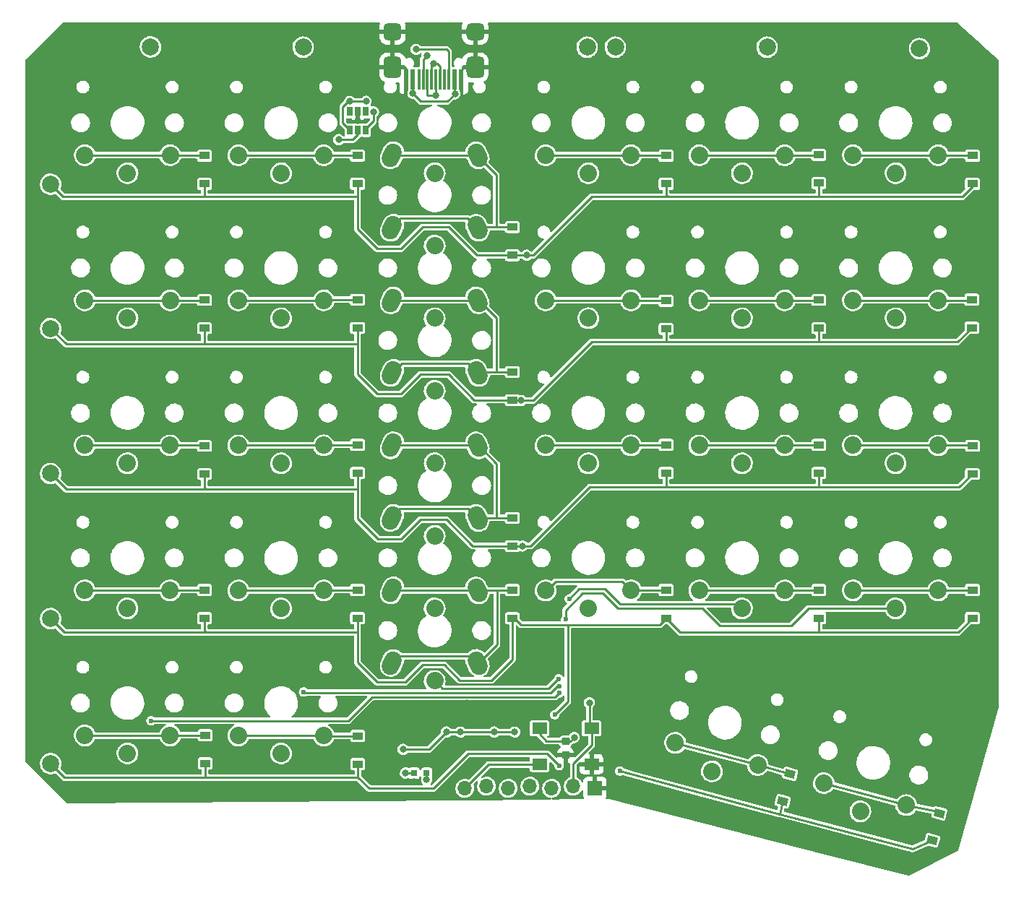
<source format=gbr>
%TF.GenerationSoftware,KiCad,Pcbnew,5.99.0-unknown-3de60231db~128~ubuntu21.04.1*%
%TF.CreationDate,2021-05-22T07:34:53+02:00*%
%TF.ProjectId,dzzy,647a7a79-2e6b-4696-9361-645f70636258,rev?*%
%TF.SameCoordinates,Original*%
%TF.FileFunction,Copper,L2,Bot*%
%TF.FilePolarity,Positive*%
%FSLAX46Y46*%
G04 Gerber Fmt 4.6, Leading zero omitted, Abs format (unit mm)*
G04 Created by KiCad (PCBNEW 5.99.0-unknown-3de60231db~128~ubuntu21.04.1) date 2021-05-22 07:34:53*
%MOMM*%
%LPD*%
G01*
G04 APERTURE LIST*
G04 Aperture macros list*
%AMRoundRect*
0 Rectangle with rounded corners*
0 $1 Rounding radius*
0 $2 $3 $4 $5 $6 $7 $8 $9 X,Y pos of 4 corners*
0 Add a 4 corners polygon primitive as box body*
4,1,4,$2,$3,$4,$5,$6,$7,$8,$9,$2,$3,0*
0 Add four circle primitives for the rounded corners*
1,1,$1+$1,$2,$3*
1,1,$1+$1,$4,$5*
1,1,$1+$1,$6,$7*
1,1,$1+$1,$8,$9*
0 Add four rect primitives between the rounded corners*
20,1,$1+$1,$2,$3,$4,$5,0*
20,1,$1+$1,$4,$5,$6,$7,0*
20,1,$1+$1,$6,$7,$8,$9,0*
20,1,$1+$1,$8,$9,$2,$3,0*%
%AMHorizOval*
0 Thick line with rounded ends*
0 $1 width*
0 $2 $3 position (X,Y) of the first rounded end (center of the circle)*
0 $4 $5 position (X,Y) of the second rounded end (center of the circle)*
0 Add line between two ends*
20,1,$1,$2,$3,$4,$5,0*
0 Add two circle primitives to create the rounded ends*
1,1,$1,$2,$3*
1,1,$1,$4,$5*%
%AMRotRect*
0 Rectangle, with rotation*
0 The origin of the aperture is its center*
0 $1 length*
0 $2 width*
0 $3 Rotation angle, in degrees counterclockwise*
0 Add horizontal line*
21,1,$1,$2,0,0,$3*%
G04 Aperture macros list end*
%TA.AperFunction,SMDPad,CuDef*%
%ADD10R,0.650000X1.060000*%
%TD*%
%TA.AperFunction,ComponentPad*%
%ADD11C,2.032000*%
%TD*%
%TA.AperFunction,ComponentPad*%
%ADD12HorizOval,2.032000X-0.162285X0.348022X0.162285X-0.348022X0*%
%TD*%
%TA.AperFunction,ComponentPad*%
%ADD13HorizOval,2.032000X-0.162285X-0.348022X0.162285X0.348022X0*%
%TD*%
%TA.AperFunction,ComponentPad*%
%ADD14C,2.000000*%
%TD*%
%TA.AperFunction,ComponentPad*%
%ADD15R,1.700000X1.700000*%
%TD*%
%TA.AperFunction,ComponentPad*%
%ADD16O,1.700000X1.700000*%
%TD*%
%TA.AperFunction,SMDPad,CuDef*%
%ADD17R,0.570000X2.450000*%
%TD*%
%TA.AperFunction,SMDPad,CuDef*%
%ADD18R,0.300000X2.450000*%
%TD*%
%TA.AperFunction,SMDPad,CuDef*%
%ADD19RoundRect,0.500000X0.550000X0.500000X-0.550000X0.500000X-0.550000X-0.500000X0.550000X-0.500000X0*%
%TD*%
%TA.AperFunction,ComponentPad*%
%ADD20O,1.000000X2.100000*%
%TD*%
%TA.AperFunction,SMDPad,CuDef*%
%ADD21RoundRect,0.525000X0.525000X0.725000X-0.525000X0.725000X-0.525000X-0.725000X0.525000X-0.725000X0*%
%TD*%
%TA.AperFunction,ComponentPad*%
%ADD22O,1.000000X1.600000*%
%TD*%
%TA.AperFunction,SMDPad,CuDef*%
%ADD23R,0.797560X0.797560*%
%TD*%
%TA.AperFunction,SMDPad,CuDef*%
%ADD24R,1.200000X0.900000*%
%TD*%
%TA.AperFunction,SMDPad,CuDef*%
%ADD25RotRect,0.900000X1.200000X255.000000*%
%TD*%
%TA.AperFunction,SMDPad,CuDef*%
%ADD26RoundRect,0.218750X-0.256250X0.218750X-0.256250X-0.218750X0.256250X-0.218750X0.256250X0.218750X0*%
%TD*%
%TA.AperFunction,SMDPad,CuDef*%
%ADD27R,1.800000X1.350000*%
%TD*%
%TA.AperFunction,ViaPad*%
%ADD28C,0.800000*%
%TD*%
%TA.AperFunction,ViaPad*%
%ADD29C,0.600000*%
%TD*%
%TA.AperFunction,Conductor*%
%ADD30C,0.254000*%
%TD*%
G04 APERTURE END LIST*
D10*
%TO.P,U1,1,I/O1*%
%TO.N,unconnected-(U1-Pad1)*%
X87746800Y-31666000D03*
%TO.P,U1,2,GND*%
%TO.N,VSS*%
X88696800Y-31666000D03*
%TO.P,U1,3,I/O2*%
%TO.N,unconnected-(U1-Pad3)*%
X89646800Y-31666000D03*
%TO.P,U1,4,I/O3*%
%TO.N,USB_D-*%
X89646800Y-33866000D03*
%TO.P,U1,5,VBUS*%
%TO.N,USB_VBUS*%
X88696800Y-33866000D03*
%TO.P,U1,6,I/O4*%
%TO.N,USB_D+*%
X87746800Y-33866000D03*
%TD*%
D11*
%TO.P,S11,1,1*%
%TO.N,COL3*%
X97700000Y-47400000D03*
X97700000Y-38900000D03*
D12*
%TO.P,S11,2,2*%
%TO.N,Net-(D12-Pad1)*%
X102700000Y-36800000D03*
D13*
X92700000Y-36800000D03*
D12*
X102700000Y-45300000D03*
D13*
X92700000Y-45300000D03*
%TD*%
D11*
%TO.P,S20,1,1*%
%TO.N,COL5*%
X133700000Y-55900000D03*
%TO.P,S20,2,2*%
%TO.N,Net-(D21-Pad1)*%
X138700000Y-53800000D03*
X128700000Y-53800000D03*
%TD*%
%TO.P,S25,1,1*%
%TO.N,COL6*%
X151700000Y-55900000D03*
%TO.P,S25,2,2*%
%TO.N,Net-(D26-Pad1)*%
X146700000Y-53800000D03*
X156700000Y-53800000D03*
%TD*%
%TO.P,S10,1,1*%
%TO.N,COL2*%
X79700000Y-106900000D03*
%TO.P,S10,2,2*%
%TO.N,Net-(D11-Pad1)*%
X84700000Y-104800000D03*
X74700000Y-104800000D03*
%TD*%
%TO.P,S13,1,1*%
%TO.N,COL3*%
X97700000Y-72900000D03*
X97700000Y-81400000D03*
D13*
%TO.P,S13,2,2*%
%TO.N,Net-(D14-Pad1)*%
X92700000Y-70800000D03*
D12*
X102700000Y-70800000D03*
D13*
X92700000Y-79300000D03*
D12*
X102700000Y-79300000D03*
%TD*%
D11*
%TO.P,S4,1,1*%
%TO.N,COL1*%
X61700000Y-89900000D03*
%TO.P,S4,2,2*%
%TO.N,Net-(D4-Pad1)*%
X56700000Y-87800000D03*
X66700000Y-87800000D03*
%TD*%
D14*
%TO.P,TP9,1,1*%
%TO.N,ROW5*%
X52700000Y-108100000D03*
%TD*%
%TO.P,TP8,1,1*%
%TO.N,ROW4*%
X52700000Y-91100000D03*
%TD*%
%TO.P,TP14,1,1*%
%TO.N,COL5*%
X136652000Y-24130000D03*
%TD*%
D11*
%TO.P,S6,1,1*%
%TO.N,COL2*%
X79700000Y-38900000D03*
%TO.P,S6,2,2*%
%TO.N,Net-(D6-Pad1)*%
X74700000Y-36800000D03*
X84700000Y-36800000D03*
%TD*%
D14*
%TO.P,TP10,1,1*%
%TO.N,COL1*%
X64400000Y-24100000D03*
%TD*%
D11*
%TO.P,S15,1,1*%
%TO.N,COL4*%
X115700000Y-38900000D03*
%TO.P,S15,2,2*%
%TO.N,Net-(D16-Pad1)*%
X120700000Y-36800000D03*
X110700000Y-36800000D03*
%TD*%
D14*
%TO.P,TP11,1,1*%
%TO.N,COL2*%
X82296000Y-24130000D03*
%TD*%
%TO.P,TP13,1,1*%
%TO.N,COL4*%
X118872000Y-24130000D03*
%TD*%
%TO.P,TP6,1,1*%
%TO.N,ROW2*%
X52700000Y-57100000D03*
%TD*%
D11*
%TO.P,S21,1,1*%
%TO.N,COL5*%
X133700000Y-72900000D03*
%TO.P,S21,2,2*%
%TO.N,Net-(D22-Pad1)*%
X138700000Y-70800000D03*
X128700000Y-70800000D03*
%TD*%
%TO.P,S8,1,1*%
%TO.N,COL2*%
X79700000Y-72900000D03*
%TO.P,S8,2,2*%
%TO.N,Net-(D9-Pad1)*%
X84700000Y-70800000D03*
X74700000Y-70800000D03*
%TD*%
%TO.P,S12,1,1*%
%TO.N,COL3*%
X97700000Y-55900000D03*
X97700000Y-64400000D03*
D12*
%TO.P,S12,2,2*%
%TO.N,Net-(D13-Pad1)*%
X102700000Y-62300000D03*
D13*
X92700000Y-53800000D03*
D12*
X102700000Y-53800000D03*
D13*
X92700000Y-62300000D03*
%TD*%
D15*
%TO.P,J1,1,Pin_1*%
%TO.N,VSS*%
X116459000Y-110998000D03*
D16*
%TO.P,J1,2,Pin_2*%
%TO.N,NRST*%
X113919000Y-110744000D03*
%TO.P,J1,3,Pin_3*%
%TO.N,JTDO*%
X111379000Y-110998000D03*
%TO.P,J1,4,Pin_4*%
%TO.N,JTDI*%
X108839000Y-110744000D03*
%TO.P,J1,5,Pin_5*%
%TO.N,JTCK*%
X106299000Y-110998000D03*
%TO.P,J1,6,Pin_6*%
%TO.N,JTMS*%
X103759000Y-110744000D03*
%TO.P,J1,7,Pin_7*%
%TO.N,VDD*%
X101219000Y-110998000D03*
%TD*%
D11*
%TO.P,S24,1,1*%
%TO.N,COL6*%
X151700000Y-38900000D03*
%TO.P,S24,2,2*%
%TO.N,Net-(D25-Pad1)*%
X146700000Y-36800000D03*
X156700000Y-36800000D03*
%TD*%
D14*
%TO.P,TP7,1,1*%
%TO.N,ROW3*%
X52700000Y-74100000D03*
%TD*%
D17*
%TO.P,P1,A1,GND*%
%TO.N,VSS*%
X94375000Y-27925000D03*
%TO.P,P1,A4,VBUS*%
%TO.N,USB_VBUS*%
X95150000Y-27925000D03*
D18*
%TO.P,P1,A5,CC1*%
%TO.N,Net-(P1-PadA5)*%
X96350000Y-27925000D03*
%TO.P,P1,A6,D+*%
%TO.N,USB_D+*%
X97350000Y-27925000D03*
%TO.P,P1,A7,D-*%
%TO.N,USB_D-*%
X97850000Y-27925000D03*
D17*
%TO.P,P1,B1,GND*%
%TO.N,VSS*%
X100825000Y-27925000D03*
%TO.P,P1,B4,VBUS*%
%TO.N,USB_VBUS*%
X100050000Y-27925000D03*
D18*
%TO.P,P1,B5,CC2*%
%TO.N,Net-(P1-PadB5)*%
X99350000Y-27925000D03*
%TO.P,P1,B6,D+*%
%TO.N,USB_D+*%
X98350000Y-27925000D03*
%TO.P,P1,B7,D-*%
%TO.N,USB_D-*%
X96850000Y-27925000D03*
D19*
%TO.P,P1,S1,SHIELD*%
%TO.N,VSS*%
X92750000Y-22330000D03*
D20*
X93280000Y-26510000D03*
D21*
X102450000Y-26510000D03*
D22*
X101920000Y-22330000D03*
D21*
X92750000Y-26510000D03*
D22*
X93280000Y-22330000D03*
D19*
X102450000Y-22330000D03*
D20*
X101920000Y-26510000D03*
D18*
%TO.P,P1,~*%
%TO.N,N/C*%
X98850000Y-27925000D03*
X95850000Y-27925000D03*
%TD*%
D11*
%TO.P,S9,1,1*%
%TO.N,COL2*%
X79700000Y-89900000D03*
%TO.P,S9,2,2*%
%TO.N,Net-(D10-Pad1)*%
X84700000Y-87800000D03*
X74700000Y-87800000D03*
%TD*%
%TO.P,S17,1,1*%
%TO.N,COL4*%
X115700000Y-72900000D03*
%TO.P,S17,2,2*%
%TO.N,Net-(D18-Pad1)*%
X110700000Y-70800000D03*
X120700000Y-70800000D03*
%TD*%
%TO.P,S16,1,1*%
%TO.N,COL4*%
X115700000Y-55900000D03*
%TO.P,S16,2,2*%
%TO.N,Net-(D17-Pad1)*%
X120700000Y-53800000D03*
X110700000Y-53800000D03*
%TD*%
%TO.P,S14,1,1*%
%TO.N,COL3*%
X97700000Y-89900000D03*
X97700000Y-98400000D03*
D13*
%TO.P,S14,2,2*%
%TO.N,Net-(D15-Pad1)*%
X92700000Y-96300000D03*
X92700000Y-87800000D03*
D12*
X102700000Y-96300000D03*
X102700000Y-87800000D03*
%TD*%
D11*
%TO.P,S28,1,1*%
%TO.N,COL6*%
X147572968Y-113698962D03*
%TO.P,S28,2,2*%
%TO.N,Net-(D29-Pad1)*%
X152946117Y-112964613D03*
X143286858Y-110376423D03*
%TD*%
%TO.P,S22,1,1*%
%TO.N,COL5*%
X133700000Y-89900000D03*
%TO.P,S22,2,2*%
%TO.N,Net-(D23-Pad1)*%
X128700000Y-87800000D03*
X138700000Y-87800000D03*
%TD*%
%TO.P,S19,1,1*%
%TO.N,COL5*%
X133700000Y-38900000D03*
%TO.P,S19,2,2*%
%TO.N,Net-(D20-Pad1)*%
X138700000Y-36800000D03*
X128700000Y-36800000D03*
%TD*%
%TO.P,S18,1,1*%
%TO.N,COL4*%
X115700000Y-89900000D03*
%TO.P,S18,2,2*%
%TO.N,Net-(D19-Pad1)*%
X120700000Y-87800000D03*
X110700000Y-87800000D03*
%TD*%
%TO.P,S5,1,1*%
%TO.N,COL1*%
X61700000Y-106900000D03*
%TO.P,S5,2,2*%
%TO.N,Net-(D5-Pad1)*%
X66700000Y-104800000D03*
X56700000Y-104800000D03*
%TD*%
%TO.P,S2,1,1*%
%TO.N,COL1*%
X61710000Y-55900000D03*
%TO.P,S2,2,2*%
%TO.N,Net-(D2-Pad1)*%
X66710000Y-53800000D03*
X56710000Y-53800000D03*
%TD*%
D14*
%TO.P,TP5,1,1*%
%TO.N,ROW1*%
X52700000Y-40200000D03*
%TD*%
D11*
%TO.P,S23,1,1*%
%TO.N,COL5*%
X130172968Y-108998962D03*
%TO.P,S23,2,2*%
%TO.N,Net-(D24-Pad1)*%
X135546117Y-108264613D03*
X125886858Y-105676423D03*
%TD*%
%TO.P,S7,1,1*%
%TO.N,COL2*%
X79700000Y-55900000D03*
%TO.P,S7,2,2*%
%TO.N,Net-(D8-Pad1)*%
X84700000Y-53800000D03*
X74700000Y-53800000D03*
%TD*%
%TO.P,S26,1,1*%
%TO.N,COL6*%
X151700000Y-72900000D03*
%TO.P,S26,2,2*%
%TO.N,Net-(D27-Pad1)*%
X146700000Y-70800000D03*
X156700000Y-70800000D03*
%TD*%
D23*
%TO.P,D7,1,A*%
%TO.N,VDD*%
X95262700Y-109220000D03*
%TO.P,D7,2,K*%
%TO.N,Net-(D7-Pad2)*%
X96761300Y-109220000D03*
%TD*%
D14*
%TO.P,TP15,1,1*%
%TO.N,COL6*%
X154500000Y-24300000D03*
%TD*%
D11*
%TO.P,S27,1,1*%
%TO.N,COL6*%
X151700000Y-89900000D03*
%TO.P,S27,2,2*%
%TO.N,Net-(D28-Pad1)*%
X156700000Y-87800000D03*
X146700000Y-87800000D03*
%TD*%
D14*
%TO.P,TP12,1,1*%
%TO.N,COL3*%
X115570000Y-24130000D03*
%TD*%
D11*
%TO.P,S1,1,1*%
%TO.N,COL1*%
X61710000Y-38900000D03*
%TO.P,S1,2,2*%
%TO.N,Net-(D1-Pad1)*%
X56710000Y-36800000D03*
X66710000Y-36800000D03*
%TD*%
%TO.P,S3,1,1*%
%TO.N,COL1*%
X61700000Y-72900000D03*
%TO.P,S3,2,2*%
%TO.N,Net-(D3-Pad1)*%
X56700000Y-70800000D03*
X66700000Y-70800000D03*
%TD*%
D24*
%TO.P,D10,1,K*%
%TO.N,Net-(D10-Pad1)*%
X88646000Y-87740000D03*
%TO.P,D10,2,A*%
%TO.N,ROW4*%
X88646000Y-91040000D03*
%TD*%
%TO.P,D13,1,K*%
%TO.N,Net-(D13-Pad1)*%
X106800000Y-62208000D03*
%TO.P,D13,2,A*%
%TO.N,ROW2*%
X106800000Y-65508000D03*
%TD*%
%TO.P,D5,1,K*%
%TO.N,Net-(D5-Pad1)*%
X70800000Y-104776000D03*
%TO.P,D5,2,A*%
%TO.N,ROW5*%
X70800000Y-108076000D03*
%TD*%
%TO.P,D3,1,K*%
%TO.N,Net-(D3-Pad1)*%
X70712000Y-70850000D03*
%TO.P,D3,2,A*%
%TO.N,ROW3*%
X70712000Y-74150000D03*
%TD*%
%TO.P,D2,1,K*%
%TO.N,Net-(D2-Pad1)*%
X70712000Y-53750000D03*
%TO.P,D2,2,A*%
%TO.N,ROW2*%
X70712000Y-57050000D03*
%TD*%
%TO.P,D21,1,K*%
%TO.N,Net-(D21-Pad1)*%
X142700000Y-53750000D03*
%TO.P,D21,2,A*%
%TO.N,ROW2*%
X142700000Y-57050000D03*
%TD*%
D25*
%TO.P,D29,1,K*%
%TO.N,Net-(D29-Pad1)*%
X156827051Y-113906222D03*
%TO.P,D29,2,A*%
%TO.N,ROW5*%
X155972949Y-117093778D03*
%TD*%
D24*
%TO.P,D11,1,K*%
%TO.N,Net-(D11-Pad1)*%
X88700000Y-104850000D03*
%TO.P,D11,2,A*%
%TO.N,ROW5*%
X88700000Y-108150000D03*
%TD*%
%TO.P,D6,1,K*%
%TO.N,Net-(D6-Pad1)*%
X88646000Y-36840000D03*
%TO.P,D6,2,A*%
%TO.N,ROW1*%
X88646000Y-40140000D03*
%TD*%
%TO.P,D20,1,K*%
%TO.N,Net-(D20-Pad1)*%
X142700000Y-36750000D03*
%TO.P,D20,2,A*%
%TO.N,ROW1*%
X142700000Y-40050000D03*
%TD*%
D26*
%TO.P,R1,1*%
%TO.N,BOOT0*%
X113030000Y-105511500D03*
%TO.P,R1,2*%
%TO.N,VSS*%
X113030000Y-107086500D03*
%TD*%
D24*
%TO.P,D23,1,K*%
%TO.N,Net-(D23-Pad1)*%
X142700000Y-87750000D03*
%TO.P,D23,2,A*%
%TO.N,ROW4*%
X142700000Y-91050000D03*
%TD*%
D25*
%TO.P,D24,1,K*%
%TO.N,Net-(D24-Pad1)*%
X139327051Y-109306222D03*
%TO.P,D24,2,A*%
%TO.N,ROW5*%
X138472949Y-112493778D03*
%TD*%
D24*
%TO.P,D9,1,K*%
%TO.N,Net-(D9-Pad1)*%
X88646000Y-70740000D03*
%TO.P,D9,2,A*%
%TO.N,ROW3*%
X88646000Y-74040000D03*
%TD*%
%TO.P,D8,1,K*%
%TO.N,Net-(D8-Pad1)*%
X88646000Y-53740000D03*
%TO.P,D8,2,A*%
%TO.N,ROW2*%
X88646000Y-57040000D03*
%TD*%
%TO.P,D1,1,K*%
%TO.N,Net-(D1-Pad1)*%
X70712000Y-36850000D03*
%TO.P,D1,2,A*%
%TO.N,ROW1*%
X70712000Y-40150000D03*
%TD*%
%TO.P,D4,1,K*%
%TO.N,Net-(D4-Pad1)*%
X70712000Y-87750000D03*
%TO.P,D4,2,A*%
%TO.N,ROW4*%
X70712000Y-91050000D03*
%TD*%
%TO.P,D25,1,K*%
%TO.N,Net-(D25-Pad1)*%
X160700000Y-36850000D03*
%TO.P,D25,2,A*%
%TO.N,ROW1*%
X160700000Y-40150000D03*
%TD*%
D27*
%TO.P,S30,1,1*%
%TO.N,BOOT0*%
X109982000Y-103945000D03*
%TO.P,S30,2,2*%
%TO.N,VDD*%
X109982000Y-108145000D03*
%TD*%
D24*
%TO.P,D16,1,K*%
%TO.N,Net-(D16-Pad1)*%
X124800000Y-36850000D03*
%TO.P,D16,2,A*%
%TO.N,ROW1*%
X124800000Y-40150000D03*
%TD*%
%TO.P,D14,1,K*%
%TO.N,Net-(D14-Pad1)*%
X106800000Y-79308000D03*
%TO.P,D14,2,A*%
%TO.N,ROW3*%
X106800000Y-82608000D03*
%TD*%
%TO.P,D18,1,K*%
%TO.N,Net-(D18-Pad1)*%
X124800000Y-70750000D03*
%TO.P,D18,2,A*%
%TO.N,ROW3*%
X124800000Y-74050000D03*
%TD*%
%TO.P,D27,1,K*%
%TO.N,Net-(D27-Pad1)*%
X160700000Y-70850000D03*
%TO.P,D27,2,A*%
%TO.N,ROW3*%
X160700000Y-74150000D03*
%TD*%
%TO.P,D15,1,K*%
%TO.N,Net-(D15-Pad1)*%
X106800000Y-87758000D03*
%TO.P,D15,2,A*%
%TO.N,ROW4*%
X106800000Y-91058000D03*
%TD*%
%TO.P,D12,1,K*%
%TO.N,Net-(D12-Pad1)*%
X106800000Y-45208000D03*
%TO.P,D12,2,A*%
%TO.N,ROW1*%
X106800000Y-48508000D03*
%TD*%
D27*
%TO.P,S29,1,1*%
%TO.N,NRST*%
X116078000Y-103945000D03*
%TO.P,S29,2,2*%
%TO.N,VSS*%
X116078000Y-108145000D03*
%TD*%
D24*
%TO.P,D22,1,K*%
%TO.N,Net-(D22-Pad1)*%
X142700000Y-70750000D03*
%TO.P,D22,2,A*%
%TO.N,ROW3*%
X142700000Y-74050000D03*
%TD*%
%TO.P,D17,1,K*%
%TO.N,Net-(D17-Pad1)*%
X124800000Y-53850000D03*
%TO.P,D17,2,A*%
%TO.N,ROW2*%
X124800000Y-57150000D03*
%TD*%
%TO.P,D19,1,K*%
%TO.N,Net-(D19-Pad1)*%
X124800000Y-87750000D03*
%TO.P,D19,2,A*%
%TO.N,ROW4*%
X124800000Y-91050000D03*
%TD*%
%TO.P,D28,1,K*%
%TO.N,Net-(D28-Pad1)*%
X160700000Y-87750000D03*
%TO.P,D28,2,A*%
%TO.N,ROW4*%
X160700000Y-91050000D03*
%TD*%
%TO.P,D26,1,K*%
%TO.N,Net-(D26-Pad1)*%
X160618000Y-53722000D03*
%TO.P,D26,2,A*%
%TO.N,ROW2*%
X160618000Y-57022000D03*
%TD*%
D28*
%TO.N,VSS*%
X88696800Y-35610800D03*
%TO.N,USB_VBUS*%
X86443100Y-34962656D03*
%TO.N,VSS*%
X88696800Y-32766000D03*
%TO.N,USB_D-*%
X90525600Y-31699200D03*
%TO.N,USB_D+*%
X87757000Y-30480000D03*
X89662000Y-30480000D03*
%TO.N,VSS*%
X92202000Y-110109000D03*
X107188000Y-103124000D03*
X92710000Y-107696000D03*
X115189000Y-105410000D03*
X109347000Y-105918000D03*
X118618000Y-102489000D03*
X114554000Y-106426000D03*
X110363000Y-101219000D03*
X107061000Y-105918000D03*
X118618000Y-100711000D03*
X110744000Y-96774000D03*
X119888000Y-92837000D03*
X120015000Y-107188000D03*
X114681000Y-100965000D03*
X116586000Y-92964000D03*
X104521000Y-105918000D03*
X105537000Y-101092000D03*
X115443000Y-98933000D03*
X96774000Y-107696000D03*
X110363000Y-85852000D03*
X119888000Y-94869000D03*
X112522000Y-109728000D03*
X122682000Y-98184000D03*
X118745000Y-92964000D03*
X101473000Y-100965000D03*
X95250000Y-110236000D03*
X117729000Y-107188000D03*
X110363000Y-77597000D03*
X99060000Y-111252000D03*
X109347000Y-92964000D03*
X110744000Y-93345000D03*
%TO.N,VDD*%
X99071112Y-104394000D03*
X107061000Y-104394000D03*
X94264411Y-109189589D03*
X93980000Y-106426000D03*
X100711000Y-104394000D03*
X104648000Y-104394000D03*
%TO.N,Net-(D7-Pad2)*%
X96761300Y-109994700D03*
%TO.N,USB_D+*%
X97586800Y-26035000D03*
%TO.N,Net-(P1-PadB5)*%
X95504000Y-24384000D03*
%TO.N,USB_D-*%
X97840800Y-29743400D03*
%TO.N,Net-(P1-PadA5)*%
X96774000Y-25146000D03*
%TO.N,USB_VBUS*%
X100076000Y-29591000D03*
X95150000Y-29547100D03*
%TO.N,NRST*%
X115824000Y-100965000D03*
%TO.N,BOOT0*%
X114046000Y-105029000D03*
D29*
%TO.N,COL1*%
X112268000Y-99822000D03*
X64466000Y-103074000D03*
%TO.N,COL2*%
X112268000Y-99019297D03*
X82334002Y-99700300D03*
%TO.N,COL3*%
X112223427Y-98172021D03*
%TO.N,COL5*%
X113459709Y-88793767D03*
%TO.N,COL6*%
X113030000Y-91186000D03*
D28*
%TO.N,ROW1*%
X108458000Y-48514000D03*
%TO.N,ROW2*%
X107823000Y-65532000D03*
%TO.N,ROW3*%
X107982300Y-82599998D03*
D29*
%TO.N,ROW4*%
X111760000Y-102356700D03*
%TO.N,ROW5*%
X112268000Y-108331000D03*
X119380000Y-108966000D03*
%TD*%
D30*
%TO.N,VDD*%
X93980000Y-106426000D02*
X97039112Y-106426000D01*
X99071112Y-104394000D02*
X97039112Y-106426000D01*
%TO.N,USB_D+*%
X87757000Y-30480000D02*
X89662000Y-30480000D01*
X87575760Y-30480000D02*
X87757000Y-30480000D01*
X86918800Y-31136960D02*
X87575760Y-30480000D01*
X86918800Y-33038000D02*
X86918800Y-31136960D01*
X87746800Y-33866000D02*
X86918800Y-33038000D01*
%TO.N,USB_VBUS*%
X88696800Y-33866000D02*
X88696800Y-34391600D01*
X88696800Y-34391600D02*
X88125744Y-34962656D01*
X88125744Y-34962656D02*
X86443100Y-34962656D01*
X100076000Y-29591000D02*
X99187000Y-30480000D01*
X99187000Y-30480000D02*
X96062800Y-30480000D01*
X96062800Y-30480000D02*
X95150000Y-29567200D01*
X95150000Y-29567200D02*
X95150000Y-29547100D01*
%TO.N,USB_D-*%
X90525600Y-32782200D02*
X90525600Y-31699200D01*
X89646800Y-33661000D02*
X90525600Y-32782200D01*
%TO.N,USB_VBUS*%
X95004500Y-29692600D02*
X95150000Y-29547100D01*
X95150000Y-27925000D02*
X95150000Y-29547100D01*
%TO.N,VSS*%
X100838000Y-26797000D02*
X100838000Y-27940000D01*
X93280000Y-26510000D02*
X94201000Y-26510000D01*
X101125000Y-26510000D02*
X100838000Y-26797000D01*
X94361000Y-26670000D02*
X94361000Y-27813000D01*
X101920000Y-26510000D02*
X101125000Y-26510000D01*
X94201000Y-26510000D02*
X94361000Y-26670000D01*
%TO.N,VDD*%
X104648000Y-104394000D02*
X107061000Y-104394000D01*
X100711000Y-104394000D02*
X104648000Y-104394000D01*
X104013000Y-108204000D02*
X101219000Y-110998000D01*
X100711000Y-104394000D02*
X99071112Y-104394000D01*
X94264411Y-109189589D02*
X95219589Y-109189589D01*
X109923000Y-108204000D02*
X104013000Y-108204000D01*
%TO.N,Net-(D7-Pad2)*%
X96761300Y-109220000D02*
X96761300Y-109994700D01*
%TO.N,USB_D+*%
X97350000Y-26043200D02*
X97350000Y-27925000D01*
X97586800Y-26035000D02*
X97358200Y-26035000D01*
X97358200Y-26035000D02*
X97350000Y-26043200D01*
X98350000Y-27925000D02*
X98350000Y-26416000D01*
X98350000Y-26416000D02*
X97969000Y-26035000D01*
X97969000Y-26035000D02*
X97586800Y-26035000D01*
%TO.N,Net-(P1-PadB5)*%
X95504000Y-24384000D02*
X99060000Y-24384000D01*
X99060000Y-24384000D02*
X99314000Y-24638000D01*
X99314000Y-24638000D02*
X99314000Y-27432000D01*
%TO.N,USB_D-*%
X96850200Y-29743400D02*
X97815400Y-29743400D01*
X97840800Y-29718000D02*
X97840800Y-28879800D01*
X97815400Y-29743400D02*
X97840800Y-29718000D01*
X96850000Y-27925000D02*
X96850000Y-29743200D01*
X96850000Y-29743200D02*
X96850200Y-29743400D01*
%TO.N,Net-(P1-PadA5)*%
X96350000Y-25570000D02*
X96774000Y-25146000D01*
X96350000Y-27925000D02*
X96350000Y-25570000D01*
%TO.N,USB_VBUS*%
X100050000Y-27925000D02*
X100050000Y-29565000D01*
X100050000Y-29565000D02*
X100076000Y-29591000D01*
%TO.N,NRST*%
X116078000Y-103945000D02*
X116078000Y-105918000D01*
X115824000Y-103691000D02*
X115824000Y-100965000D01*
X116078000Y-105918000D02*
X113919000Y-108077000D01*
X113919000Y-108077000D02*
X113919000Y-111125000D01*
X115697000Y-100838000D02*
X115824000Y-100965000D01*
%TO.N,BOOT0*%
X113030000Y-105474000D02*
X110808000Y-105474000D01*
X113601000Y-105474000D02*
X114046000Y-105029000D01*
X110808000Y-105474000D02*
X109982000Y-104648000D01*
X113030000Y-105474000D02*
X113601000Y-105474000D01*
%TO.N,COL1*%
X111803901Y-100286099D02*
X112268000Y-99822000D01*
X87544292Y-103074000D02*
X90332193Y-100286099D01*
X64466000Y-103074000D02*
X87544292Y-103074000D01*
X90332193Y-100286099D02*
X111803901Y-100286099D01*
%TO.N,COL2*%
X82404412Y-99770710D02*
X111303290Y-99770710D01*
X112054703Y-99019297D02*
X112268000Y-99019297D01*
X82334002Y-99700300D02*
X82404412Y-99770710D01*
X111303290Y-99770710D02*
X112054703Y-99019297D01*
%TO.N,COL3*%
X97700000Y-98400000D02*
X98613999Y-99313999D01*
X98613999Y-99313999D02*
X110998001Y-99313999D01*
X112139979Y-98172021D02*
X112223427Y-98172021D01*
X110998001Y-99313999D02*
X112139979Y-98172021D01*
%TO.N,COL5*%
X114623476Y-87630000D02*
X113459709Y-88793767D01*
X119380000Y-89408000D02*
X117602000Y-87630000D01*
X117602000Y-87630000D02*
X114623476Y-87630000D01*
X133208000Y-89408000D02*
X119380000Y-89408000D01*
%TO.N,COL6*%
X113030000Y-90114008D02*
X113030000Y-91186000D01*
X117348000Y-88138000D02*
X115006008Y-88138000D01*
X139446000Y-91948000D02*
X131064000Y-91948000D01*
X151700000Y-89900000D02*
X141494000Y-89900000D01*
X131064000Y-91948000D02*
X129032000Y-89916000D01*
X129032000Y-89916000D02*
X119126000Y-89916000D01*
X141494000Y-89900000D02*
X139446000Y-91948000D01*
X119126000Y-89916000D02*
X117348000Y-88138000D01*
X115006008Y-88138000D02*
X113030000Y-90114008D01*
%TO.N,ROW1*%
X52700000Y-40200000D02*
X54156000Y-41656000D01*
X106800000Y-48508000D02*
X102610000Y-48508000D01*
X96266000Y-45212000D02*
X93726000Y-47752000D01*
X160700000Y-40468000D02*
X159512000Y-41656000D01*
X90932000Y-47752000D02*
X88646000Y-45466000D01*
X99314000Y-45212000D02*
X96266000Y-45212000D01*
X124800000Y-40150000D02*
X124800000Y-41488000D01*
X124800000Y-41488000D02*
X124968000Y-41656000D01*
X142700000Y-40050000D02*
X142700000Y-41608000D01*
X108452000Y-48508000D02*
X108458000Y-48514000D01*
X159512000Y-41656000D02*
X142748000Y-41656000D01*
X142748000Y-41656000D02*
X124968000Y-41656000D01*
X109220000Y-48514000D02*
X108458000Y-48514000D01*
X124968000Y-41656000D02*
X116078000Y-41656000D01*
X88646000Y-40140000D02*
X88646000Y-41656000D01*
X109220000Y-48514000D02*
X116078000Y-41656000D01*
X70712000Y-41556000D02*
X70612000Y-41656000D01*
X70712000Y-40150000D02*
X70712000Y-41556000D01*
X54156000Y-41656000D02*
X70612000Y-41656000D01*
X142700000Y-41608000D02*
X142748000Y-41656000D01*
X102610000Y-48508000D02*
X99314000Y-45212000D01*
X106800000Y-48508000D02*
X108452000Y-48508000D01*
X93726000Y-47752000D02*
X90932000Y-47752000D01*
X70612000Y-41656000D02*
X88646000Y-41656000D01*
X88646000Y-45466000D02*
X88646000Y-41656000D01*
%TO.N,ROW2*%
X88646000Y-62484000D02*
X88646000Y-58928000D01*
X124800000Y-57150000D02*
X124800000Y-58588000D01*
X116078000Y-58674000D02*
X109220000Y-65532000D01*
X107799000Y-65508000D02*
X107823000Y-65532000D01*
X90932000Y-64770000D02*
X88646000Y-62484000D01*
X70712000Y-58828000D02*
X70612000Y-58928000D01*
X54528000Y-58928000D02*
X70612000Y-58928000D01*
X88646000Y-57040000D02*
X88646000Y-58928000D01*
X102338000Y-65508000D02*
X99314000Y-62484000D01*
X93726000Y-64770000D02*
X90932000Y-64770000D01*
X116078000Y-58674000D02*
X124714000Y-58674000D01*
X142700000Y-57050000D02*
X142700000Y-58626000D01*
X106800000Y-65508000D02*
X102338000Y-65508000D01*
X70612000Y-58928000D02*
X88646000Y-58928000D01*
X124800000Y-58588000D02*
X124714000Y-58674000D01*
X158966000Y-58674000D02*
X142748000Y-58674000D01*
X109220000Y-65532000D02*
X107823000Y-65532000D01*
X70712000Y-57050000D02*
X70712000Y-58828000D01*
X142700000Y-58626000D02*
X142748000Y-58674000D01*
X142748000Y-58674000D02*
X124714000Y-58674000D01*
X99314000Y-62484000D02*
X96012000Y-62484000D01*
X52700000Y-57100000D02*
X54528000Y-58928000D01*
X106800000Y-65508000D02*
X107799000Y-65508000D01*
X160618000Y-57022000D02*
X158966000Y-58674000D01*
X96012000Y-62484000D02*
X93726000Y-64770000D01*
%TO.N,ROW3*%
X91059000Y-81788000D02*
X88646000Y-79375000D01*
X107974298Y-82608000D02*
X107982300Y-82599998D01*
X124800000Y-74050000D02*
X124800000Y-75606000D01*
X70866000Y-75946000D02*
X88646000Y-75946000D01*
X115841888Y-75692000D02*
X124714000Y-75692000D01*
X142700000Y-74050000D02*
X142700000Y-75644000D01*
X142748000Y-75692000D02*
X124714000Y-75692000D01*
X99060000Y-79502000D02*
X96012000Y-79502000D01*
X106800000Y-82608000D02*
X102166000Y-82608000D01*
X108933890Y-82599998D02*
X107982300Y-82599998D01*
X93726000Y-81788000D02*
X91059000Y-81788000D01*
X52700000Y-74100000D02*
X54546000Y-75946000D01*
X142700000Y-75644000D02*
X142748000Y-75692000D01*
X106800000Y-82608000D02*
X107974298Y-82608000D01*
X160700000Y-74150000D02*
X159158000Y-75692000D01*
X96012000Y-79502000D02*
X93726000Y-81788000D01*
X88646000Y-79375000D02*
X88646000Y-75946000D01*
X102166000Y-82608000D02*
X99060000Y-79502000D01*
X115841888Y-75692000D02*
X108933890Y-82599998D01*
X70712000Y-74150000D02*
X70712000Y-75792000D01*
X159158000Y-75692000D02*
X142748000Y-75692000D01*
X124800000Y-75606000D02*
X124714000Y-75692000D01*
X54546000Y-75946000D02*
X70866000Y-75946000D01*
X70712000Y-75792000D02*
X70866000Y-75946000D01*
X88646000Y-74040000D02*
X88646000Y-75946000D01*
%TO.N,ROW4*%
X124800000Y-91100000D02*
X124084299Y-91815701D01*
X54310000Y-92710000D02*
X70866000Y-92710000D01*
X70712000Y-92556000D02*
X70866000Y-92710000D01*
X142700000Y-92662000D02*
X142748000Y-92710000D01*
X124084299Y-91815701D02*
X107817701Y-91815701D01*
X94234000Y-98552000D02*
X90932000Y-98552000D01*
X126426000Y-92710000D02*
X124902000Y-91186000D01*
X160700000Y-91050000D02*
X159040000Y-92710000D01*
X100635289Y-98349289D02*
X98806000Y-96520000D01*
X106800000Y-95892000D02*
X104342711Y-98349289D01*
X96266000Y-96520000D02*
X94234000Y-98552000D01*
X113168598Y-91822000D02*
X113284000Y-91937402D01*
X113284000Y-91937402D02*
X113284000Y-100832700D01*
X142748000Y-92710000D02*
X126426000Y-92710000D01*
X88646000Y-96266000D02*
X88646000Y-92710000D01*
X113284000Y-100832700D02*
X111760000Y-102356700D01*
X90932000Y-98552000D02*
X88646000Y-96266000D01*
X159040000Y-92710000D02*
X142748000Y-92710000D01*
X88646000Y-91040000D02*
X88646000Y-92710000D01*
X52700000Y-91100000D02*
X54310000Y-92710000D01*
X70866000Y-92710000D02*
X88646000Y-92710000D01*
X98806000Y-96520000D02*
X96266000Y-96520000D01*
X104342711Y-98349289D02*
X100635289Y-98349289D01*
X106800000Y-91058000D02*
X106800000Y-95892000D01*
X142700000Y-91050000D02*
X142700000Y-92662000D01*
X70712000Y-91050000D02*
X70712000Y-92556000D01*
X107817701Y-91815701D02*
X107060000Y-91058000D01*
%TO.N,ROW5*%
X101600000Y-106934000D02*
X110871000Y-106934000D01*
X88700000Y-108150000D02*
X88700000Y-109674000D01*
X88700000Y-109674000D02*
X88646000Y-109728000D01*
X88700000Y-109674000D02*
X90024000Y-110998000D01*
X70866000Y-109728000D02*
X88646000Y-109728000D01*
X54328000Y-109728000D02*
X70866000Y-109728000D01*
X153670000Y-118110000D02*
X138140109Y-114010109D01*
X138472949Y-112493778D02*
X138140109Y-114010109D01*
X90024000Y-110998000D02*
X97536000Y-110998000D01*
X138140109Y-114010109D02*
X119380000Y-108966000D01*
X70800000Y-108076000D02*
X70800000Y-109662000D01*
X155972949Y-117093778D02*
X153670000Y-118110000D01*
X110871000Y-106934000D02*
X112268000Y-108331000D01*
X52700000Y-108100000D02*
X54328000Y-109728000D01*
X70800000Y-109662000D02*
X70866000Y-109728000D01*
X97536000Y-110998000D02*
X101600000Y-106934000D01*
%TO.N,Net-(D1-Pad1)*%
X66710000Y-36800000D02*
X70582000Y-36800000D01*
X66710000Y-36800000D02*
X56672000Y-36800000D01*
%TO.N,Net-(D2-Pad1)*%
X66710000Y-53800000D02*
X70564000Y-53800000D01*
X66710000Y-53800000D02*
X56436000Y-53800000D01*
%TO.N,Net-(D3-Pad1)*%
X66700000Y-70800000D02*
X56454000Y-70800000D01*
X66700000Y-70800000D02*
X70800000Y-70800000D01*
%TO.N,Net-(D4-Pad1)*%
X56700000Y-87800000D02*
X66972000Y-87800000D01*
X70712000Y-87750000D02*
X66428000Y-87750000D01*
%TO.N,Net-(D5-Pad1)*%
X70800000Y-104776000D02*
X66676000Y-104776000D01*
X66700000Y-104800000D02*
X56236000Y-104800000D01*
%TO.N,Net-(D6-Pad1)*%
X84700000Y-36800000D02*
X74452000Y-36800000D01*
X84700000Y-36800000D02*
X88616000Y-36800000D01*
%TO.N,Net-(D8-Pad1)*%
X74700000Y-53800000D02*
X84534000Y-53800000D01*
X88646000Y-53740000D02*
X84944000Y-53740000D01*
%TO.N,Net-(D9-Pad1)*%
X84700000Y-70800000D02*
X74488000Y-70800000D01*
X88646000Y-70740000D02*
X84708000Y-70740000D01*
%TO.N,Net-(D10-Pad1)*%
X88646000Y-87740000D02*
X84692000Y-87740000D01*
X84700000Y-87800000D02*
X74506000Y-87800000D01*
%TO.N,Net-(D11-Pad1)*%
X84700000Y-104800000D02*
X74524000Y-104800000D01*
X88700000Y-104850000D02*
X84888000Y-104850000D01*
%TO.N,Net-(D12-Pad1)*%
X106800000Y-45208000D02*
X104906000Y-45208000D01*
X104906000Y-39120000D02*
X102616000Y-36830000D01*
X102616000Y-45300000D02*
X101512000Y-44196000D01*
X104906000Y-45208000D02*
X104906000Y-39120000D01*
X93648000Y-44196000D02*
X92544000Y-45300000D01*
X102700000Y-36800000D02*
X92740000Y-36800000D01*
X101512000Y-44196000D02*
X93648000Y-44196000D01*
X104906000Y-45208000D02*
X102620000Y-45208000D01*
%TO.N,Net-(D13-Pad1)*%
X104924000Y-55902000D02*
X102616000Y-53594000D01*
X106800000Y-62208000D02*
X104924000Y-62208000D01*
X104924000Y-62208000D02*
X102892000Y-62208000D01*
X101614000Y-61214000D02*
X93866000Y-61214000D01*
X93866000Y-61214000D02*
X92780000Y-62300000D01*
X104924000Y-62208000D02*
X104924000Y-55902000D01*
X92700000Y-53800000D02*
X102822000Y-53800000D01*
X102700000Y-62300000D02*
X101614000Y-61214000D01*
%TO.N,Net-(D14-Pad1)*%
X101632000Y-78232000D02*
X93576000Y-78232000D01*
X102700000Y-79300000D02*
X104954000Y-79300000D01*
X102700000Y-70800000D02*
X92268000Y-70800000D01*
X93576000Y-78232000D02*
X92508000Y-79300000D01*
X104954000Y-79300000D02*
X104954000Y-72950000D01*
X102700000Y-79300000D02*
X101632000Y-78232000D01*
X104954000Y-79300000D02*
X106882000Y-79300000D01*
X104954000Y-72950000D02*
X102870000Y-70866000D01*
%TO.N,Net-(D15-Pad1)*%
X104986000Y-87800000D02*
X106850000Y-87800000D01*
X104986000Y-94150000D02*
X102616000Y-96520000D01*
X92700000Y-87800000D02*
X103040000Y-87800000D01*
X101904000Y-95504000D02*
X93540000Y-95504000D01*
X104986000Y-87800000D02*
X104986000Y-94150000D01*
X102700000Y-87800000D02*
X104986000Y-87800000D01*
%TO.N,Net-(D16-Pad1)*%
X120700000Y-36800000D02*
X110520000Y-36800000D01*
X120700000Y-36800000D02*
X124684000Y-36800000D01*
%TO.N,Net-(D17-Pad1)*%
X124800000Y-53850000D02*
X120652000Y-53850000D01*
X120700000Y-53800000D02*
X110538000Y-53800000D01*
%TO.N,Net-(D18-Pad1)*%
X120700000Y-70800000D02*
X110556000Y-70800000D01*
X120700000Y-70800000D02*
X124648000Y-70800000D01*
%TO.N,Net-(D19-Pad1)*%
X120700000Y-87800000D02*
X119684001Y-86784001D01*
X111843999Y-86784001D02*
X110828000Y-87800000D01*
X119684001Y-86784001D02*
X111843999Y-86784001D01*
X124800000Y-87750000D02*
X120784000Y-87750000D01*
%TO.N,Net-(D20-Pad1)*%
X138700000Y-36800000D02*
X128808000Y-36800000D01*
X138700000Y-36800000D02*
X142718000Y-36800000D01*
%TO.N,Net-(D21-Pad1)*%
X138700000Y-53800000D02*
X142700000Y-53800000D01*
X128700000Y-53800000D02*
X138636000Y-53800000D01*
%TO.N,Net-(D22-Pad1)*%
X138700000Y-70800000D02*
X128590000Y-70800000D01*
X138700000Y-70800000D02*
X142682000Y-70800000D01*
%TO.N,Net-(D23-Pad1)*%
X138700000Y-87800000D02*
X142664000Y-87800000D01*
X138700000Y-87800000D02*
X128608000Y-87800000D01*
%TO.N,Net-(D24-Pad1)*%
X139327051Y-109306222D02*
X135382000Y-108204000D01*
X135382000Y-108204000D02*
X125730000Y-105664000D01*
%TO.N,Net-(D25-Pad1)*%
X156700000Y-36800000D02*
X146588000Y-36800000D01*
X156700000Y-36800000D02*
X160700000Y-36800000D01*
%TO.N,Net-(D26-Pad1)*%
X156700000Y-53800000D02*
X160734000Y-53800000D01*
X156700000Y-53800000D02*
X146606000Y-53800000D01*
%TO.N,Net-(D27-Pad1)*%
X156700000Y-70800000D02*
X160716000Y-70800000D01*
X156700000Y-70800000D02*
X146624000Y-70800000D01*
%TO.N,Net-(D28-Pad1)*%
X156700000Y-87800000D02*
X146642000Y-87800000D01*
X156700000Y-87800000D02*
X160698000Y-87800000D01*
%TO.N,Net-(D29-Pad1)*%
X143286858Y-110376423D02*
X153162000Y-113030000D01*
X153162000Y-113030000D02*
X156972000Y-113792000D01*
%TD*%
%TA.AperFunction,Conductor*%
%TO.N,VSS*%
G36*
X91255715Y-21273213D02*
G01*
X91292260Y-21323513D01*
X91292260Y-21385687D01*
X91285077Y-21402448D01*
X91268494Y-21433118D01*
X91264697Y-21442149D01*
X91209143Y-21621613D01*
X91207176Y-21631197D01*
X91192275Y-21772977D01*
X91192000Y-21778223D01*
X91192000Y-22060067D01*
X91196188Y-22072957D01*
X91200377Y-22076000D01*
X94292067Y-22076000D01*
X94304957Y-22071812D01*
X94308000Y-22067623D01*
X94308000Y-21781464D01*
X94307760Y-21776559D01*
X94294188Y-21638140D01*
X94292285Y-21628526D01*
X94237989Y-21448691D01*
X94234251Y-21439622D01*
X94214156Y-21401829D01*
X94203359Y-21340599D01*
X94230614Y-21284717D01*
X94285511Y-21255528D01*
X94302980Y-21254000D01*
X100896584Y-21254000D01*
X100955715Y-21273213D01*
X100992260Y-21323513D01*
X100992260Y-21385687D01*
X100985077Y-21402448D01*
X100968494Y-21433118D01*
X100964697Y-21442149D01*
X100909143Y-21621613D01*
X100907176Y-21631197D01*
X100892275Y-21772977D01*
X100892000Y-21778223D01*
X100892000Y-22060067D01*
X100896188Y-22072957D01*
X100900377Y-22076000D01*
X103992067Y-22076000D01*
X104004957Y-22071812D01*
X104008000Y-22067623D01*
X104008000Y-21781464D01*
X104007760Y-21776559D01*
X103994188Y-21638140D01*
X103992285Y-21628526D01*
X103937989Y-21448691D01*
X103934251Y-21439622D01*
X103914156Y-21401829D01*
X103903359Y-21340599D01*
X103930614Y-21284717D01*
X103985511Y-21255528D01*
X104002980Y-21254000D01*
X158863927Y-21254000D01*
X158923058Y-21273213D01*
X158931225Y-21279825D01*
X161978063Y-24021979D01*
X162426981Y-24426005D01*
X163712698Y-25583150D01*
X163743797Y-25636987D01*
X163746000Y-25657925D01*
X163746000Y-101451328D01*
X163742280Y-101478433D01*
X159043735Y-118272223D01*
X159009301Y-118323991D01*
X158991845Y-118335097D01*
X153250604Y-121205717D01*
X153189123Y-121214977D01*
X153180745Y-121213216D01*
X143438027Y-118727643D01*
X118108088Y-112265439D01*
X118103105Y-112263803D01*
X118097227Y-112259942D01*
X118057871Y-112252435D01*
X118051904Y-112251106D01*
X118038433Y-112247669D01*
X118033495Y-112247405D01*
X118030755Y-112246986D01*
X118027990Y-112246736D01*
X118023136Y-112245810D01*
X118018198Y-112245849D01*
X118017835Y-112245852D01*
X118009247Y-112245920D01*
X118003097Y-112245779D01*
X117963113Y-112243640D01*
X117956482Y-112245980D01*
X117951242Y-112246376D01*
X117842227Y-112247234D01*
X117782946Y-112228487D01*
X117746006Y-112178476D01*
X117745517Y-112116304D01*
X117749926Y-112104846D01*
X117798232Y-111999073D01*
X117802244Y-111985408D01*
X117821488Y-111851561D01*
X117822000Y-111844402D01*
X117822000Y-111267933D01*
X117817812Y-111255043D01*
X117813623Y-111252000D01*
X116305600Y-111252000D01*
X116246469Y-111232787D01*
X116209924Y-111182487D01*
X116205000Y-111151400D01*
X116205000Y-109650933D01*
X116202545Y-109643377D01*
X116713000Y-109643377D01*
X116713000Y-110728067D01*
X116717188Y-110740957D01*
X116721377Y-110744000D01*
X117806067Y-110744000D01*
X117818957Y-110739812D01*
X117822000Y-110735623D01*
X117822000Y-110149792D01*
X117821873Y-110146218D01*
X117817162Y-110080367D01*
X117815259Y-110069820D01*
X117777669Y-109941797D01*
X117771750Y-109928837D01*
X117700590Y-109818109D01*
X117691264Y-109807346D01*
X117591784Y-109721147D01*
X117579806Y-109713449D01*
X117460073Y-109658768D01*
X117446408Y-109654756D01*
X117312561Y-109635512D01*
X117305402Y-109635000D01*
X116728933Y-109635000D01*
X116716043Y-109639188D01*
X116713000Y-109643377D01*
X116202545Y-109643377D01*
X116200812Y-109638043D01*
X116196623Y-109635000D01*
X115610792Y-109635000D01*
X115607218Y-109635127D01*
X115541367Y-109639838D01*
X115530820Y-109641741D01*
X115402797Y-109679331D01*
X115389837Y-109685250D01*
X115279109Y-109756410D01*
X115268346Y-109765736D01*
X115182147Y-109865216D01*
X115174449Y-109877194D01*
X115119768Y-109996927D01*
X115115756Y-110010592D01*
X115096512Y-110144439D01*
X115096000Y-110151598D01*
X115096000Y-110202047D01*
X115076787Y-110261178D01*
X115026487Y-110297723D01*
X114964313Y-110297723D01*
X114914013Y-110261178D01*
X114905965Y-110248109D01*
X114900052Y-110236627D01*
X114852656Y-110144603D01*
X114722469Y-109978867D01*
X114685207Y-109946533D01*
X114566909Y-109843879D01*
X114566906Y-109843877D01*
X114563290Y-109840739D01*
X114559148Y-109838343D01*
X114559144Y-109838340D01*
X114385010Y-109737601D01*
X114385006Y-109737599D01*
X114380864Y-109735203D01*
X114368096Y-109730769D01*
X114318542Y-109693221D01*
X114300500Y-109635737D01*
X114300500Y-108407377D01*
X114665000Y-108407377D01*
X114665000Y-108818208D01*
X114665127Y-108821782D01*
X114669838Y-108887633D01*
X114671741Y-108898180D01*
X114709331Y-109026203D01*
X114715250Y-109039163D01*
X114786410Y-109149891D01*
X114795736Y-109160654D01*
X114895216Y-109246853D01*
X114907194Y-109254551D01*
X115026927Y-109309232D01*
X115040592Y-109313244D01*
X115174439Y-109332488D01*
X115181598Y-109333000D01*
X115808067Y-109333000D01*
X115820957Y-109328812D01*
X115824000Y-109324623D01*
X115824000Y-108414933D01*
X115821545Y-108407377D01*
X116332000Y-108407377D01*
X116332000Y-109317067D01*
X116336188Y-109329957D01*
X116340377Y-109333000D01*
X116976208Y-109333000D01*
X116979782Y-109332873D01*
X117045633Y-109328162D01*
X117056180Y-109326259D01*
X117184203Y-109288669D01*
X117197163Y-109282750D01*
X117307891Y-109211590D01*
X117318654Y-109202264D01*
X117404853Y-109102784D01*
X117412551Y-109090806D01*
X117437524Y-109036124D01*
X118824912Y-109036124D01*
X118842513Y-109101810D01*
X118849744Y-109128796D01*
X118864218Y-109182815D01*
X118941524Y-109313532D01*
X118946472Y-109318277D01*
X119004300Y-109373732D01*
X119051134Y-109418645D01*
X119057174Y-109421884D01*
X119057176Y-109421885D01*
X119135488Y-109463875D01*
X119184974Y-109490409D01*
X119288320Y-109513510D01*
X119323130Y-109521291D01*
X119333182Y-109523538D01*
X119484840Y-109515590D01*
X119628773Y-109467151D01*
X119634445Y-109463296D01*
X119640590Y-109460246D01*
X119641555Y-109462190D01*
X119691686Y-109447627D01*
X119714645Y-109451027D01*
X128079510Y-111700123D01*
X137981004Y-114362379D01*
X137984731Y-114363460D01*
X137984861Y-114363501D01*
X137986909Y-114364235D01*
X137989005Y-114364788D01*
X137989004Y-114364788D01*
X138037725Y-114377650D01*
X138042017Y-114378886D01*
X138079174Y-114390482D01*
X138079180Y-114390483D01*
X138087118Y-114392960D01*
X138093464Y-114392786D01*
X138100076Y-114394111D01*
X152789898Y-118272223D01*
X153513125Y-118463155D01*
X153512495Y-118465541D01*
X153512905Y-118465616D01*
X153513479Y-118463388D01*
X153534580Y-118468822D01*
X153535129Y-118468964D01*
X153601665Y-118486530D01*
X153603603Y-118486711D01*
X153606468Y-118487333D01*
X153628329Y-118492962D01*
X153628331Y-118492962D01*
X153636384Y-118495036D01*
X153658471Y-118493313D01*
X153675654Y-118493444D01*
X153697710Y-118495505D01*
X153722125Y-118489616D01*
X153737876Y-118487119D01*
X153762916Y-118485165D01*
X153768896Y-118483123D01*
X153768900Y-118483122D01*
X153769154Y-118483035D01*
X153769160Y-118483033D01*
X153771197Y-118482337D01*
X153785727Y-118475925D01*
X153802751Y-118470168D01*
X153813001Y-118467696D01*
X153813003Y-118467695D01*
X153821088Y-118465745D01*
X153842504Y-118452122D01*
X153855879Y-118444969D01*
X155492802Y-117722645D01*
X155559452Y-117717511D01*
X155666249Y-117746127D01*
X156368872Y-117934394D01*
X156469908Y-117941016D01*
X156533101Y-117919565D01*
X156556404Y-117911655D01*
X156556405Y-117911654D01*
X156565786Y-117908470D01*
X156599640Y-117878780D01*
X156634461Y-117848244D01*
X156634462Y-117848242D01*
X156641911Y-117841710D01*
X156686694Y-117750900D01*
X156919631Y-116881567D01*
X156926253Y-116780531D01*
X156893707Y-116684653D01*
X156864017Y-116650799D01*
X156833481Y-116615978D01*
X156833479Y-116615977D01*
X156826947Y-116608528D01*
X156818061Y-116604146D01*
X156818060Y-116604145D01*
X156740568Y-116565930D01*
X156740567Y-116565930D01*
X156736137Y-116563745D01*
X155577026Y-116253162D01*
X155475990Y-116246540D01*
X155412797Y-116267991D01*
X155389494Y-116275901D01*
X155389493Y-116275902D01*
X155380112Y-116279086D01*
X155372663Y-116285619D01*
X155311437Y-116339312D01*
X155311436Y-116339314D01*
X155303987Y-116345846D01*
X155259204Y-116436656D01*
X155257925Y-116441428D01*
X155257925Y-116441429D01*
X155102998Y-117019626D01*
X155069136Y-117071770D01*
X155046439Y-117085627D01*
X153670439Y-117692814D01*
X153604148Y-117698044D01*
X143270517Y-114969966D01*
X138759475Y-113779051D01*
X146299985Y-113779051D01*
X146334286Y-114003211D01*
X146335736Y-114007447D01*
X146335737Y-114007450D01*
X146406287Y-114213510D01*
X146406290Y-114213516D01*
X146407741Y-114217755D01*
X146409922Y-114221673D01*
X146409924Y-114221678D01*
X146456838Y-114305965D01*
X146518027Y-114415899D01*
X146661658Y-114591383D01*
X146834095Y-114738658D01*
X147029887Y-114853069D01*
X147242844Y-114931000D01*
X147466237Y-114969989D01*
X147470709Y-114969966D01*
X147470714Y-114969966D01*
X147579620Y-114969395D01*
X147693003Y-114968801D01*
X147804489Y-114948139D01*
X147911568Y-114928293D01*
X147911570Y-114928292D01*
X147915975Y-114927476D01*
X147920162Y-114925894D01*
X147920165Y-114925893D01*
X148123911Y-114848904D01*
X148123913Y-114848903D01*
X148128105Y-114847319D01*
X148322688Y-114730863D01*
X148493573Y-114581791D01*
X148635359Y-114404813D01*
X148689029Y-114305965D01*
X148741427Y-114209461D01*
X148741429Y-114209455D01*
X148743564Y-114205524D01*
X148811927Y-113998815D01*
X148813362Y-113994476D01*
X148813363Y-113994474D01*
X148814768Y-113990224D01*
X148846720Y-113765717D01*
X148848468Y-113698962D01*
X148839009Y-113592975D01*
X148828707Y-113477544D01*
X148828706Y-113477539D01*
X148828309Y-113473090D01*
X148777222Y-113286347D01*
X148769653Y-113258678D01*
X148769652Y-113258676D01*
X148768471Y-113254358D01*
X148766071Y-113249325D01*
X148702524Y-113116098D01*
X148670844Y-113049680D01*
X148664586Y-113040971D01*
X148541129Y-112869161D01*
X148541126Y-112869157D01*
X148538515Y-112865524D01*
X148375666Y-112707712D01*
X148371946Y-112705212D01*
X148371942Y-112705209D01*
X148191165Y-112583732D01*
X148191159Y-112583729D01*
X148187445Y-112581233D01*
X147979801Y-112490083D01*
X147967299Y-112487082D01*
X147763664Y-112438193D01*
X147763659Y-112438192D01*
X147759297Y-112437145D01*
X147532904Y-112424091D01*
X147528459Y-112424629D01*
X147528456Y-112424629D01*
X147425034Y-112437145D01*
X147307777Y-112451335D01*
X147303502Y-112452650D01*
X147303498Y-112452651D01*
X147095319Y-112516695D01*
X147095317Y-112516696D01*
X147091032Y-112518014D01*
X146889521Y-112622022D01*
X146885963Y-112624752D01*
X146885960Y-112624754D01*
X146713165Y-112757344D01*
X146713162Y-112757347D01*
X146709613Y-112760070D01*
X146556994Y-112927796D01*
X146436489Y-113119897D01*
X146351907Y-113330302D01*
X146305921Y-113552360D01*
X146299985Y-113779051D01*
X138759475Y-113779051D01*
X138684426Y-113759238D01*
X138632158Y-113725568D01*
X138609663Y-113667605D01*
X138611844Y-113640402D01*
X138666982Y-113389207D01*
X138698426Y-113335570D01*
X138755392Y-113310659D01*
X138791279Y-113313603D01*
X138868872Y-113334394D01*
X138969908Y-113341016D01*
X139050665Y-113313603D01*
X139056404Y-113311655D01*
X139056405Y-113311654D01*
X139065786Y-113308470D01*
X139115996Y-113264437D01*
X139134461Y-113248244D01*
X139134462Y-113248242D01*
X139141911Y-113241710D01*
X139153773Y-113217658D01*
X139184509Y-113155331D01*
X139184509Y-113155330D01*
X139186694Y-113150900D01*
X139209206Y-113066886D01*
X139290530Y-112763379D01*
X139419631Y-112281567D01*
X139426253Y-112180531D01*
X139401104Y-112106444D01*
X139396892Y-112094035D01*
X139396891Y-112094034D01*
X139393707Y-112084653D01*
X139342025Y-112025721D01*
X139333481Y-112015978D01*
X139333479Y-112015977D01*
X139326947Y-112008528D01*
X139318061Y-112004146D01*
X139318060Y-112004145D01*
X139240568Y-111965930D01*
X139240567Y-111965930D01*
X139236137Y-111963745D01*
X139218123Y-111958918D01*
X138819838Y-111852198D01*
X138077026Y-111653162D01*
X137975990Y-111646540D01*
X137912797Y-111667991D01*
X137889494Y-111675901D01*
X137889493Y-111675902D01*
X137880112Y-111679086D01*
X137867667Y-111690000D01*
X137811437Y-111739312D01*
X137811436Y-111739314D01*
X137803987Y-111745846D01*
X137799605Y-111754732D01*
X137799604Y-111754733D01*
X137762187Y-111830607D01*
X137759204Y-111836656D01*
X137757925Y-111841428D01*
X137757925Y-111841429D01*
X137714325Y-112004145D01*
X137526267Y-112705989D01*
X137519645Y-112807025D01*
X137552191Y-112902903D01*
X137558724Y-112910352D01*
X137612417Y-112971578D01*
X137612419Y-112971579D01*
X137618951Y-112979028D01*
X137627837Y-112983410D01*
X137627838Y-112983411D01*
X137675816Y-113007071D01*
X137709761Y-113023811D01*
X137841028Y-113058984D01*
X137858960Y-113063789D01*
X137911103Y-113097652D01*
X137933384Y-113155696D01*
X137931183Y-113182529D01*
X137875773Y-113434963D01*
X137844330Y-113488599D01*
X137787365Y-113513510D01*
X137751392Y-113510544D01*
X137736274Y-113506479D01*
X129832853Y-111381453D01*
X126392802Y-110456512D01*
X142013875Y-110456512D01*
X142048176Y-110680672D01*
X142049626Y-110684908D01*
X142049627Y-110684911D01*
X142120177Y-110890971D01*
X142120180Y-110890977D01*
X142121631Y-110895216D01*
X142123812Y-110899134D01*
X142123814Y-110899139D01*
X142154760Y-110954737D01*
X142231917Y-111093360D01*
X142375548Y-111268844D01*
X142547985Y-111416119D01*
X142551853Y-111418379D01*
X142551854Y-111418380D01*
X142559827Y-111423039D01*
X142743777Y-111530530D01*
X142956734Y-111608461D01*
X143180127Y-111647450D01*
X143184599Y-111647427D01*
X143184604Y-111647427D01*
X143293510Y-111646856D01*
X143406893Y-111646262D01*
X143518379Y-111625600D01*
X143625458Y-111605754D01*
X143625460Y-111605753D01*
X143629865Y-111604937D01*
X143634052Y-111603355D01*
X143634055Y-111603354D01*
X143837801Y-111526365D01*
X143837803Y-111526364D01*
X143841995Y-111524780D01*
X144036578Y-111408324D01*
X144207463Y-111259252D01*
X144324840Y-111112741D01*
X144376804Y-111078607D01*
X144429455Y-111078487D01*
X151606578Y-113007072D01*
X151658697Y-113040971D01*
X151679914Y-113089007D01*
X151707435Y-113268862D01*
X151708885Y-113273098D01*
X151708886Y-113273101D01*
X151779436Y-113479161D01*
X151779439Y-113479167D01*
X151780890Y-113483406D01*
X151783071Y-113487324D01*
X151783073Y-113487329D01*
X151811227Y-113537911D01*
X151891176Y-113681550D01*
X152034807Y-113857034D01*
X152207244Y-114004309D01*
X152403036Y-114118720D01*
X152615993Y-114196651D01*
X152839386Y-114235640D01*
X152843858Y-114235617D01*
X152843863Y-114235617D01*
X152952769Y-114235046D01*
X153066152Y-114234452D01*
X153200993Y-114209461D01*
X153284717Y-114193944D01*
X153284719Y-114193943D01*
X153289124Y-114193127D01*
X153293311Y-114191545D01*
X153293314Y-114191544D01*
X153497060Y-114114555D01*
X153497062Y-114114554D01*
X153501254Y-114112970D01*
X153695837Y-113996514D01*
X153866722Y-113847442D01*
X153921514Y-113779051D01*
X153989643Y-113694011D01*
X154008508Y-113670464D01*
X154013324Y-113661594D01*
X154058419Y-113618795D01*
X154121462Y-113610947D01*
X155814754Y-113949606D01*
X155868969Y-113980042D01*
X155894940Y-114036532D01*
X155892197Y-114074288D01*
X155881649Y-114113654D01*
X155881648Y-114113659D01*
X155880369Y-114118433D01*
X155873747Y-114219469D01*
X155906293Y-114315347D01*
X155912826Y-114322796D01*
X155966519Y-114384022D01*
X155966521Y-114384023D01*
X155973053Y-114391472D01*
X155981939Y-114395854D01*
X155981940Y-114395855D01*
X156059432Y-114434070D01*
X156063863Y-114436255D01*
X157222974Y-114746838D01*
X157324010Y-114753460D01*
X157399249Y-114727920D01*
X157410506Y-114724099D01*
X157410507Y-114724098D01*
X157419888Y-114720914D01*
X157453742Y-114691224D01*
X157488563Y-114660688D01*
X157488564Y-114660686D01*
X157496013Y-114654154D01*
X157540796Y-114563344D01*
X157584331Y-114400871D01*
X157635619Y-114209461D01*
X157773733Y-113694011D01*
X157780355Y-113592975D01*
X157758904Y-113529782D01*
X157750994Y-113506479D01*
X157750993Y-113506478D01*
X157747809Y-113497097D01*
X157693318Y-113434962D01*
X157687583Y-113428422D01*
X157687581Y-113428421D01*
X157681049Y-113420972D01*
X157672163Y-113416590D01*
X157672162Y-113416589D01*
X157594670Y-113378374D01*
X157594669Y-113378374D01*
X157590239Y-113376189D01*
X157435464Y-113334717D01*
X157254944Y-113286347D01*
X156431128Y-113065606D01*
X156330092Y-113058984D01*
X156266899Y-113080435D01*
X156243596Y-113088345D01*
X156243595Y-113088346D01*
X156234214Y-113091530D01*
X156226765Y-113098063D01*
X156165539Y-113151756D01*
X156165538Y-113151758D01*
X156158089Y-113158290D01*
X156153707Y-113167176D01*
X156147675Y-113175037D01*
X156145735Y-113173548D01*
X156112128Y-113208044D01*
X156045563Y-113217658D01*
X154285247Y-112865594D01*
X154231032Y-112835158D01*
X154204774Y-112775892D01*
X154202842Y-112754251D01*
X154201458Y-112738741D01*
X154158369Y-112581233D01*
X154142802Y-112524329D01*
X154142801Y-112524327D01*
X154141620Y-112520009D01*
X154108608Y-112450797D01*
X154045923Y-112319378D01*
X154043993Y-112315331D01*
X154023163Y-112286343D01*
X153914278Y-112134812D01*
X153914275Y-112134808D01*
X153911664Y-112131175D01*
X153748815Y-111973363D01*
X153745095Y-111970863D01*
X153745091Y-111970860D01*
X153564314Y-111849383D01*
X153564308Y-111849380D01*
X153560594Y-111846884D01*
X153548553Y-111841598D01*
X153357048Y-111757533D01*
X153357049Y-111757533D01*
X153352950Y-111755734D01*
X153340448Y-111752733D01*
X153136813Y-111703844D01*
X153136808Y-111703843D01*
X153132446Y-111702796D01*
X152906053Y-111689742D01*
X152901608Y-111690280D01*
X152901605Y-111690280D01*
X152798183Y-111702796D01*
X152680926Y-111716986D01*
X152676651Y-111718301D01*
X152676647Y-111718302D01*
X152468468Y-111782346D01*
X152468466Y-111782347D01*
X152464181Y-111783665D01*
X152262670Y-111887673D01*
X152259112Y-111890403D01*
X152259109Y-111890405D01*
X152086314Y-112022995D01*
X152086311Y-112022998D01*
X152082762Y-112025721D01*
X152079751Y-112029030D01*
X151943766Y-112178476D01*
X151930143Y-112193447D01*
X151910337Y-112225021D01*
X151862641Y-112264900D01*
X151799012Y-112268714D01*
X144625427Y-110341080D01*
X144573307Y-110307180D01*
X144551331Y-110252869D01*
X144542597Y-110155005D01*
X144542596Y-110155000D01*
X144542199Y-110150551D01*
X144492924Y-109970431D01*
X144483543Y-109936139D01*
X144483542Y-109936137D01*
X144482361Y-109931819D01*
X144479058Y-109924893D01*
X144416324Y-109793371D01*
X144384734Y-109727141D01*
X144381612Y-109722796D01*
X144255019Y-109546622D01*
X144255016Y-109546618D01*
X144252405Y-109542985D01*
X144089556Y-109385173D01*
X144085836Y-109382673D01*
X144085832Y-109382670D01*
X143905055Y-109261193D01*
X143905049Y-109261190D01*
X143901335Y-109258694D01*
X143891898Y-109254551D01*
X143728479Y-109182815D01*
X143693691Y-109167544D01*
X143664992Y-109160654D01*
X143477554Y-109115654D01*
X143477549Y-109115653D01*
X143473187Y-109114606D01*
X143246794Y-109101552D01*
X143242349Y-109102090D01*
X143242346Y-109102090D01*
X143138924Y-109114606D01*
X143021667Y-109128796D01*
X143017392Y-109130111D01*
X143017388Y-109130112D01*
X142809209Y-109194156D01*
X142809207Y-109194157D01*
X142804922Y-109195475D01*
X142603411Y-109299483D01*
X142599853Y-109302213D01*
X142599850Y-109302215D01*
X142427055Y-109434805D01*
X142427052Y-109434808D01*
X142423503Y-109437531D01*
X142420492Y-109440840D01*
X142334252Y-109535617D01*
X142270884Y-109605257D01*
X142150379Y-109797358D01*
X142106740Y-109905914D01*
X142075902Y-109982627D01*
X142065797Y-110007763D01*
X142019811Y-110229821D01*
X142013875Y-110456512D01*
X126392802Y-110456512D01*
X121269733Y-109079051D01*
X128899985Y-109079051D01*
X128934286Y-109303211D01*
X128935736Y-109307447D01*
X128935737Y-109307450D01*
X129006287Y-109513510D01*
X129006290Y-109513516D01*
X129007741Y-109517755D01*
X129009922Y-109521673D01*
X129009924Y-109521678D01*
X129037760Y-109571688D01*
X129118027Y-109715899D01*
X129261658Y-109891383D01*
X129434095Y-110038658D01*
X129437963Y-110040918D01*
X129437964Y-110040919D01*
X129485532Y-110068715D01*
X129629887Y-110153069D01*
X129842844Y-110231000D01*
X130066237Y-110269989D01*
X130070709Y-110269966D01*
X130070714Y-110269966D01*
X130179620Y-110269395D01*
X130293003Y-110268801D01*
X130460007Y-110237849D01*
X130511568Y-110228293D01*
X130511570Y-110228292D01*
X130515975Y-110227476D01*
X130520162Y-110225894D01*
X130520165Y-110225893D01*
X130723911Y-110148904D01*
X130723913Y-110148903D01*
X130728105Y-110147319D01*
X130922688Y-110030863D01*
X131093573Y-109881791D01*
X131110663Y-109860460D01*
X131171901Y-109784022D01*
X131235359Y-109704813D01*
X131287350Y-109609058D01*
X131341427Y-109509461D01*
X131341429Y-109509455D01*
X131343564Y-109505524D01*
X131400663Y-109332873D01*
X131413362Y-109294476D01*
X131413363Y-109294474D01*
X131414768Y-109290224D01*
X131446720Y-109065717D01*
X131448468Y-108998962D01*
X131435935Y-108858535D01*
X131428707Y-108777544D01*
X131428706Y-108777539D01*
X131428309Y-108773090D01*
X131382248Y-108604717D01*
X131369653Y-108558678D01*
X131369652Y-108558676D01*
X131368471Y-108554358D01*
X131363401Y-108543727D01*
X131298712Y-108408106D01*
X131270844Y-108349680D01*
X131267267Y-108344702D01*
X131141129Y-108169161D01*
X131141126Y-108169157D01*
X131138515Y-108165524D01*
X130975666Y-108007712D01*
X130971946Y-108005212D01*
X130971942Y-108005209D01*
X130791165Y-107883732D01*
X130791159Y-107883729D01*
X130787445Y-107881233D01*
X130777716Y-107876962D01*
X130583899Y-107791882D01*
X130583900Y-107791882D01*
X130579801Y-107790083D01*
X130549586Y-107782829D01*
X130363664Y-107738193D01*
X130363659Y-107738192D01*
X130359297Y-107737145D01*
X130132904Y-107724091D01*
X130128459Y-107724629D01*
X130128456Y-107724629D01*
X130025034Y-107737145D01*
X129907777Y-107751335D01*
X129903502Y-107752650D01*
X129903498Y-107752651D01*
X129695319Y-107816695D01*
X129695317Y-107816696D01*
X129691032Y-107818014D01*
X129489521Y-107922022D01*
X129485963Y-107924752D01*
X129485960Y-107924754D01*
X129313165Y-108057344D01*
X129313162Y-108057347D01*
X129309613Y-108060070D01*
X129306602Y-108063379D01*
X129188650Y-108193007D01*
X129156994Y-108227796D01*
X129074936Y-108358608D01*
X129046971Y-108403188D01*
X129036489Y-108419897D01*
X129034816Y-108424059D01*
X128957574Y-108616206D01*
X128951907Y-108630302D01*
X128905921Y-108852360D01*
X128899985Y-109079051D01*
X121269733Y-109079051D01*
X119913255Y-108714329D01*
X119861141Y-108680421D01*
X119859258Y-108677740D01*
X119858576Y-108676164D01*
X119763004Y-108558142D01*
X119756774Y-108553714D01*
X119644802Y-108474140D01*
X119644801Y-108474139D01*
X119639214Y-108470169D01*
X119496327Y-108418726D01*
X119376189Y-108409904D01*
X119351706Y-108408106D01*
X119344869Y-108407604D01*
X119338149Y-108408959D01*
X119338148Y-108408959D01*
X119313698Y-108413889D01*
X119195999Y-108437621D01*
X119189887Y-108440735D01*
X119189885Y-108440736D01*
X119141710Y-108465283D01*
X119060686Y-108506567D01*
X119022835Y-108541373D01*
X118953953Y-108604713D01*
X118948898Y-108609361D01*
X118945284Y-108615189D01*
X118945282Y-108615192D01*
X118912605Y-108667896D01*
X118868871Y-108738431D01*
X118866959Y-108745014D01*
X118866958Y-108745015D01*
X118862534Y-108760242D01*
X118826502Y-108884267D01*
X118826430Y-108891124D01*
X118826430Y-108891125D01*
X118826049Y-108927544D01*
X118824912Y-109036124D01*
X117437524Y-109036124D01*
X117467232Y-108971073D01*
X117471244Y-108957408D01*
X117490488Y-108823561D01*
X117491000Y-108816402D01*
X117491000Y-108414933D01*
X117486812Y-108402043D01*
X117482623Y-108399000D01*
X116347933Y-108399000D01*
X116335043Y-108403188D01*
X116332000Y-108407377D01*
X115821545Y-108407377D01*
X115819812Y-108402043D01*
X115815623Y-108399000D01*
X114680933Y-108399000D01*
X114668043Y-108403188D01*
X114665000Y-108407377D01*
X114300500Y-108407377D01*
X114300500Y-108276693D01*
X114319713Y-108217562D01*
X114329965Y-108205558D01*
X114615058Y-107920465D01*
X114670456Y-107892239D01*
X114686193Y-107891000D01*
X115808067Y-107891000D01*
X115820957Y-107886812D01*
X115824000Y-107882623D01*
X115824000Y-106972933D01*
X115821545Y-106965377D01*
X116332000Y-106965377D01*
X116332000Y-107875067D01*
X116336188Y-107887957D01*
X116340377Y-107891000D01*
X117475067Y-107891000D01*
X117487957Y-107886812D01*
X117491000Y-107882623D01*
X117491000Y-107471792D01*
X117490873Y-107468218D01*
X117486162Y-107402367D01*
X117484259Y-107391820D01*
X117446669Y-107263797D01*
X117440750Y-107250837D01*
X117369590Y-107140109D01*
X117360264Y-107129346D01*
X117260784Y-107043147D01*
X117248806Y-107035449D01*
X117129073Y-106980768D01*
X117115408Y-106976756D01*
X116981561Y-106957512D01*
X116974402Y-106957000D01*
X116347933Y-106957000D01*
X116335043Y-106961188D01*
X116332000Y-106965377D01*
X115821545Y-106965377D01*
X115819812Y-106960043D01*
X115815495Y-106956907D01*
X115808262Y-106955761D01*
X115808718Y-106952882D01*
X115762262Y-106937787D01*
X115725717Y-106887487D01*
X115725717Y-106825313D01*
X115750258Y-106785265D01*
X116312306Y-106223217D01*
X116328871Y-106209839D01*
X116331130Y-106208380D01*
X116331131Y-106208379D01*
X116338119Y-106203867D01*
X116358522Y-106177986D01*
X116365344Y-106170309D01*
X116366065Y-106169458D01*
X116369003Y-106166520D01*
X116381589Y-106148907D01*
X116384436Y-106145115D01*
X116411545Y-106110728D01*
X116416693Y-106104198D01*
X116419268Y-106096865D01*
X116420568Y-106094362D01*
X116425088Y-106088037D01*
X116430406Y-106070257D01*
X116438067Y-106044640D01*
X116440022Y-106038101D01*
X116441476Y-106033626D01*
X116458745Y-105984451D01*
X116459500Y-105975733D01*
X116459500Y-105973693D01*
X116459585Y-105972686D01*
X116461453Y-105966441D01*
X116459578Y-105918722D01*
X116459500Y-105914772D01*
X116459500Y-105756512D01*
X124613875Y-105756512D01*
X124648176Y-105980672D01*
X124649626Y-105984908D01*
X124649627Y-105984911D01*
X124720177Y-106190971D01*
X124720180Y-106190977D01*
X124721631Y-106195216D01*
X124723812Y-106199134D01*
X124723814Y-106199139D01*
X124768198Y-106278880D01*
X124831917Y-106393360D01*
X124900323Y-106476936D01*
X124970639Y-106562846D01*
X124975548Y-106568844D01*
X125147985Y-106716119D01*
X125151853Y-106718379D01*
X125151854Y-106718380D01*
X125232996Y-106765795D01*
X125343777Y-106830530D01*
X125556734Y-106908461D01*
X125561146Y-106909231D01*
X125702296Y-106933866D01*
X125780127Y-106947450D01*
X125784599Y-106947427D01*
X125784604Y-106947427D01*
X125893510Y-106946856D01*
X126006893Y-106946262D01*
X126118379Y-106925599D01*
X126225458Y-106905754D01*
X126225460Y-106905753D01*
X126229865Y-106904937D01*
X126234052Y-106903355D01*
X126234055Y-106903354D01*
X126437801Y-106826365D01*
X126437803Y-106826364D01*
X126441995Y-106824780D01*
X126636578Y-106708324D01*
X126796467Y-106568844D01*
X126804086Y-106562198D01*
X126807463Y-106559252D01*
X126810588Y-106555352D01*
X126910306Y-106430883D01*
X126962271Y-106396748D01*
X127014419Y-106396494D01*
X134203218Y-108288283D01*
X134255513Y-108321912D01*
X134277058Y-108370354D01*
X134306755Y-108564426D01*
X134306758Y-108564439D01*
X134307435Y-108568862D01*
X134308885Y-108573098D01*
X134308886Y-108573101D01*
X134379436Y-108779161D01*
X134379439Y-108779167D01*
X134380890Y-108783406D01*
X134383071Y-108787324D01*
X134383073Y-108787329D01*
X134425221Y-108863053D01*
X134491176Y-108981550D01*
X134634807Y-109157034D01*
X134807244Y-109304309D01*
X134811112Y-109306569D01*
X134811113Y-109306570D01*
X134855467Y-109332488D01*
X135003036Y-109418720D01*
X135215993Y-109496651D01*
X135312589Y-109513510D01*
X135384571Y-109526073D01*
X135439386Y-109535640D01*
X135443858Y-109535617D01*
X135443863Y-109535617D01*
X135552769Y-109535046D01*
X135666152Y-109534452D01*
X135779734Y-109513401D01*
X135884717Y-109493944D01*
X135884719Y-109493943D01*
X135889124Y-109493127D01*
X135893311Y-109491545D01*
X135893314Y-109491544D01*
X136097060Y-109414555D01*
X136097062Y-109414554D01*
X136101254Y-109412970D01*
X136295837Y-109296514D01*
X136466722Y-109147442D01*
X136481661Y-109128796D01*
X136585064Y-108999727D01*
X136637029Y-108965592D01*
X136690644Y-108965737D01*
X137340999Y-109147442D01*
X138306900Y-109417309D01*
X138358681Y-109451724D01*
X138380342Y-109510003D01*
X138380215Y-109520777D01*
X138377660Y-109559766D01*
X138373747Y-109619469D01*
X138390098Y-109667638D01*
X138402499Y-109704169D01*
X138406293Y-109715347D01*
X138422035Y-109733297D01*
X138466519Y-109784022D01*
X138466521Y-109784023D01*
X138473053Y-109791472D01*
X138481939Y-109795854D01*
X138481940Y-109795855D01*
X138552576Y-109830689D01*
X138563863Y-109836255D01*
X138568635Y-109837534D01*
X138568636Y-109837534D01*
X138744800Y-109884737D01*
X139722974Y-110146838D01*
X139824010Y-110153460D01*
X139896913Y-110128713D01*
X139910506Y-110124099D01*
X139910507Y-110124098D01*
X139919888Y-110120914D01*
X139969555Y-110077357D01*
X139988563Y-110060688D01*
X139988564Y-110060686D01*
X139996013Y-110054154D01*
X140005091Y-110035747D01*
X140038611Y-109967775D01*
X140038611Y-109967774D01*
X140040796Y-109963344D01*
X140045301Y-109946533D01*
X140125643Y-109646691D01*
X140273733Y-109094011D01*
X140280355Y-108992975D01*
X140255348Y-108919306D01*
X140250994Y-108906479D01*
X140250993Y-108906478D01*
X140247809Y-108897097D01*
X140213991Y-108858535D01*
X140187583Y-108828422D01*
X140187581Y-108828421D01*
X140181049Y-108820972D01*
X140172163Y-108816590D01*
X140172162Y-108816589D01*
X140094670Y-108778374D01*
X140094669Y-108778374D01*
X140090239Y-108776189D01*
X140078674Y-108773090D01*
X139662274Y-108661516D01*
X138931128Y-108465606D01*
X138830092Y-108458984D01*
X138785444Y-108474140D01*
X138743596Y-108488345D01*
X138743595Y-108488346D01*
X138734214Y-108491530D01*
X138717068Y-108506567D01*
X138665539Y-108551756D01*
X138665538Y-108551758D01*
X138658089Y-108558290D01*
X138653707Y-108567175D01*
X138653705Y-108567178D01*
X138623522Y-108628384D01*
X138580138Y-108672920D01*
X138518862Y-108683449D01*
X138506227Y-108680779D01*
X138478099Y-108672920D01*
X136883580Y-108227422D01*
X136831800Y-108193007D01*
X136810448Y-108139475D01*
X136809785Y-108132038D01*
X136803362Y-108060070D01*
X136801856Y-108043196D01*
X136801855Y-108043192D01*
X136801458Y-108038741D01*
X136773897Y-107937995D01*
X147126974Y-107937995D01*
X147137921Y-108216616D01*
X147138561Y-108220119D01*
X147138561Y-108220121D01*
X147187108Y-108485935D01*
X147188017Y-108490914D01*
X147229404Y-108614965D01*
X147274670Y-108750644D01*
X147276262Y-108755417D01*
X147306060Y-108815053D01*
X147387294Y-108977627D01*
X147400895Y-109004848D01*
X147402920Y-109007778D01*
X147547269Y-109216633D01*
X147559430Y-109234229D01*
X147561839Y-109236835D01*
X147742034Y-109431768D01*
X147748704Y-109438984D01*
X147819537Y-109496651D01*
X147950138Y-109602977D01*
X147964940Y-109615028D01*
X147967979Y-109616858D01*
X147967981Y-109616859D01*
X148017532Y-109646691D01*
X148203823Y-109758847D01*
X148207102Y-109760235D01*
X148207103Y-109760236D01*
X148426226Y-109853022D01*
X148460587Y-109867572D01*
X148464020Y-109868482D01*
X148464025Y-109868484D01*
X148605193Y-109905914D01*
X148730109Y-109939035D01*
X149007012Y-109971809D01*
X149224780Y-109966676D01*
X149282210Y-109965323D01*
X149282211Y-109965323D01*
X149285770Y-109965239D01*
X149289277Y-109964655D01*
X149289280Y-109964655D01*
X149426609Y-109941797D01*
X149560821Y-109919458D01*
X149564199Y-109918390D01*
X149564206Y-109918388D01*
X149823295Y-109836449D01*
X149823296Y-109836448D01*
X149826678Y-109835379D01*
X150078035Y-109714679D01*
X150082081Y-109711976D01*
X150195716Y-109636047D01*
X150309879Y-109559766D01*
X150347496Y-109526073D01*
X153306939Y-109526073D01*
X153318901Y-109589077D01*
X153345388Y-109728591D01*
X153345390Y-109728596D01*
X153346282Y-109733297D01*
X153348047Y-109737743D01*
X153348048Y-109737747D01*
X153415459Y-109907573D01*
X153424100Y-109929342D01*
X153426673Y-109933373D01*
X153426675Y-109933377D01*
X153461306Y-109987632D01*
X153537585Y-110107136D01*
X153682643Y-110260262D01*
X153854039Y-110383196D01*
X154045589Y-110471502D01*
X154050234Y-110472647D01*
X154050239Y-110472649D01*
X154245727Y-110520846D01*
X154245731Y-110520847D01*
X154250381Y-110521993D01*
X154255162Y-110522239D01*
X154255166Y-110522240D01*
X154456249Y-110532602D01*
X154456251Y-110532602D01*
X154461027Y-110532848D01*
X154465767Y-110532186D01*
X154465768Y-110532186D01*
X154536987Y-110522240D01*
X154669925Y-110503675D01*
X154674452Y-110502129D01*
X154674454Y-110502129D01*
X154865013Y-110437072D01*
X154865014Y-110437071D01*
X154869538Y-110435527D01*
X154873686Y-110433156D01*
X154873691Y-110433154D01*
X155048505Y-110333239D01*
X155048506Y-110333239D01*
X155052662Y-110330863D01*
X155056335Y-110327710D01*
X155209057Y-110196579D01*
X155212692Y-110193458D01*
X155244451Y-110153460D01*
X155340878Y-110032018D01*
X155340880Y-110032015D01*
X155343852Y-110028272D01*
X155441409Y-109841264D01*
X155494011Y-109665379D01*
X155500473Y-109643771D01*
X155500473Y-109643770D01*
X155501845Y-109639183D01*
X155502886Y-109628850D01*
X155511532Y-109542985D01*
X155522977Y-109429319D01*
X155522992Y-109423505D01*
X155522683Y-109420260D01*
X155510276Y-109290224D01*
X155502959Y-109213533D01*
X155497662Y-109195475D01*
X155476618Y-109123744D01*
X155443583Y-109011138D01*
X155440344Y-109004848D01*
X155349202Y-108827885D01*
X155349200Y-108827882D01*
X155347006Y-108823622D01*
X155254931Y-108706406D01*
X155219670Y-108661516D01*
X155219667Y-108661513D01*
X155216712Y-108657751D01*
X155206743Y-108649100D01*
X155061024Y-108522651D01*
X155061021Y-108522649D01*
X155057405Y-108519511D01*
X155053263Y-108517115D01*
X155053259Y-108517112D01*
X154878976Y-108416287D01*
X154878972Y-108416285D01*
X154874830Y-108413889D01*
X154675577Y-108344697D01*
X154516465Y-108321627D01*
X154471574Y-108315118D01*
X154471573Y-108315118D01*
X154466835Y-108314431D01*
X154344713Y-108320083D01*
X154260924Y-108323961D01*
X154260920Y-108323962D01*
X154256135Y-108324183D01*
X154251483Y-108325304D01*
X154251477Y-108325305D01*
X154164093Y-108346365D01*
X154051081Y-108373601D01*
X153859071Y-108460903D01*
X153855166Y-108463673D01*
X153700902Y-108573101D01*
X153687034Y-108582938D01*
X153683728Y-108586392D01*
X153683724Y-108586395D01*
X153544479Y-108731851D01*
X153544476Y-108731855D01*
X153541176Y-108735302D01*
X153426762Y-108912499D01*
X153385158Y-109015731D01*
X153350468Y-109101810D01*
X153347919Y-109108134D01*
X153307491Y-109315149D01*
X153307478Y-109319932D01*
X153307478Y-109319937D01*
X153307241Y-109410666D01*
X153306939Y-109526073D01*
X150347496Y-109526073D01*
X150517581Y-109373732D01*
X150519858Y-109371023D01*
X150519864Y-109371017D01*
X150694713Y-109163009D01*
X150694715Y-109163007D01*
X150697000Y-109160288D01*
X150732296Y-109103692D01*
X150842670Y-108926713D01*
X150842672Y-108926708D01*
X150844553Y-108923693D01*
X150922762Y-108746790D01*
X150955862Y-108671920D01*
X150955863Y-108671917D01*
X150957299Y-108668669D01*
X150968661Y-108628384D01*
X151032022Y-108403720D01*
X151032986Y-108400302D01*
X151063349Y-108174246D01*
X151069763Y-108126496D01*
X151069763Y-108126491D01*
X151070105Y-108123948D01*
X151074000Y-108000000D01*
X151054307Y-107721861D01*
X151014332Y-107536186D01*
X150996367Y-107452741D01*
X150996366Y-107452739D01*
X150995620Y-107449272D01*
X150977629Y-107400505D01*
X150900341Y-107191007D01*
X150900339Y-107191004D01*
X150899110Y-107187671D01*
X150892920Y-107176199D01*
X150768392Y-106945407D01*
X150768387Y-106945400D01*
X150766703Y-106942278D01*
X150601041Y-106717990D01*
X150598554Y-106715463D01*
X150598550Y-106715459D01*
X150475901Y-106590868D01*
X150405430Y-106519281D01*
X150183771Y-106350116D01*
X150160733Y-106337214D01*
X149943589Y-106215607D01*
X149943582Y-106215604D01*
X149940488Y-106213871D01*
X149914629Y-106203867D01*
X149683750Y-106114547D01*
X149683749Y-106114547D01*
X149680436Y-106113265D01*
X149676981Y-106112464D01*
X149676974Y-106112462D01*
X149412271Y-106051107D01*
X149412270Y-106051107D01*
X149408802Y-106050303D01*
X149245208Y-106036135D01*
X149134553Y-106026551D01*
X149134550Y-106026551D01*
X149131006Y-106026244D01*
X149005392Y-106033157D01*
X148856148Y-106041370D01*
X148856144Y-106041371D01*
X148852592Y-106041566D01*
X148579115Y-106095964D01*
X148575753Y-106097145D01*
X148575748Y-106097146D01*
X148345528Y-106177993D01*
X148316030Y-106188352D01*
X148068588Y-106316888D01*
X147841725Y-106479007D01*
X147839148Y-106481465D01*
X147839146Y-106481467D01*
X147720966Y-106594205D01*
X147639968Y-106671473D01*
X147637764Y-106674268D01*
X147637761Y-106674272D01*
X147469541Y-106887658D01*
X147469537Y-106887664D01*
X147467343Y-106890447D01*
X147382469Y-107036569D01*
X147355035Y-107083801D01*
X147327294Y-107131560D01*
X147325963Y-107134846D01*
X147325962Y-107134848D01*
X147224132Y-107386253D01*
X147222614Y-107390000D01*
X147210070Y-107440500D01*
X147156310Y-107656925D01*
X147155394Y-107660612D01*
X147155032Y-107664143D01*
X147155031Y-107664150D01*
X147127336Y-107934460D01*
X147126974Y-107937995D01*
X136773897Y-107937995D01*
X136758369Y-107881233D01*
X136742802Y-107824329D01*
X136742801Y-107824327D01*
X136741620Y-107820009D01*
X136723029Y-107781031D01*
X136677506Y-107685592D01*
X136643993Y-107615331D01*
X136640459Y-107610413D01*
X136514278Y-107434812D01*
X136514275Y-107434808D01*
X136511664Y-107431175D01*
X136348815Y-107273363D01*
X136345095Y-107270863D01*
X136345091Y-107270860D01*
X136164314Y-107149383D01*
X136164308Y-107149380D01*
X136160594Y-107146884D01*
X136145161Y-107140109D01*
X135957048Y-107057533D01*
X135957049Y-107057533D01*
X135952950Y-107055734D01*
X135873122Y-107036569D01*
X135736813Y-107003844D01*
X135736808Y-107003843D01*
X135732446Y-107002796D01*
X135506053Y-106989742D01*
X135501608Y-106990280D01*
X135501605Y-106990280D01*
X135398183Y-107002796D01*
X135280926Y-107016986D01*
X135276651Y-107018301D01*
X135276647Y-107018302D01*
X135068468Y-107082346D01*
X135068466Y-107082347D01*
X135064181Y-107083665D01*
X134862670Y-107187673D01*
X134859112Y-107190403D01*
X134859109Y-107190405D01*
X134686314Y-107322995D01*
X134686311Y-107322998D01*
X134682762Y-107325721D01*
X134679751Y-107329030D01*
X134533155Y-107490136D01*
X134533151Y-107490141D01*
X134530143Y-107493447D01*
X134527768Y-107497233D01*
X134527765Y-107497237D01*
X134519967Y-107509669D01*
X134472269Y-107549550D01*
X134409145Y-107553497D01*
X131086295Y-106679063D01*
X142681755Y-106679063D01*
X142689146Y-106717990D01*
X142720204Y-106881581D01*
X142720206Y-106881586D01*
X142721098Y-106886287D01*
X142722863Y-106890733D01*
X142722864Y-106890737D01*
X142787361Y-107053222D01*
X142798916Y-107082332D01*
X142801489Y-107086363D01*
X142801491Y-107086367D01*
X142825709Y-107124308D01*
X142912401Y-107260126D01*
X143057459Y-107413252D01*
X143228855Y-107536186D01*
X143420405Y-107624492D01*
X143425050Y-107625637D01*
X143425055Y-107625639D01*
X143620543Y-107673836D01*
X143620547Y-107673837D01*
X143625197Y-107674983D01*
X143629978Y-107675229D01*
X143629982Y-107675230D01*
X143831065Y-107685592D01*
X143831067Y-107685592D01*
X143835843Y-107685838D01*
X143840583Y-107685176D01*
X143840584Y-107685176D01*
X143911803Y-107675230D01*
X144044741Y-107656665D01*
X144049268Y-107655119D01*
X144049270Y-107655119D01*
X144239829Y-107590062D01*
X144239830Y-107590061D01*
X144244354Y-107588517D01*
X144248502Y-107586146D01*
X144248507Y-107586144D01*
X144423321Y-107486229D01*
X144423322Y-107486229D01*
X144427478Y-107483853D01*
X144437851Y-107474947D01*
X144583873Y-107349569D01*
X144587508Y-107346448D01*
X144601338Y-107329030D01*
X144715694Y-107185008D01*
X144715696Y-107185005D01*
X144718668Y-107181262D01*
X144811769Y-107002796D01*
X144814008Y-106998504D01*
X144814008Y-106998503D01*
X144816225Y-106994254D01*
X144862022Y-106841121D01*
X144875289Y-106796761D01*
X144875289Y-106796760D01*
X144876661Y-106792173D01*
X144880566Y-106753398D01*
X144887641Y-106683129D01*
X144897793Y-106582309D01*
X144897808Y-106576495D01*
X144897378Y-106571979D01*
X144883915Y-106430883D01*
X144877775Y-106366523D01*
X144863287Y-106317136D01*
X144852063Y-106278880D01*
X144818399Y-106164128D01*
X144809563Y-106146970D01*
X144724018Y-105980875D01*
X144724016Y-105980872D01*
X144721822Y-105976612D01*
X144614273Y-105839696D01*
X144594486Y-105814506D01*
X144594483Y-105814503D01*
X144591528Y-105810741D01*
X144584148Y-105804337D01*
X144435840Y-105675641D01*
X144435837Y-105675639D01*
X144432221Y-105672501D01*
X144428079Y-105670105D01*
X144428075Y-105670102D01*
X144253792Y-105569277D01*
X144253788Y-105569275D01*
X144249646Y-105566879D01*
X144050393Y-105497687D01*
X143883633Y-105473508D01*
X143846390Y-105468108D01*
X143846389Y-105468108D01*
X143841651Y-105467421D01*
X143719529Y-105473073D01*
X143635740Y-105476951D01*
X143635736Y-105476952D01*
X143630951Y-105477173D01*
X143626299Y-105478294D01*
X143626293Y-105478295D01*
X143528312Y-105501909D01*
X143425897Y-105526591D01*
X143233887Y-105613893D01*
X143229982Y-105616663D01*
X143065761Y-105733154D01*
X143061850Y-105735928D01*
X143058544Y-105739382D01*
X143058540Y-105739385D01*
X142919295Y-105884841D01*
X142919292Y-105884845D01*
X142915992Y-105888292D01*
X142801578Y-106065489D01*
X142722735Y-106261124D01*
X142682307Y-106468139D01*
X142682294Y-106472922D01*
X142682294Y-106472927D01*
X142682051Y-106565839D01*
X142681755Y-106679063D01*
X131086295Y-106679063D01*
X127774743Y-105807602D01*
X127227938Y-105663706D01*
X127175643Y-105630077D01*
X127153338Y-105575361D01*
X127142597Y-105455005D01*
X127142596Y-105455000D01*
X127142199Y-105450551D01*
X127087202Y-105249513D01*
X127083543Y-105236139D01*
X127083542Y-105236137D01*
X127082361Y-105231819D01*
X127079586Y-105226000D01*
X127007486Y-105074841D01*
X126984734Y-105027141D01*
X126982118Y-105023500D01*
X126855019Y-104846622D01*
X126855016Y-104846618D01*
X126852405Y-104842985D01*
X126689556Y-104685173D01*
X126685836Y-104682673D01*
X126685832Y-104682670D01*
X126505055Y-104561193D01*
X126505049Y-104561190D01*
X126501335Y-104558694D01*
X126488294Y-104552969D01*
X126304220Y-104472166D01*
X126293691Y-104467544D01*
X126274801Y-104463009D01*
X126077554Y-104415654D01*
X126077549Y-104415653D01*
X126073187Y-104414606D01*
X125846794Y-104401552D01*
X125842349Y-104402090D01*
X125842346Y-104402090D01*
X125738924Y-104414606D01*
X125621667Y-104428796D01*
X125617392Y-104430111D01*
X125617388Y-104430112D01*
X125409209Y-104494156D01*
X125409207Y-104494157D01*
X125404922Y-104495475D01*
X125203411Y-104599483D01*
X125199853Y-104602213D01*
X125199850Y-104602215D01*
X125027055Y-104734805D01*
X125027052Y-104734808D01*
X125023503Y-104737531D01*
X125020492Y-104740840D01*
X124876839Y-104898713D01*
X124870884Y-104905257D01*
X124750379Y-105097358D01*
X124726202Y-105157500D01*
X124670016Y-105297269D01*
X124665797Y-105307763D01*
X124619811Y-105529821D01*
X124613875Y-105756512D01*
X116459500Y-105756512D01*
X116459500Y-104980100D01*
X116478713Y-104920969D01*
X116529013Y-104884424D01*
X116560100Y-104879500D01*
X116978000Y-104879500D01*
X116982851Y-104878535D01*
X116982852Y-104878535D01*
X117050952Y-104864989D01*
X117077306Y-104859747D01*
X117161494Y-104803494D01*
X117217747Y-104719306D01*
X117233819Y-104638504D01*
X117236535Y-104624852D01*
X117236535Y-104624851D01*
X117237500Y-104620000D01*
X117237500Y-103270000D01*
X117231134Y-103237995D01*
X129726974Y-103237995D01*
X129737921Y-103516616D01*
X129738561Y-103520119D01*
X129738561Y-103520121D01*
X129787379Y-103787421D01*
X129788017Y-103790914D01*
X129818719Y-103882938D01*
X129868400Y-104031851D01*
X129876262Y-104055417D01*
X130000895Y-104304848D01*
X130002920Y-104307778D01*
X130119640Y-104476657D01*
X130159430Y-104534229D01*
X130175188Y-104551276D01*
X130342034Y-104731768D01*
X130348704Y-104738984D01*
X130447016Y-104819023D01*
X130557493Y-104908965D01*
X130564940Y-104915028D01*
X130803823Y-105058847D01*
X130807102Y-105060235D01*
X130807103Y-105060236D01*
X130987614Y-105136672D01*
X131060587Y-105167572D01*
X131064020Y-105168482D01*
X131064025Y-105168484D01*
X131252239Y-105218388D01*
X131330109Y-105239035D01*
X131607012Y-105271809D01*
X131824780Y-105266676D01*
X131882210Y-105265323D01*
X131882211Y-105265323D01*
X131885770Y-105265239D01*
X131889277Y-105264655D01*
X131889280Y-105264655D01*
X132022902Y-105242414D01*
X132160821Y-105219458D01*
X132164199Y-105218390D01*
X132164206Y-105218388D01*
X132423295Y-105136449D01*
X132423296Y-105136448D01*
X132426678Y-105135379D01*
X132678035Y-105014679D01*
X132710946Y-104992689D01*
X132846442Y-104902153D01*
X132909879Y-104859766D01*
X132947496Y-104826073D01*
X135906939Y-104826073D01*
X135919047Y-104889847D01*
X135945388Y-105028591D01*
X135945390Y-105028596D01*
X135946282Y-105033297D01*
X135948047Y-105037743D01*
X135948048Y-105037747D01*
X135989138Y-105141264D01*
X136024100Y-105229342D01*
X136026673Y-105233373D01*
X136026675Y-105233377D01*
X136036975Y-105249513D01*
X136137585Y-105407136D01*
X136282643Y-105560262D01*
X136454039Y-105683196D01*
X136458387Y-105685201D01*
X136458388Y-105685201D01*
X136475132Y-105692920D01*
X136645589Y-105771502D01*
X136650234Y-105772647D01*
X136650239Y-105772649D01*
X136845727Y-105820846D01*
X136845731Y-105820847D01*
X136850381Y-105821993D01*
X136855162Y-105822239D01*
X136855166Y-105822240D01*
X137056249Y-105832602D01*
X137056251Y-105832602D01*
X137061027Y-105832848D01*
X137065767Y-105832186D01*
X137065768Y-105832186D01*
X137111553Y-105825792D01*
X137269925Y-105803675D01*
X137274452Y-105802129D01*
X137274454Y-105802129D01*
X137465013Y-105737072D01*
X137465014Y-105737071D01*
X137469538Y-105735527D01*
X137473686Y-105733156D01*
X137473691Y-105733154D01*
X137648505Y-105633239D01*
X137648506Y-105633239D01*
X137652662Y-105630863D01*
X137659341Y-105625129D01*
X137809057Y-105496579D01*
X137812692Y-105493458D01*
X137833160Y-105467680D01*
X137906222Y-105375665D01*
X154478788Y-105375665D01*
X154517667Y-105546104D01*
X154520244Y-105551352D01*
X154520244Y-105551353D01*
X154535193Y-105581800D01*
X154594713Y-105703028D01*
X154598422Y-105707536D01*
X154598425Y-105707540D01*
X154667350Y-105791301D01*
X154705793Y-105838019D01*
X154844949Y-105943835D01*
X154850285Y-105946205D01*
X154850288Y-105946207D01*
X154999371Y-106012427D01*
X154999373Y-106012428D01*
X155004714Y-106014800D01*
X155077642Y-106028514D01*
X155170776Y-106046028D01*
X155170779Y-106046028D01*
X155176521Y-106047108D01*
X155182359Y-106046838D01*
X155182362Y-106046838D01*
X155259645Y-106043261D01*
X155351152Y-106039026D01*
X155519239Y-105990986D01*
X155595358Y-105948357D01*
X155666666Y-105908423D01*
X155666668Y-105908422D01*
X155671767Y-105905566D01*
X155676070Y-105901616D01*
X155676073Y-105901614D01*
X155796248Y-105791301D01*
X155796249Y-105791300D01*
X155800553Y-105787349D01*
X155805251Y-105780424D01*
X155895410Y-105647509D01*
X155898689Y-105642675D01*
X155945256Y-105520406D01*
X155958828Y-105484772D01*
X155958828Y-105484771D01*
X155960910Y-105479305D01*
X155974647Y-105375665D01*
X155983471Y-105309092D01*
X155983471Y-105309085D01*
X155983880Y-105306003D01*
X155983940Y-105298368D01*
X155983949Y-105297269D01*
X155983949Y-105297261D01*
X155983973Y-105294147D01*
X155963728Y-105120505D01*
X155959366Y-105108488D01*
X155906077Y-104961676D01*
X155906076Y-104961673D01*
X155904081Y-104956178D01*
X155808229Y-104809981D01*
X155751897Y-104756617D01*
X155685558Y-104693773D01*
X155685556Y-104693771D01*
X155681316Y-104689755D01*
X155607538Y-104646901D01*
X155535204Y-104604886D01*
X155535203Y-104604885D01*
X155530149Y-104601950D01*
X155436235Y-104573506D01*
X155368428Y-104552969D01*
X155368425Y-104552968D01*
X155362837Y-104551276D01*
X155357008Y-104550914D01*
X155357006Y-104550914D01*
X155194189Y-104540814D01*
X155188354Y-104540452D01*
X155182593Y-104541442D01*
X155182592Y-104541442D01*
X155138246Y-104549062D01*
X155016062Y-104570057D01*
X154986434Y-104582664D01*
X154860587Y-104636212D01*
X154860585Y-104636213D01*
X154855201Y-104638504D01*
X154850488Y-104641973D01*
X154850487Y-104641973D01*
X154719110Y-104738655D01*
X154719107Y-104738658D01*
X154714401Y-104742121D01*
X154710617Y-104746576D01*
X154710615Y-104746577D01*
X154676934Y-104786222D01*
X154601214Y-104875350D01*
X154521713Y-105031045D01*
X154520324Y-105036720D01*
X154520324Y-105036721D01*
X154517903Y-105046617D01*
X154480161Y-105200853D01*
X154480115Y-105206700D01*
X154480115Y-105206701D01*
X154479861Y-105239035D01*
X154478788Y-105375665D01*
X137906222Y-105375665D01*
X137940878Y-105332018D01*
X137940880Y-105332015D01*
X137943852Y-105328272D01*
X138041409Y-105141264D01*
X138090128Y-104978360D01*
X138100473Y-104943771D01*
X138100473Y-104943770D01*
X138101845Y-104939183D01*
X138104879Y-104909058D01*
X138111798Y-104840336D01*
X138122977Y-104729319D01*
X138122992Y-104723505D01*
X138122592Y-104719306D01*
X138107506Y-104561193D01*
X138102959Y-104513533D01*
X138097662Y-104495475D01*
X138075079Y-104418500D01*
X138043583Y-104311138D01*
X138040344Y-104304848D01*
X137949202Y-104127885D01*
X137949200Y-104127882D01*
X137947006Y-104123622D01*
X137827144Y-103971031D01*
X137819670Y-103961516D01*
X137819667Y-103961513D01*
X137816712Y-103957751D01*
X137799184Y-103942541D01*
X137661024Y-103822651D01*
X137661021Y-103822649D01*
X137657405Y-103819511D01*
X137653263Y-103817115D01*
X137653259Y-103817112D01*
X137478976Y-103716287D01*
X137478972Y-103716285D01*
X137474830Y-103713889D01*
X137275577Y-103644697D01*
X137116465Y-103621627D01*
X137071574Y-103615118D01*
X137071573Y-103615118D01*
X137066835Y-103614431D01*
X136944713Y-103620083D01*
X136860924Y-103623961D01*
X136860920Y-103623962D01*
X136856135Y-103624183D01*
X136851483Y-103625304D01*
X136851477Y-103625305D01*
X136732494Y-103653980D01*
X136651081Y-103673601D01*
X136459071Y-103760903D01*
X136455166Y-103763673D01*
X136313144Y-103864417D01*
X136287034Y-103882938D01*
X136283728Y-103886392D01*
X136283724Y-103886395D01*
X136144479Y-104031851D01*
X136144476Y-104031855D01*
X136141176Y-104035302D01*
X136026762Y-104212499D01*
X135986927Y-104311343D01*
X135950468Y-104401810D01*
X135947919Y-104408134D01*
X135907491Y-104615149D01*
X135907478Y-104619932D01*
X135907478Y-104619937D01*
X135907296Y-104689755D01*
X135906939Y-104826073D01*
X132947496Y-104826073D01*
X133117581Y-104673732D01*
X133119858Y-104671023D01*
X133119864Y-104671017D01*
X133294713Y-104463009D01*
X133294715Y-104463007D01*
X133297000Y-104460288D01*
X133350011Y-104375287D01*
X133442670Y-104226713D01*
X133442672Y-104226708D01*
X133444553Y-104223693D01*
X133542677Y-104001744D01*
X133555862Y-103971920D01*
X133555863Y-103971917D01*
X133557299Y-103968669D01*
X133632986Y-103700302D01*
X133661344Y-103489178D01*
X133669763Y-103426496D01*
X133669763Y-103426491D01*
X133670105Y-103423948D01*
X133674000Y-103300000D01*
X133654307Y-103021861D01*
X133619468Y-102860039D01*
X133596367Y-102752741D01*
X133596366Y-102752739D01*
X133595620Y-102749272D01*
X133576827Y-102698332D01*
X133567701Y-102673594D01*
X144394522Y-102673594D01*
X144433401Y-102844033D01*
X144435978Y-102849281D01*
X144435978Y-102849282D01*
X144455242Y-102888517D01*
X144510447Y-103000957D01*
X144514156Y-103005465D01*
X144514159Y-103005469D01*
X144583084Y-103089230D01*
X144621527Y-103135948D01*
X144760683Y-103241764D01*
X144766019Y-103244134D01*
X144766022Y-103244136D01*
X144915105Y-103310356D01*
X144915107Y-103310357D01*
X144920448Y-103312729D01*
X145006352Y-103328883D01*
X145086510Y-103343957D01*
X145086513Y-103343957D01*
X145092255Y-103345037D01*
X145098093Y-103344767D01*
X145098096Y-103344767D01*
X145174140Y-103341247D01*
X145266886Y-103336955D01*
X145434973Y-103288915D01*
X145493099Y-103256363D01*
X145582400Y-103206352D01*
X145582402Y-103206351D01*
X145587501Y-103203495D01*
X145591804Y-103199545D01*
X145591807Y-103199543D01*
X145711982Y-103089230D01*
X145711983Y-103089229D01*
X145716287Y-103085278D01*
X145756899Y-103025408D01*
X145811144Y-102945438D01*
X145814423Y-102940604D01*
X145876644Y-102777234D01*
X145890381Y-102673594D01*
X145899205Y-102607021D01*
X145899205Y-102607014D01*
X145899614Y-102603932D01*
X145899707Y-102592076D01*
X145879462Y-102418434D01*
X145877467Y-102412937D01*
X145821811Y-102259605D01*
X145821810Y-102259602D01*
X145819815Y-102254107D01*
X145812060Y-102242278D01*
X145772264Y-102181581D01*
X145723963Y-102107910D01*
X145658600Y-102045991D01*
X145601292Y-101991702D01*
X145601290Y-101991700D01*
X145597050Y-101987684D01*
X145564902Y-101969011D01*
X145450938Y-101902815D01*
X145450937Y-101902814D01*
X145445883Y-101899879D01*
X145360596Y-101874048D01*
X145284162Y-101850898D01*
X145284159Y-101850897D01*
X145278571Y-101849205D01*
X145272742Y-101848843D01*
X145272740Y-101848843D01*
X145109923Y-101838743D01*
X145104088Y-101838381D01*
X145098327Y-101839371D01*
X145098326Y-101839371D01*
X145053980Y-101846991D01*
X144931796Y-101867986D01*
X144926419Y-101870274D01*
X144776321Y-101934141D01*
X144776319Y-101934142D01*
X144770935Y-101936433D01*
X144766222Y-101939902D01*
X144766221Y-101939902D01*
X144634844Y-102036584D01*
X144634841Y-102036587D01*
X144630135Y-102040050D01*
X144626351Y-102044505D01*
X144626349Y-102044506D01*
X144623383Y-102047997D01*
X144516948Y-102173279D01*
X144437447Y-102328974D01*
X144436058Y-102334649D01*
X144436058Y-102334650D01*
X144397798Y-102491007D01*
X144395895Y-102498782D01*
X144395849Y-102504629D01*
X144395849Y-102504630D01*
X144395657Y-102529050D01*
X144394522Y-102673594D01*
X133567701Y-102673594D01*
X133500341Y-102491007D01*
X133500339Y-102491004D01*
X133499110Y-102487671D01*
X133471433Y-102436376D01*
X133368392Y-102245407D01*
X133368387Y-102245400D01*
X133366703Y-102242278D01*
X133201041Y-102017990D01*
X133198554Y-102015463D01*
X133198550Y-102015459D01*
X133055628Y-101870274D01*
X133005430Y-101819281D01*
X132783771Y-101650116D01*
X132780668Y-101648378D01*
X132543589Y-101515607D01*
X132543582Y-101515604D01*
X132540488Y-101513871D01*
X132489853Y-101494282D01*
X132283750Y-101414547D01*
X132283749Y-101414547D01*
X132280436Y-101413265D01*
X132276981Y-101412464D01*
X132276974Y-101412462D01*
X132012271Y-101351107D01*
X132012270Y-101351107D01*
X132008802Y-101350303D01*
X131845208Y-101336135D01*
X131734553Y-101326551D01*
X131734550Y-101326551D01*
X131731006Y-101326244D01*
X131605392Y-101333157D01*
X131456148Y-101341370D01*
X131456144Y-101341371D01*
X131452592Y-101341566D01*
X131179115Y-101395964D01*
X131175753Y-101397145D01*
X131175748Y-101397146D01*
X130956571Y-101474115D01*
X130916030Y-101488352D01*
X130668588Y-101616888D01*
X130441725Y-101779007D01*
X130439148Y-101781465D01*
X130439146Y-101781467D01*
X130317756Y-101897267D01*
X130239968Y-101971473D01*
X130237764Y-101974268D01*
X130237761Y-101974272D01*
X130069541Y-102187658D01*
X130069537Y-102187664D01*
X130067343Y-102190447D01*
X130027173Y-102259605D01*
X129931545Y-102424242D01*
X129927294Y-102431560D01*
X129925963Y-102434846D01*
X129925962Y-102434848D01*
X129826952Y-102679291D01*
X129822614Y-102690000D01*
X129801166Y-102776344D01*
X129760269Y-102940987D01*
X129755394Y-102960612D01*
X129755032Y-102964143D01*
X129755031Y-102964150D01*
X129730509Y-103203495D01*
X129726974Y-103237995D01*
X117231134Y-103237995D01*
X117217747Y-103170694D01*
X117161494Y-103086506D01*
X117077306Y-103030253D01*
X117012522Y-103017367D01*
X116982852Y-103011465D01*
X116982851Y-103011465D01*
X116978000Y-103010500D01*
X116306100Y-103010500D01*
X116246969Y-102991287D01*
X116210424Y-102940987D01*
X116205500Y-102909900D01*
X116205500Y-101979063D01*
X125281755Y-101979063D01*
X125286849Y-102005892D01*
X125320204Y-102181581D01*
X125320206Y-102181586D01*
X125321098Y-102186287D01*
X125322863Y-102190733D01*
X125322864Y-102190737D01*
X125363954Y-102294254D01*
X125398916Y-102382332D01*
X125401489Y-102386363D01*
X125401491Y-102386367D01*
X125422935Y-102419962D01*
X125512401Y-102560126D01*
X125657459Y-102713252D01*
X125828855Y-102836186D01*
X126020405Y-102924492D01*
X126025050Y-102925637D01*
X126025055Y-102925639D01*
X126220543Y-102973836D01*
X126220547Y-102973837D01*
X126225197Y-102974983D01*
X126229978Y-102975229D01*
X126229982Y-102975230D01*
X126431065Y-102985592D01*
X126431067Y-102985592D01*
X126435843Y-102985838D01*
X126440583Y-102985176D01*
X126440584Y-102985176D01*
X126511803Y-102975230D01*
X126644741Y-102956665D01*
X126649268Y-102955119D01*
X126649270Y-102955119D01*
X126839829Y-102890062D01*
X126839830Y-102890061D01*
X126844354Y-102888517D01*
X126848502Y-102886146D01*
X126848507Y-102886144D01*
X127023321Y-102786229D01*
X127023322Y-102786229D01*
X127027478Y-102783853D01*
X127036224Y-102776344D01*
X127183873Y-102649569D01*
X127187508Y-102646448D01*
X127221266Y-102603932D01*
X127315694Y-102485008D01*
X127315696Y-102485005D01*
X127318668Y-102481262D01*
X127416225Y-102294254D01*
X127467351Y-102123303D01*
X127475289Y-102096761D01*
X127475289Y-102096760D01*
X127476661Y-102092173D01*
X127478026Y-102078624D01*
X127493626Y-101923693D01*
X127497793Y-101882309D01*
X127497808Y-101876495D01*
X127497215Y-101870274D01*
X127485934Y-101752040D01*
X127477775Y-101666523D01*
X127418399Y-101464128D01*
X127415976Y-101459422D01*
X127324018Y-101280875D01*
X127324016Y-101280872D01*
X127321822Y-101276612D01*
X127215733Y-101141555D01*
X127194486Y-101114506D01*
X127194483Y-101114503D01*
X127191528Y-101110741D01*
X127187528Y-101107270D01*
X127035840Y-100975641D01*
X127035837Y-100975639D01*
X127032221Y-100972501D01*
X127028079Y-100970105D01*
X127028075Y-100970102D01*
X126853792Y-100869277D01*
X126853788Y-100869275D01*
X126849646Y-100866879D01*
X126650393Y-100797687D01*
X126483633Y-100773508D01*
X126446390Y-100768108D01*
X126446389Y-100768108D01*
X126441651Y-100767421D01*
X126319529Y-100773073D01*
X126235740Y-100776951D01*
X126235736Y-100776952D01*
X126230951Y-100777173D01*
X126226299Y-100778294D01*
X126226293Y-100778295D01*
X126132129Y-100800989D01*
X126025897Y-100826591D01*
X125833887Y-100913893D01*
X125829982Y-100916663D01*
X125676651Y-101025429D01*
X125661850Y-101035928D01*
X125658544Y-101039382D01*
X125658540Y-101039385D01*
X125519295Y-101184841D01*
X125519292Y-101184845D01*
X125515992Y-101188292D01*
X125401578Y-101365489D01*
X125322735Y-101561124D01*
X125282307Y-101768139D01*
X125282294Y-101772922D01*
X125282294Y-101772927D01*
X125282120Y-101839545D01*
X125281755Y-101979063D01*
X116205500Y-101979063D01*
X116205500Y-101545909D01*
X116224713Y-101486778D01*
X116241975Y-101468395D01*
X116299878Y-101420494D01*
X116299880Y-101420492D01*
X116304755Y-101416459D01*
X116401924Y-101282717D01*
X116462781Y-101129011D01*
X116483500Y-100965000D01*
X116462781Y-100800989D01*
X116413161Y-100675665D01*
X137078788Y-100675665D01*
X137117667Y-100846104D01*
X137194713Y-101003028D01*
X137198422Y-101007536D01*
X137198425Y-101007540D01*
X137262185Y-101085024D01*
X137305793Y-101138019D01*
X137444949Y-101243835D01*
X137450285Y-101246205D01*
X137450288Y-101246207D01*
X137599371Y-101312427D01*
X137599373Y-101312428D01*
X137604714Y-101314800D01*
X137690618Y-101330954D01*
X137770776Y-101346028D01*
X137770779Y-101346028D01*
X137776521Y-101347108D01*
X137782359Y-101346838D01*
X137782362Y-101346838D01*
X137858406Y-101343318D01*
X137951152Y-101339026D01*
X138119239Y-101290986D01*
X138177365Y-101258434D01*
X138266666Y-101208423D01*
X138266668Y-101208422D01*
X138271767Y-101205566D01*
X138276070Y-101201616D01*
X138276073Y-101201614D01*
X138396248Y-101091301D01*
X138396249Y-101091300D01*
X138400553Y-101087349D01*
X138404711Y-101081220D01*
X138495410Y-100947509D01*
X138498689Y-100942675D01*
X138550260Y-100807268D01*
X138558828Y-100784772D01*
X138558828Y-100784771D01*
X138560910Y-100779305D01*
X138573892Y-100681362D01*
X138583471Y-100609092D01*
X138583471Y-100609085D01*
X138583880Y-100606003D01*
X138583973Y-100594147D01*
X138563728Y-100420505D01*
X138561733Y-100415008D01*
X138506077Y-100261676D01*
X138506076Y-100261673D01*
X138504081Y-100256178D01*
X138408229Y-100109981D01*
X138342623Y-100047832D01*
X138285558Y-99993773D01*
X138285556Y-99993771D01*
X138281316Y-99989755D01*
X138199579Y-99942278D01*
X138135204Y-99904886D01*
X138135203Y-99904885D01*
X138130149Y-99901950D01*
X138058086Y-99880124D01*
X137968428Y-99852969D01*
X137968425Y-99852968D01*
X137962837Y-99851276D01*
X137957008Y-99850914D01*
X137957006Y-99850914D01*
X137794189Y-99840814D01*
X137788354Y-99840452D01*
X137782593Y-99841442D01*
X137782592Y-99841442D01*
X137738246Y-99849062D01*
X137616062Y-99870057D01*
X137610685Y-99872345D01*
X137460587Y-99936212D01*
X137460585Y-99936213D01*
X137455201Y-99938504D01*
X137450488Y-99941973D01*
X137450487Y-99941973D01*
X137319110Y-100038655D01*
X137319107Y-100038658D01*
X137314401Y-100042121D01*
X137201214Y-100175350D01*
X137121713Y-100331045D01*
X137120324Y-100336720D01*
X137120324Y-100336721D01*
X137110237Y-100377945D01*
X137080161Y-100500853D01*
X137078788Y-100675665D01*
X116413161Y-100675665D01*
X116401924Y-100647283D01*
X116304755Y-100513541D01*
X116241800Y-100461460D01*
X116182255Y-100412200D01*
X116182252Y-100412198D01*
X116177378Y-100408166D01*
X116171184Y-100405251D01*
X116108861Y-100375924D01*
X116027797Y-100337778D01*
X116021581Y-100336592D01*
X116021577Y-100336591D01*
X115871632Y-100307988D01*
X115871633Y-100307988D01*
X115865410Y-100306801D01*
X115816618Y-100309871D01*
X115706741Y-100316784D01*
X115706738Y-100316785D01*
X115700422Y-100317182D01*
X115543199Y-100368267D01*
X115403619Y-100456847D01*
X115290453Y-100577356D01*
X115210812Y-100722222D01*
X115209238Y-100728353D01*
X115209237Y-100728355D01*
X115197644Y-100773508D01*
X115169700Y-100882343D01*
X115169700Y-101047657D01*
X115210812Y-101207778D01*
X115290453Y-101352644D01*
X115403619Y-101473153D01*
X115406627Y-101475062D01*
X115439340Y-101526611D01*
X115442500Y-101551628D01*
X115442500Y-102909900D01*
X115423287Y-102969031D01*
X115372987Y-103005576D01*
X115341900Y-103010500D01*
X115178000Y-103010500D01*
X115173149Y-103011465D01*
X115173148Y-103011465D01*
X115143478Y-103017367D01*
X115078694Y-103030253D01*
X114994506Y-103086506D01*
X114938253Y-103170694D01*
X114918500Y-103270000D01*
X114918500Y-104620000D01*
X114919465Y-104624851D01*
X114919465Y-104624852D01*
X114922181Y-104638504D01*
X114938253Y-104719306D01*
X114994506Y-104803494D01*
X115078694Y-104859747D01*
X115105048Y-104864989D01*
X115173148Y-104878535D01*
X115173149Y-104878535D01*
X115178000Y-104879500D01*
X115595900Y-104879500D01*
X115655031Y-104898713D01*
X115691576Y-104949013D01*
X115696500Y-104980100D01*
X115696500Y-105718307D01*
X115677287Y-105777438D01*
X115667035Y-105789442D01*
X114129873Y-107326604D01*
X114074475Y-107354830D01*
X114013067Y-107345104D01*
X114005717Y-107340600D01*
X114005084Y-107340500D01*
X113299933Y-107340500D01*
X113287043Y-107344688D01*
X113284000Y-107348877D01*
X113284000Y-108016067D01*
X113288188Y-108028957D01*
X113292377Y-108032000D01*
X113326209Y-108032000D01*
X113332049Y-108031661D01*
X113425251Y-108020795D01*
X113486209Y-108033031D01*
X113528333Y-108078761D01*
X113537500Y-108120718D01*
X113537500Y-109639399D01*
X113518287Y-109698530D01*
X113478538Y-109730977D01*
X113444567Y-109746423D01*
X113365928Y-109782178D01*
X113194030Y-109904114D01*
X113048291Y-110056355D01*
X112933969Y-110233408D01*
X112932180Y-110237847D01*
X112932179Y-110237849D01*
X112901338Y-110314377D01*
X112855190Y-110428885D01*
X112814795Y-110635732D01*
X112814243Y-110846485D01*
X112822454Y-110889732D01*
X112852660Y-111048835D01*
X112852662Y-111048840D01*
X112853554Y-111053541D01*
X112855319Y-111057987D01*
X112855320Y-111057991D01*
X112917049Y-111213503D01*
X112931309Y-111249427D01*
X112933882Y-111253458D01*
X112933884Y-111253462D01*
X113037708Y-111416119D01*
X113044702Y-111427076D01*
X113047990Y-111430547D01*
X113047994Y-111430552D01*
X113140562Y-111528269D01*
X113189642Y-111580079D01*
X113193523Y-111582863D01*
X113193528Y-111582867D01*
X113230286Y-111609231D01*
X113360899Y-111702913D01*
X113552294Y-111791147D01*
X113556942Y-111792293D01*
X113556945Y-111792294D01*
X113752267Y-111840451D01*
X113752272Y-111840452D01*
X113756921Y-111841598D01*
X113761702Y-111841844D01*
X113761706Y-111841845D01*
X113962618Y-111852198D01*
X113962620Y-111852198D01*
X113967396Y-111852444D01*
X113972136Y-111851782D01*
X113972137Y-111851782D01*
X114020099Y-111845084D01*
X114176124Y-111823295D01*
X114180651Y-111821749D01*
X114180653Y-111821749D01*
X114371050Y-111756747D01*
X114371051Y-111756746D01*
X114375575Y-111755202D01*
X114379723Y-111752831D01*
X114379728Y-111752829D01*
X114554395Y-111652998D01*
X114554396Y-111652998D01*
X114558552Y-111650622D01*
X114562247Y-111647450D01*
X114701051Y-111528269D01*
X114718451Y-111513329D01*
X114721431Y-111509576D01*
X114846526Y-111352029D01*
X114846527Y-111352028D01*
X114849505Y-111348277D01*
X114852810Y-111341943D01*
X114906207Y-111239586D01*
X114950591Y-111196046D01*
X115012091Y-111186910D01*
X115067215Y-111215667D01*
X115094908Y-111271334D01*
X115096000Y-111286116D01*
X115096000Y-111846208D01*
X115096127Y-111849782D01*
X115100838Y-111915633D01*
X115102741Y-111926180D01*
X115140331Y-112054203D01*
X115146250Y-112067163D01*
X115176287Y-112113901D01*
X115192093Y-112174032D01*
X115169536Y-112231970D01*
X115117231Y-112265584D01*
X115092449Y-112268886D01*
X113005117Y-112285322D01*
X111510737Y-112297089D01*
X111451458Y-112278342D01*
X111414518Y-112228331D01*
X111414029Y-112166159D01*
X111450177Y-112115573D01*
X111496033Y-112096859D01*
X111544326Y-112090115D01*
X111636124Y-112077295D01*
X111640651Y-112075749D01*
X111640653Y-112075749D01*
X111831050Y-112010747D01*
X111831051Y-112010746D01*
X111835575Y-112009202D01*
X111839723Y-112006831D01*
X111839728Y-112006829D01*
X112014395Y-111906998D01*
X112014396Y-111906998D01*
X112018552Y-111904622D01*
X112040688Y-111885616D01*
X112174816Y-111770450D01*
X112178451Y-111767329D01*
X112239629Y-111690280D01*
X112306526Y-111606029D01*
X112306527Y-111606028D01*
X112309505Y-111602277D01*
X112319631Y-111582867D01*
X112404771Y-111419664D01*
X112404773Y-111419660D01*
X112406984Y-111415421D01*
X112428334Y-111344032D01*
X112465997Y-111218095D01*
X112465998Y-111218092D01*
X112467370Y-111213503D01*
X112488485Y-111003809D01*
X112488500Y-110998000D01*
X112484373Y-110954737D01*
X112477722Y-110885032D01*
X112468483Y-110788199D01*
X112409155Y-110585967D01*
X112406965Y-110581714D01*
X112406963Y-110581710D01*
X112350792Y-110472649D01*
X112312656Y-110398603D01*
X112182469Y-110232867D01*
X112103795Y-110164597D01*
X112026909Y-110097879D01*
X112026906Y-110097877D01*
X112023290Y-110094739D01*
X112019148Y-110092343D01*
X112019144Y-110092340D01*
X111845010Y-109991601D01*
X111845006Y-109991599D01*
X111840864Y-109989203D01*
X111641772Y-109920066D01*
X111443945Y-109891383D01*
X111437938Y-109890512D01*
X111437937Y-109890512D01*
X111433199Y-109889825D01*
X111311255Y-109895469D01*
X111227459Y-109899347D01*
X111227455Y-109899348D01*
X111222670Y-109899569D01*
X111218018Y-109900690D01*
X111218012Y-109900691D01*
X111131097Y-109921638D01*
X111017782Y-109948947D01*
X110825928Y-110036178D01*
X110654030Y-110158114D01*
X110508291Y-110310355D01*
X110393969Y-110487408D01*
X110392180Y-110491847D01*
X110392179Y-110491849D01*
X110362955Y-110564364D01*
X110315190Y-110682885D01*
X110274795Y-110889732D01*
X110274782Y-110894515D01*
X110274782Y-110894520D01*
X110274770Y-110899139D01*
X110274243Y-111100485D01*
X110275136Y-111105187D01*
X110312660Y-111302835D01*
X110312662Y-111302840D01*
X110313554Y-111307541D01*
X110315319Y-111311987D01*
X110315320Y-111311991D01*
X110353559Y-111408324D01*
X110391309Y-111503427D01*
X110393882Y-111507458D01*
X110393884Y-111507462D01*
X110501399Y-111675901D01*
X110504702Y-111681076D01*
X110507990Y-111684547D01*
X110507994Y-111684552D01*
X110603833Y-111785722D01*
X110649642Y-111834079D01*
X110653523Y-111836863D01*
X110653528Y-111836867D01*
X110743646Y-111901503D01*
X110820899Y-111956913D01*
X111012294Y-112045147D01*
X111016942Y-112046293D01*
X111016945Y-112046294D01*
X111212267Y-112094451D01*
X111212272Y-112094452D01*
X111216921Y-112095598D01*
X111221702Y-112095844D01*
X111221706Y-112095845D01*
X111257882Y-112097709D01*
X111263632Y-112098005D01*
X111321696Y-112120236D01*
X111355604Y-112172350D01*
X111352405Y-112234442D01*
X111313320Y-112282794D01*
X111259247Y-112299069D01*
X54646513Y-112744838D01*
X54587232Y-112726091D01*
X54574586Y-112715376D01*
X50038296Y-108179085D01*
X51442985Y-108179085D01*
X51443663Y-108183515D01*
X51475912Y-108394262D01*
X51476856Y-108400433D01*
X51549389Y-108612285D01*
X51551569Y-108616202D01*
X51551571Y-108616206D01*
X51617860Y-108735302D01*
X51658292Y-108807944D01*
X51661126Y-108811406D01*
X51661129Y-108811411D01*
X51725166Y-108889648D01*
X51800122Y-108981226D01*
X51803522Y-108984130D01*
X51803526Y-108984134D01*
X51941635Y-109102090D01*
X51970395Y-109126653D01*
X51974261Y-109128912D01*
X51974265Y-109128915D01*
X52159859Y-109237368D01*
X52159864Y-109237371D01*
X52163731Y-109239630D01*
X52374017Y-109316584D01*
X52378426Y-109317354D01*
X52378428Y-109317354D01*
X52590195Y-109354313D01*
X52590197Y-109354313D01*
X52594608Y-109355083D01*
X52599080Y-109355060D01*
X52599085Y-109355060D01*
X52706569Y-109354496D01*
X52818529Y-109353910D01*
X53038705Y-109313103D01*
X53042886Y-109311523D01*
X53042890Y-109311522D01*
X53220980Y-109244227D01*
X53283086Y-109241299D01*
X53327675Y-109267198D01*
X54022783Y-109962306D01*
X54036161Y-109978871D01*
X54042133Y-109988119D01*
X54068014Y-110008522D01*
X54075691Y-110015345D01*
X54076549Y-110016072D01*
X54079480Y-110019003D01*
X54082852Y-110021413D01*
X54082857Y-110021417D01*
X54097100Y-110031595D01*
X54100889Y-110034440D01*
X54135271Y-110061545D01*
X54135274Y-110061546D01*
X54141802Y-110066693D01*
X54149137Y-110069269D01*
X54151641Y-110070569D01*
X54157964Y-110075088D01*
X54207887Y-110090018D01*
X54212366Y-110091473D01*
X54261549Y-110108745D01*
X54267851Y-110109291D01*
X54267852Y-110109291D01*
X54267997Y-110109303D01*
X54270267Y-110109500D01*
X54272307Y-110109500D01*
X54273314Y-110109585D01*
X54279559Y-110111453D01*
X54327278Y-110109578D01*
X54331228Y-110109500D01*
X70806665Y-110109500D01*
X70812191Y-110109848D01*
X70817559Y-110111453D01*
X70865278Y-110109578D01*
X70869228Y-110109500D01*
X88554307Y-110109500D01*
X88613438Y-110128713D01*
X88625442Y-110138965D01*
X89718783Y-111232306D01*
X89732161Y-111248871D01*
X89733620Y-111251130D01*
X89738133Y-111258119D01*
X89764014Y-111278522D01*
X89771691Y-111285345D01*
X89772549Y-111286072D01*
X89775480Y-111289003D01*
X89778852Y-111291413D01*
X89778857Y-111291417D01*
X89793100Y-111301595D01*
X89796889Y-111304440D01*
X89831271Y-111331545D01*
X89831274Y-111331546D01*
X89837802Y-111336693D01*
X89845137Y-111339269D01*
X89847641Y-111340569D01*
X89853964Y-111345088D01*
X89903887Y-111360018D01*
X89908366Y-111361473D01*
X89957549Y-111378745D01*
X89963851Y-111379291D01*
X89963852Y-111379291D01*
X89963997Y-111379303D01*
X89966267Y-111379500D01*
X89968307Y-111379500D01*
X89969314Y-111379585D01*
X89975559Y-111381453D01*
X90023278Y-111379578D01*
X90027228Y-111379500D01*
X97485858Y-111379500D01*
X97507030Y-111381753D01*
X97509667Y-111382321D01*
X97509669Y-111382321D01*
X97517793Y-111384070D01*
X97550520Y-111380197D01*
X97560769Y-111379593D01*
X97561893Y-111379500D01*
X97566040Y-111379500D01*
X97570137Y-111378818D01*
X97570139Y-111378818D01*
X97587394Y-111375947D01*
X97592082Y-111375279D01*
X97635575Y-111370131D01*
X97643830Y-111369154D01*
X97650842Y-111365787D01*
X97653526Y-111364938D01*
X97661194Y-111363662D01*
X97668511Y-111359714D01*
X97668514Y-111359713D01*
X97707052Y-111338919D01*
X97711275Y-111336767D01*
X97718880Y-111333115D01*
X97758239Y-111314215D01*
X97764938Y-111308585D01*
X97766388Y-111307135D01*
X97767150Y-111306492D01*
X97772889Y-111303395D01*
X97805298Y-111268335D01*
X97808036Y-111265487D01*
X101728558Y-107344965D01*
X101783956Y-107316739D01*
X101799693Y-107315500D01*
X108730650Y-107315500D01*
X108789781Y-107334713D01*
X108826326Y-107385013D01*
X108829317Y-107435725D01*
X108823465Y-107465145D01*
X108823464Y-107465152D01*
X108822500Y-107470000D01*
X108822500Y-107721900D01*
X108803287Y-107781031D01*
X108752987Y-107817576D01*
X108721900Y-107822500D01*
X104063147Y-107822500D01*
X104041974Y-107820247D01*
X104039332Y-107819678D01*
X104039331Y-107819678D01*
X104031207Y-107817929D01*
X103999607Y-107821669D01*
X103998475Y-107821803D01*
X103988244Y-107822406D01*
X103987107Y-107822500D01*
X103982960Y-107822500D01*
X103978870Y-107823181D01*
X103978867Y-107823181D01*
X103961611Y-107826053D01*
X103956919Y-107826721D01*
X103924173Y-107830597D01*
X103905170Y-107832846D01*
X103898158Y-107836213D01*
X103895474Y-107837062D01*
X103887806Y-107838338D01*
X103880491Y-107842285D01*
X103880488Y-107842286D01*
X103841968Y-107863071D01*
X103837743Y-107865224D01*
X103796465Y-107885045D01*
X103790761Y-107887784D01*
X103785919Y-107891854D01*
X103785916Y-107891856D01*
X103785752Y-107891995D01*
X103784062Y-107893415D01*
X103782613Y-107894864D01*
X103781849Y-107895509D01*
X103776111Y-107898605D01*
X103770469Y-107904708D01*
X103770467Y-107904710D01*
X103743702Y-107933665D01*
X103740964Y-107936513D01*
X101730944Y-109946533D01*
X101675546Y-109974759D01*
X101626808Y-109970431D01*
X101537600Y-109939453D01*
X101481772Y-109920066D01*
X101283945Y-109891383D01*
X101277938Y-109890512D01*
X101277937Y-109890512D01*
X101273199Y-109889825D01*
X101151255Y-109895469D01*
X101067459Y-109899347D01*
X101067455Y-109899348D01*
X101062670Y-109899569D01*
X101058018Y-109900690D01*
X101058012Y-109900691D01*
X100971097Y-109921638D01*
X100857782Y-109948947D01*
X100665928Y-110036178D01*
X100494030Y-110158114D01*
X100348291Y-110310355D01*
X100233969Y-110487408D01*
X100232180Y-110491847D01*
X100232179Y-110491849D01*
X100202955Y-110564364D01*
X100155190Y-110682885D01*
X100114795Y-110889732D01*
X100114782Y-110894515D01*
X100114782Y-110894520D01*
X100114770Y-110899139D01*
X100114243Y-111100485D01*
X100115136Y-111105187D01*
X100152660Y-111302835D01*
X100152662Y-111302840D01*
X100153554Y-111307541D01*
X100155319Y-111311987D01*
X100155320Y-111311991D01*
X100193559Y-111408324D01*
X100231309Y-111503427D01*
X100233882Y-111507458D01*
X100233884Y-111507462D01*
X100341399Y-111675901D01*
X100344702Y-111681076D01*
X100347990Y-111684547D01*
X100347994Y-111684552D01*
X100443833Y-111785722D01*
X100489642Y-111834079D01*
X100493523Y-111836863D01*
X100493528Y-111836867D01*
X100583646Y-111901503D01*
X100660899Y-111956913D01*
X100852294Y-112045147D01*
X100856942Y-112046293D01*
X100856945Y-112046294D01*
X101052267Y-112094451D01*
X101052272Y-112094452D01*
X101056921Y-112095598D01*
X101061702Y-112095844D01*
X101061706Y-112095845D01*
X101262618Y-112106198D01*
X101262620Y-112106198D01*
X101267396Y-112106444D01*
X101272136Y-112105782D01*
X101272137Y-112105782D01*
X101327825Y-112098005D01*
X101476124Y-112077295D01*
X101480651Y-112075749D01*
X101480653Y-112075749D01*
X101671050Y-112010747D01*
X101671051Y-112010746D01*
X101675575Y-112009202D01*
X101679723Y-112006831D01*
X101679728Y-112006829D01*
X101854395Y-111906998D01*
X101854396Y-111906998D01*
X101858552Y-111904622D01*
X101880688Y-111885616D01*
X102014816Y-111770450D01*
X102018451Y-111767329D01*
X102079629Y-111690280D01*
X102146526Y-111606029D01*
X102146527Y-111606028D01*
X102149505Y-111602277D01*
X102159631Y-111582867D01*
X102244771Y-111419664D01*
X102244773Y-111419660D01*
X102246984Y-111415421D01*
X102268334Y-111344032D01*
X102305997Y-111218095D01*
X102305998Y-111218092D01*
X102307370Y-111213503D01*
X102328485Y-111003809D01*
X102328500Y-110998000D01*
X102324373Y-110954737D01*
X102317722Y-110885032D01*
X102308483Y-110788199D01*
X102296500Y-110747350D01*
X102249155Y-110585967D01*
X102250574Y-110585551D01*
X102246860Y-110529739D01*
X102273254Y-110483269D01*
X102594453Y-110162070D01*
X102649851Y-110133844D01*
X102711259Y-110143570D01*
X102755223Y-110187534D01*
X102764949Y-110248942D01*
X102758896Y-110270809D01*
X102695190Y-110428885D01*
X102654795Y-110635732D01*
X102654243Y-110846485D01*
X102662454Y-110889732D01*
X102692660Y-111048835D01*
X102692662Y-111048840D01*
X102693554Y-111053541D01*
X102695319Y-111057987D01*
X102695320Y-111057991D01*
X102757049Y-111213503D01*
X102771309Y-111249427D01*
X102773882Y-111253458D01*
X102773884Y-111253462D01*
X102877708Y-111416119D01*
X102884702Y-111427076D01*
X102887990Y-111430547D01*
X102887994Y-111430552D01*
X102980562Y-111528269D01*
X103029642Y-111580079D01*
X103033523Y-111582863D01*
X103033528Y-111582867D01*
X103070286Y-111609231D01*
X103200899Y-111702913D01*
X103392294Y-111791147D01*
X103396942Y-111792293D01*
X103396945Y-111792294D01*
X103592267Y-111840451D01*
X103592272Y-111840452D01*
X103596921Y-111841598D01*
X103601702Y-111841844D01*
X103601706Y-111841845D01*
X103802618Y-111852198D01*
X103802620Y-111852198D01*
X103807396Y-111852444D01*
X103812136Y-111851782D01*
X103812137Y-111851782D01*
X103860099Y-111845084D01*
X104016124Y-111823295D01*
X104020651Y-111821749D01*
X104020653Y-111821749D01*
X104211050Y-111756747D01*
X104211051Y-111756746D01*
X104215575Y-111755202D01*
X104219723Y-111752831D01*
X104219728Y-111752829D01*
X104394395Y-111652998D01*
X104394396Y-111652998D01*
X104398552Y-111650622D01*
X104402247Y-111647450D01*
X104541051Y-111528269D01*
X104558451Y-111513329D01*
X104561431Y-111509576D01*
X104686526Y-111352029D01*
X104686527Y-111352028D01*
X104689505Y-111348277D01*
X104691720Y-111344032D01*
X104784771Y-111165664D01*
X104784773Y-111165660D01*
X104786984Y-111161421D01*
X104805208Y-111100485D01*
X105194243Y-111100485D01*
X105195136Y-111105187D01*
X105232660Y-111302835D01*
X105232662Y-111302840D01*
X105233554Y-111307541D01*
X105235319Y-111311987D01*
X105235320Y-111311991D01*
X105273559Y-111408324D01*
X105311309Y-111503427D01*
X105313882Y-111507458D01*
X105313884Y-111507462D01*
X105421399Y-111675901D01*
X105424702Y-111681076D01*
X105427990Y-111684547D01*
X105427994Y-111684552D01*
X105523833Y-111785722D01*
X105569642Y-111834079D01*
X105573523Y-111836863D01*
X105573528Y-111836867D01*
X105663646Y-111901503D01*
X105740899Y-111956913D01*
X105932294Y-112045147D01*
X105936942Y-112046293D01*
X105936945Y-112046294D01*
X106132267Y-112094451D01*
X106132272Y-112094452D01*
X106136921Y-112095598D01*
X106141702Y-112095844D01*
X106141706Y-112095845D01*
X106342618Y-112106198D01*
X106342620Y-112106198D01*
X106347396Y-112106444D01*
X106352136Y-112105782D01*
X106352137Y-112105782D01*
X106407825Y-112098005D01*
X106556124Y-112077295D01*
X106560651Y-112075749D01*
X106560653Y-112075749D01*
X106751050Y-112010747D01*
X106751051Y-112010746D01*
X106755575Y-112009202D01*
X106759723Y-112006831D01*
X106759728Y-112006829D01*
X106934395Y-111906998D01*
X106934396Y-111906998D01*
X106938552Y-111904622D01*
X106960688Y-111885616D01*
X107094816Y-111770450D01*
X107098451Y-111767329D01*
X107159629Y-111690280D01*
X107226526Y-111606029D01*
X107226527Y-111606028D01*
X107229505Y-111602277D01*
X107239631Y-111582867D01*
X107324771Y-111419664D01*
X107324773Y-111419660D01*
X107326984Y-111415421D01*
X107348334Y-111344032D01*
X107385997Y-111218095D01*
X107385998Y-111218092D01*
X107387370Y-111213503D01*
X107408485Y-111003809D01*
X107408500Y-110998000D01*
X107404373Y-110954737D01*
X107397722Y-110885032D01*
X107394044Y-110846485D01*
X107734243Y-110846485D01*
X107742454Y-110889732D01*
X107772660Y-111048835D01*
X107772662Y-111048840D01*
X107773554Y-111053541D01*
X107775319Y-111057987D01*
X107775320Y-111057991D01*
X107837049Y-111213503D01*
X107851309Y-111249427D01*
X107853882Y-111253458D01*
X107853884Y-111253462D01*
X107957708Y-111416119D01*
X107964702Y-111427076D01*
X107967990Y-111430547D01*
X107967994Y-111430552D01*
X108060562Y-111528269D01*
X108109642Y-111580079D01*
X108113523Y-111582863D01*
X108113528Y-111582867D01*
X108150286Y-111609231D01*
X108280899Y-111702913D01*
X108472294Y-111791147D01*
X108476942Y-111792293D01*
X108476945Y-111792294D01*
X108672267Y-111840451D01*
X108672272Y-111840452D01*
X108676921Y-111841598D01*
X108681702Y-111841844D01*
X108681706Y-111841845D01*
X108882618Y-111852198D01*
X108882620Y-111852198D01*
X108887396Y-111852444D01*
X108892136Y-111851782D01*
X108892137Y-111851782D01*
X108940099Y-111845084D01*
X109096124Y-111823295D01*
X109100651Y-111821749D01*
X109100653Y-111821749D01*
X109291050Y-111756747D01*
X109291051Y-111756746D01*
X109295575Y-111755202D01*
X109299723Y-111752831D01*
X109299728Y-111752829D01*
X109474395Y-111652998D01*
X109474396Y-111652998D01*
X109478552Y-111650622D01*
X109482247Y-111647450D01*
X109621051Y-111528269D01*
X109638451Y-111513329D01*
X109641431Y-111509576D01*
X109766526Y-111352029D01*
X109766527Y-111352028D01*
X109769505Y-111348277D01*
X109771720Y-111344032D01*
X109864771Y-111165664D01*
X109864773Y-111165660D01*
X109866984Y-111161421D01*
X109900654Y-111048835D01*
X109925997Y-110964095D01*
X109925998Y-110964092D01*
X109927370Y-110959503D01*
X109948485Y-110749809D01*
X109948500Y-110744000D01*
X109948101Y-110739812D01*
X109934502Y-110597287D01*
X109928483Y-110534199D01*
X109869155Y-110331967D01*
X109866965Y-110327714D01*
X109866963Y-110327710D01*
X109814289Y-110225438D01*
X109772656Y-110144603D01*
X109642469Y-109978867D01*
X109605207Y-109946533D01*
X109486909Y-109843879D01*
X109486906Y-109843877D01*
X109483290Y-109840739D01*
X109479148Y-109838343D01*
X109479144Y-109838340D01*
X109305010Y-109737601D01*
X109305006Y-109737599D01*
X109300864Y-109735203D01*
X109101772Y-109666066D01*
X108916394Y-109639188D01*
X108897938Y-109636512D01*
X108897937Y-109636512D01*
X108893199Y-109635825D01*
X108771255Y-109641469D01*
X108687459Y-109645347D01*
X108687455Y-109645348D01*
X108682670Y-109645569D01*
X108678018Y-109646690D01*
X108678012Y-109646691D01*
X108591097Y-109667638D01*
X108477782Y-109694947D01*
X108285928Y-109782178D01*
X108114030Y-109904114D01*
X107968291Y-110056355D01*
X107853969Y-110233408D01*
X107852180Y-110237847D01*
X107852179Y-110237849D01*
X107821338Y-110314377D01*
X107775190Y-110428885D01*
X107734795Y-110635732D01*
X107734243Y-110846485D01*
X107394044Y-110846485D01*
X107388483Y-110788199D01*
X107329155Y-110585967D01*
X107326965Y-110581714D01*
X107326963Y-110581710D01*
X107270792Y-110472649D01*
X107232656Y-110398603D01*
X107102469Y-110232867D01*
X107023795Y-110164597D01*
X106946909Y-110097879D01*
X106946906Y-110097877D01*
X106943290Y-110094739D01*
X106939148Y-110092343D01*
X106939144Y-110092340D01*
X106765010Y-109991601D01*
X106765006Y-109991599D01*
X106760864Y-109989203D01*
X106561772Y-109920066D01*
X106363945Y-109891383D01*
X106357938Y-109890512D01*
X106357937Y-109890512D01*
X106353199Y-109889825D01*
X106231255Y-109895469D01*
X106147459Y-109899347D01*
X106147455Y-109899348D01*
X106142670Y-109899569D01*
X106138018Y-109900690D01*
X106138012Y-109900691D01*
X106051097Y-109921638D01*
X105937782Y-109948947D01*
X105745928Y-110036178D01*
X105574030Y-110158114D01*
X105428291Y-110310355D01*
X105313969Y-110487408D01*
X105312180Y-110491847D01*
X105312179Y-110491849D01*
X105282955Y-110564364D01*
X105235190Y-110682885D01*
X105194795Y-110889732D01*
X105194782Y-110894515D01*
X105194782Y-110894520D01*
X105194770Y-110899139D01*
X105194243Y-111100485D01*
X104805208Y-111100485D01*
X104820654Y-111048835D01*
X104845997Y-110964095D01*
X104845998Y-110964092D01*
X104847370Y-110959503D01*
X104868485Y-110749809D01*
X104868500Y-110744000D01*
X104868101Y-110739812D01*
X104854502Y-110597287D01*
X104848483Y-110534199D01*
X104789155Y-110331967D01*
X104786965Y-110327714D01*
X104786963Y-110327710D01*
X104734289Y-110225438D01*
X104692656Y-110144603D01*
X104562469Y-109978867D01*
X104525207Y-109946533D01*
X104406909Y-109843879D01*
X104406906Y-109843877D01*
X104403290Y-109840739D01*
X104399148Y-109838343D01*
X104399144Y-109838340D01*
X104225010Y-109737601D01*
X104225006Y-109737599D01*
X104220864Y-109735203D01*
X104021772Y-109666066D01*
X103836394Y-109639188D01*
X103817938Y-109636512D01*
X103817937Y-109636512D01*
X103813199Y-109635825D01*
X103691255Y-109641469D01*
X103607459Y-109645347D01*
X103607455Y-109645348D01*
X103602670Y-109645569D01*
X103598018Y-109646690D01*
X103598012Y-109646691D01*
X103511097Y-109667638D01*
X103397782Y-109694947D01*
X103360329Y-109711976D01*
X103286436Y-109745573D01*
X103224656Y-109752558D01*
X103170569Y-109721895D01*
X103144835Y-109665296D01*
X103157283Y-109604381D01*
X103173663Y-109582860D01*
X104141558Y-108614965D01*
X104196956Y-108586739D01*
X104212693Y-108585500D01*
X108721900Y-108585500D01*
X108781031Y-108604713D01*
X108817576Y-108655013D01*
X108822500Y-108686100D01*
X108822500Y-108820000D01*
X108842253Y-108919306D01*
X108898506Y-109003494D01*
X108982694Y-109059747D01*
X109047478Y-109072633D01*
X109077148Y-109078535D01*
X109077149Y-109078535D01*
X109082000Y-109079500D01*
X110882000Y-109079500D01*
X110886851Y-109078535D01*
X110886852Y-109078535D01*
X110916522Y-109072633D01*
X110981306Y-109059747D01*
X111065494Y-109003494D01*
X111121747Y-108919306D01*
X111141500Y-108820000D01*
X111141500Y-107986893D01*
X111160713Y-107927762D01*
X111211013Y-107891217D01*
X111273187Y-107891217D01*
X111313235Y-107915758D01*
X111683898Y-108286420D01*
X111712124Y-108341818D01*
X111713357Y-108358608D01*
X111712912Y-108401124D01*
X111728416Y-108458984D01*
X111747924Y-108531788D01*
X111752218Y-108547815D01*
X111829524Y-108678532D01*
X111939134Y-108783645D01*
X111945174Y-108786884D01*
X111945176Y-108786885D01*
X112013577Y-108823561D01*
X112072974Y-108855409D01*
X112221182Y-108888538D01*
X112372840Y-108880590D01*
X112448840Y-108855013D01*
X112510272Y-108834339D01*
X112510273Y-108834338D01*
X112516773Y-108832151D01*
X112642379Y-108746790D01*
X112740401Y-108630795D01*
X112803620Y-108492713D01*
X112807914Y-108465606D01*
X112826799Y-108346365D01*
X112827377Y-108342717D01*
X112827500Y-108331000D01*
X112806889Y-108180539D01*
X112801808Y-108168796D01*
X112775591Y-108108214D01*
X112769740Y-108046316D01*
X112773959Y-108036973D01*
X112776000Y-108024084D01*
X112776000Y-107356433D01*
X112771812Y-107343543D01*
X112767623Y-107340500D01*
X112062933Y-107340500D01*
X112050043Y-107344688D01*
X112042325Y-107355311D01*
X112019298Y-107400505D01*
X111963900Y-107428732D01*
X111902491Y-107419005D01*
X111877028Y-107400505D01*
X111176217Y-106699694D01*
X111162839Y-106683129D01*
X111161380Y-106680870D01*
X111161379Y-106680869D01*
X111156867Y-106673881D01*
X111130986Y-106653478D01*
X111123309Y-106646656D01*
X111122458Y-106645935D01*
X111119520Y-106642997D01*
X111101907Y-106630411D01*
X111098115Y-106627564D01*
X111063728Y-106600455D01*
X111057198Y-106595307D01*
X111049865Y-106592732D01*
X111047362Y-106591432D01*
X111041037Y-106586912D01*
X110991101Y-106571978D01*
X110986626Y-106570524D01*
X110937451Y-106553255D01*
X110928733Y-106552500D01*
X110926693Y-106552500D01*
X110925686Y-106552415D01*
X110919441Y-106550547D01*
X110872104Y-106552407D01*
X110871722Y-106552422D01*
X110867772Y-106552500D01*
X101650142Y-106552500D01*
X101628970Y-106550247D01*
X101626333Y-106549679D01*
X101626331Y-106549679D01*
X101618207Y-106547930D01*
X101593331Y-106550874D01*
X101585481Y-106551803D01*
X101575231Y-106552407D01*
X101574107Y-106552500D01*
X101569960Y-106552500D01*
X101565863Y-106553182D01*
X101565861Y-106553182D01*
X101548606Y-106556053D01*
X101543918Y-106556721D01*
X101501587Y-106561731D01*
X101492170Y-106562846D01*
X101485158Y-106566213D01*
X101482474Y-106567062D01*
X101474806Y-106568338D01*
X101467489Y-106572286D01*
X101467486Y-106572287D01*
X101428948Y-106593081D01*
X101424725Y-106595233D01*
X101377761Y-106617785D01*
X101371062Y-106623415D01*
X101369612Y-106624865D01*
X101368850Y-106625508D01*
X101363111Y-106628605D01*
X101357467Y-106634711D01*
X101330702Y-106663665D01*
X101327964Y-106666513D01*
X97407442Y-110587035D01*
X97352044Y-110615261D01*
X97336307Y-110616500D01*
X97313479Y-110616500D01*
X97254348Y-110597287D01*
X97217803Y-110546987D01*
X97217803Y-110484813D01*
X97239327Y-110448416D01*
X97242055Y-110446159D01*
X97339224Y-110312417D01*
X97400081Y-110158711D01*
X97420800Y-109994700D01*
X97400081Y-109830689D01*
X97397753Y-109824808D01*
X97397751Y-109824802D01*
X97391140Y-109808105D01*
X97387237Y-109746054D01*
X97391733Y-109732576D01*
X97394322Y-109726324D01*
X97399827Y-109718086D01*
X97419580Y-109618780D01*
X97419580Y-108821220D01*
X97399827Y-108721914D01*
X97343574Y-108637726D01*
X97259386Y-108581473D01*
X97194602Y-108568587D01*
X97164932Y-108562685D01*
X97164931Y-108562685D01*
X97160080Y-108561720D01*
X96362520Y-108561720D01*
X96357669Y-108562685D01*
X96357668Y-108562685D01*
X96327998Y-108568587D01*
X96263214Y-108581473D01*
X96179026Y-108637726D01*
X96122773Y-108721914D01*
X96120647Y-108732603D01*
X96110667Y-108782776D01*
X96080288Y-108837023D01*
X96023825Y-108863053D01*
X95962845Y-108850923D01*
X95920641Y-108805267D01*
X95913333Y-108782776D01*
X95903353Y-108732603D01*
X95901227Y-108721914D01*
X95844974Y-108637726D01*
X95760786Y-108581473D01*
X95696002Y-108568587D01*
X95666332Y-108562685D01*
X95666331Y-108562685D01*
X95661480Y-108561720D01*
X94863920Y-108561720D01*
X94859069Y-108562685D01*
X94859068Y-108562685D01*
X94829398Y-108568587D01*
X94764614Y-108581473D01*
X94729625Y-108604852D01*
X94706184Y-108620515D01*
X94646344Y-108637391D01*
X94607459Y-108627894D01*
X94565267Y-108608040D01*
X94468208Y-108562367D01*
X94461992Y-108561181D01*
X94461988Y-108561180D01*
X94312043Y-108532577D01*
X94312044Y-108532577D01*
X94305821Y-108531390D01*
X94257029Y-108534460D01*
X94147152Y-108541373D01*
X94147149Y-108541374D01*
X94140833Y-108541771D01*
X94134813Y-108543727D01*
X94110102Y-108551756D01*
X93983610Y-108592856D01*
X93844030Y-108681436D01*
X93730864Y-108801945D01*
X93651223Y-108946811D01*
X93649649Y-108952942D01*
X93649648Y-108952944D01*
X93637140Y-109001660D01*
X93610111Y-109106932D01*
X93610111Y-109272246D01*
X93625677Y-109332873D01*
X93648948Y-109423505D01*
X93651223Y-109432367D01*
X93730864Y-109577233D01*
X93844030Y-109697742D01*
X93983610Y-109786322D01*
X94140833Y-109837407D01*
X94147149Y-109837804D01*
X94147152Y-109837805D01*
X94257029Y-109844718D01*
X94305821Y-109847788D01*
X94358154Y-109837805D01*
X94461988Y-109817998D01*
X94461992Y-109817997D01*
X94468208Y-109816811D01*
X94560289Y-109773481D01*
X94621971Y-109765688D01*
X94674256Y-109793371D01*
X94674922Y-109794037D01*
X94680426Y-109802274D01*
X94764614Y-109858527D01*
X94803114Y-109866185D01*
X94859068Y-109877315D01*
X94859069Y-109877315D01*
X94863920Y-109878280D01*
X95661480Y-109878280D01*
X95666331Y-109877315D01*
X95666332Y-109877315D01*
X95722286Y-109866185D01*
X95760786Y-109858527D01*
X95844974Y-109802274D01*
X95901227Y-109718086D01*
X95913333Y-109657224D01*
X95943712Y-109602977D01*
X96000175Y-109576947D01*
X96061155Y-109589077D01*
X96103359Y-109634733D01*
X96110667Y-109657223D01*
X96122773Y-109718086D01*
X96128279Y-109726327D01*
X96131736Y-109734672D01*
X96136233Y-109798188D01*
X96107000Y-109912043D01*
X96107000Y-110077357D01*
X96126540Y-110153460D01*
X96146449Y-110231000D01*
X96148112Y-110237478D01*
X96227753Y-110382344D01*
X96232084Y-110386957D01*
X96232087Y-110386960D01*
X96288501Y-110447035D01*
X96314974Y-110503291D01*
X96303323Y-110564364D01*
X96258000Y-110606926D01*
X96215167Y-110616500D01*
X90223693Y-110616500D01*
X90164562Y-110597287D01*
X90152558Y-110587035D01*
X89110965Y-109545442D01*
X89082739Y-109490044D01*
X89081500Y-109474307D01*
X89081500Y-108960100D01*
X89100713Y-108900969D01*
X89151013Y-108864424D01*
X89182100Y-108859500D01*
X89300000Y-108859500D01*
X89304851Y-108858535D01*
X89304852Y-108858535D01*
X89343120Y-108850923D01*
X89399306Y-108839747D01*
X89483494Y-108783494D01*
X89539747Y-108699306D01*
X89553952Y-108627894D01*
X89558535Y-108604852D01*
X89558535Y-108604851D01*
X89559500Y-108600000D01*
X89559500Y-107700000D01*
X89539747Y-107600694D01*
X89483494Y-107516506D01*
X89399306Y-107460253D01*
X89310085Y-107442506D01*
X89304852Y-107441465D01*
X89304851Y-107441465D01*
X89300000Y-107440500D01*
X88100000Y-107440500D01*
X88095149Y-107441465D01*
X88095148Y-107441465D01*
X88089915Y-107442506D01*
X88000694Y-107460253D01*
X87916506Y-107516506D01*
X87860253Y-107600694D01*
X87840500Y-107700000D01*
X87840500Y-108600000D01*
X87841465Y-108604851D01*
X87841465Y-108604852D01*
X87846048Y-108627894D01*
X87860253Y-108699306D01*
X87916506Y-108783494D01*
X88000694Y-108839747D01*
X88056880Y-108850923D01*
X88095148Y-108858535D01*
X88095149Y-108858535D01*
X88100000Y-108859500D01*
X88217900Y-108859500D01*
X88277031Y-108878713D01*
X88313576Y-108929013D01*
X88318500Y-108960100D01*
X88318500Y-109245900D01*
X88299287Y-109305031D01*
X88248987Y-109341576D01*
X88217900Y-109346500D01*
X71282100Y-109346500D01*
X71222969Y-109327287D01*
X71186424Y-109276987D01*
X71181500Y-109245900D01*
X71181500Y-108886100D01*
X71200713Y-108826969D01*
X71251013Y-108790424D01*
X71282100Y-108785500D01*
X71400000Y-108785500D01*
X71404851Y-108784535D01*
X71404852Y-108784535D01*
X71446810Y-108776189D01*
X71499306Y-108765747D01*
X71583494Y-108709494D01*
X71639747Y-108625306D01*
X71659500Y-108526000D01*
X71659500Y-107626000D01*
X71639747Y-107526694D01*
X71583494Y-107442506D01*
X71499306Y-107386253D01*
X71421085Y-107370694D01*
X71404852Y-107367465D01*
X71404851Y-107367465D01*
X71400000Y-107366500D01*
X70200000Y-107366500D01*
X70195149Y-107367465D01*
X70195148Y-107367465D01*
X70178915Y-107370694D01*
X70100694Y-107386253D01*
X70016506Y-107442506D01*
X69960253Y-107526694D01*
X69940500Y-107626000D01*
X69940500Y-108526000D01*
X69960253Y-108625306D01*
X70016506Y-108709494D01*
X70100694Y-108765747D01*
X70153190Y-108776189D01*
X70195148Y-108784535D01*
X70195149Y-108784535D01*
X70200000Y-108785500D01*
X70317900Y-108785500D01*
X70377031Y-108804713D01*
X70413576Y-108855013D01*
X70418500Y-108886100D01*
X70418500Y-109245900D01*
X70399287Y-109305031D01*
X70348987Y-109341576D01*
X70317900Y-109346500D01*
X54527693Y-109346500D01*
X54468562Y-109327287D01*
X54456558Y-109317035D01*
X53868148Y-108728625D01*
X53839922Y-108673227D01*
X53850871Y-108609492D01*
X53850942Y-108609361D01*
X53855912Y-108600208D01*
X53915163Y-108421050D01*
X53924817Y-108391860D01*
X53924818Y-108391858D01*
X53926223Y-108387608D01*
X53957774Y-108165917D01*
X53959500Y-108100000D01*
X53944128Y-107927762D01*
X53939992Y-107881419D01*
X53939992Y-107881417D01*
X53939594Y-107876962D01*
X53880507Y-107660974D01*
X53877715Y-107655119D01*
X53786035Y-107462908D01*
X53786034Y-107462907D01*
X53784105Y-107458862D01*
X53653435Y-107277017D01*
X53492629Y-107121185D01*
X53488909Y-107118685D01*
X53488905Y-107118682D01*
X53310489Y-106998791D01*
X53310483Y-106998788D01*
X53306769Y-106996292D01*
X53302671Y-106994493D01*
X53302669Y-106994492D01*
X53269858Y-106980089D01*
X60427017Y-106980089D01*
X60427693Y-106984507D01*
X60429221Y-106994492D01*
X60461318Y-107204249D01*
X60462768Y-107208485D01*
X60462769Y-107208488D01*
X60533319Y-107414548D01*
X60533322Y-107414554D01*
X60534773Y-107418793D01*
X60536954Y-107422711D01*
X60536956Y-107422716D01*
X60585354Y-107509669D01*
X60645059Y-107616937D01*
X60788690Y-107792421D01*
X60961127Y-107939696D01*
X61156919Y-108054107D01*
X61369876Y-108132038D01*
X61374288Y-108132808D01*
X61563991Y-108165917D01*
X61593269Y-108171027D01*
X61597741Y-108171004D01*
X61597746Y-108171004D01*
X61706652Y-108170433D01*
X61820035Y-108169839D01*
X61931521Y-108149176D01*
X62038600Y-108129331D01*
X62038602Y-108129330D01*
X62043007Y-108128514D01*
X62047194Y-108126932D01*
X62047197Y-108126931D01*
X62250943Y-108049942D01*
X62250945Y-108049941D01*
X62255137Y-108048357D01*
X62449720Y-107931901D01*
X62620605Y-107782829D01*
X62645837Y-107751335D01*
X62742285Y-107630947D01*
X62762391Y-107605851D01*
X62821364Y-107497237D01*
X62868459Y-107410499D01*
X62868461Y-107410493D01*
X62870596Y-107406562D01*
X62937505Y-107204249D01*
X62940394Y-107195514D01*
X62940395Y-107195512D01*
X62941800Y-107191262D01*
X62971854Y-106980089D01*
X78427017Y-106980089D01*
X78427693Y-106984507D01*
X78429221Y-106994492D01*
X78461318Y-107204249D01*
X78462768Y-107208485D01*
X78462769Y-107208488D01*
X78533319Y-107414548D01*
X78533322Y-107414554D01*
X78534773Y-107418793D01*
X78536954Y-107422711D01*
X78536956Y-107422716D01*
X78585354Y-107509669D01*
X78645059Y-107616937D01*
X78788690Y-107792421D01*
X78961127Y-107939696D01*
X79156919Y-108054107D01*
X79369876Y-108132038D01*
X79374288Y-108132808D01*
X79563991Y-108165917D01*
X79593269Y-108171027D01*
X79597741Y-108171004D01*
X79597746Y-108171004D01*
X79706652Y-108170433D01*
X79820035Y-108169839D01*
X79931521Y-108149176D01*
X80038600Y-108129331D01*
X80038602Y-108129330D01*
X80043007Y-108128514D01*
X80047194Y-108126932D01*
X80047197Y-108126931D01*
X80250943Y-108049942D01*
X80250945Y-108049941D01*
X80255137Y-108048357D01*
X80449720Y-107931901D01*
X80620605Y-107782829D01*
X80645837Y-107751335D01*
X80742285Y-107630947D01*
X80762391Y-107605851D01*
X80821364Y-107497237D01*
X80868459Y-107410499D01*
X80868461Y-107410493D01*
X80870596Y-107406562D01*
X80937505Y-107204249D01*
X80940394Y-107195514D01*
X80940395Y-107195512D01*
X80941800Y-107191262D01*
X80973752Y-106966755D01*
X80975500Y-106900000D01*
X80965913Y-106792580D01*
X80955739Y-106678582D01*
X80955738Y-106678577D01*
X80955341Y-106674128D01*
X80911750Y-106514786D01*
X80896685Y-106459716D01*
X80896684Y-106459714D01*
X80895503Y-106455396D01*
X80885521Y-106434467D01*
X80842056Y-106343343D01*
X93325700Y-106343343D01*
X93325700Y-106508657D01*
X93341153Y-106568844D01*
X93360193Y-106642997D01*
X93366812Y-106668778D01*
X93446453Y-106813644D01*
X93559619Y-106934153D01*
X93699199Y-107022733D01*
X93856422Y-107073818D01*
X93862738Y-107074215D01*
X93862741Y-107074216D01*
X93972618Y-107081129D01*
X94021410Y-107084199D01*
X94073743Y-107074216D01*
X94177577Y-107054409D01*
X94177581Y-107054408D01*
X94183797Y-107053222D01*
X94308604Y-106994492D01*
X94327649Y-106985530D01*
X94327650Y-106985530D01*
X94333378Y-106982834D01*
X94338252Y-106978802D01*
X94338255Y-106978800D01*
X94455878Y-106881494D01*
X94455880Y-106881492D01*
X94460755Y-106877459D01*
X94481454Y-106848969D01*
X94531753Y-106812424D01*
X94562841Y-106807500D01*
X96988970Y-106807500D01*
X97010142Y-106809753D01*
X97012779Y-106810321D01*
X97012781Y-106810321D01*
X97020905Y-106812070D01*
X97053632Y-106808197D01*
X97063881Y-106807593D01*
X97065005Y-106807500D01*
X97069152Y-106807500D01*
X97073249Y-106806818D01*
X97073251Y-106806818D01*
X97090506Y-106803947D01*
X97095194Y-106803279D01*
X97138687Y-106798131D01*
X97146942Y-106797154D01*
X97153954Y-106793787D01*
X97156638Y-106792938D01*
X97164306Y-106791662D01*
X97171623Y-106787714D01*
X97171626Y-106787713D01*
X97210164Y-106766919D01*
X97214387Y-106764767D01*
X97221992Y-106761115D01*
X97261351Y-106742215D01*
X97268050Y-106736585D01*
X97269500Y-106735135D01*
X97270262Y-106734492D01*
X97276001Y-106731395D01*
X97308410Y-106696335D01*
X97311148Y-106693487D01*
X98929794Y-105074841D01*
X98985192Y-105046615D01*
X99007243Y-105045575D01*
X99112522Y-105052199D01*
X99164855Y-105042216D01*
X99268689Y-105022409D01*
X99268693Y-105022408D01*
X99274909Y-105021222D01*
X99424490Y-104950834D01*
X99429364Y-104946802D01*
X99429367Y-104946800D01*
X99546990Y-104849494D01*
X99546992Y-104849492D01*
X99551867Y-104845459D01*
X99572566Y-104816969D01*
X99622865Y-104780424D01*
X99653953Y-104775500D01*
X100128150Y-104775500D01*
X100187281Y-104794713D01*
X100201484Y-104807235D01*
X100286283Y-104897537D01*
X100286289Y-104897542D01*
X100290619Y-104902153D01*
X100430199Y-104990733D01*
X100587422Y-105041818D01*
X100593738Y-105042215D01*
X100593741Y-105042216D01*
X100703618Y-105049129D01*
X100752410Y-105052199D01*
X100804743Y-105042216D01*
X100908577Y-105022409D01*
X100908581Y-105022408D01*
X100914797Y-105021222D01*
X101064378Y-104950834D01*
X101069252Y-104946802D01*
X101069255Y-104946800D01*
X101186878Y-104849494D01*
X101186880Y-104849492D01*
X101191755Y-104845459D01*
X101212454Y-104816969D01*
X101262753Y-104780424D01*
X101293841Y-104775500D01*
X104065150Y-104775500D01*
X104124281Y-104794713D01*
X104138484Y-104807235D01*
X104223283Y-104897537D01*
X104223289Y-104897542D01*
X104227619Y-104902153D01*
X104367199Y-104990733D01*
X104524422Y-105041818D01*
X104530738Y-105042215D01*
X104530741Y-105042216D01*
X104640618Y-105049129D01*
X104689410Y-105052199D01*
X104741743Y-105042216D01*
X104845577Y-105022409D01*
X104845581Y-105022408D01*
X104851797Y-105021222D01*
X105001378Y-104950834D01*
X105006252Y-104946802D01*
X105006255Y-104946800D01*
X105123878Y-104849494D01*
X105123880Y-104849492D01*
X105128755Y-104845459D01*
X105149454Y-104816969D01*
X105199753Y-104780424D01*
X105230841Y-104775500D01*
X106478150Y-104775500D01*
X106537281Y-104794713D01*
X106551484Y-104807235D01*
X106636283Y-104897537D01*
X106636289Y-104897542D01*
X106640619Y-104902153D01*
X106780199Y-104990733D01*
X106937422Y-105041818D01*
X106943738Y-105042215D01*
X106943741Y-105042216D01*
X107053618Y-105049129D01*
X107102410Y-105052199D01*
X107154743Y-105042216D01*
X107258577Y-105022409D01*
X107258581Y-105022408D01*
X107264797Y-105021222D01*
X107414378Y-104950834D01*
X107419252Y-104946802D01*
X107419255Y-104946800D01*
X107536878Y-104849494D01*
X107536880Y-104849492D01*
X107541755Y-104845459D01*
X107638924Y-104711717D01*
X107699781Y-104558011D01*
X107720500Y-104394000D01*
X107699781Y-104229989D01*
X107638924Y-104076283D01*
X107541755Y-103942541D01*
X107536878Y-103938506D01*
X107419255Y-103841200D01*
X107419252Y-103841198D01*
X107414378Y-103837166D01*
X107376860Y-103819511D01*
X107325432Y-103795311D01*
X107264797Y-103766778D01*
X107258581Y-103765592D01*
X107258577Y-103765591D01*
X107108632Y-103736988D01*
X107108633Y-103736988D01*
X107102410Y-103735801D01*
X107053618Y-103738871D01*
X106943741Y-103745784D01*
X106943738Y-103745785D01*
X106937422Y-103746182D01*
X106780199Y-103797267D01*
X106640619Y-103885847D01*
X106636289Y-103890458D01*
X106636283Y-103890463D01*
X106551484Y-103980765D01*
X106497000Y-104010718D01*
X106478150Y-104012500D01*
X105230841Y-104012500D01*
X105171710Y-103993287D01*
X105149454Y-103971031D01*
X105132477Y-103947664D01*
X105128755Y-103942541D01*
X105123878Y-103938506D01*
X105006255Y-103841200D01*
X105006252Y-103841198D01*
X105001378Y-103837166D01*
X104963860Y-103819511D01*
X104912432Y-103795311D01*
X104851797Y-103766778D01*
X104845581Y-103765592D01*
X104845577Y-103765591D01*
X104695632Y-103736988D01*
X104695633Y-103736988D01*
X104689410Y-103735801D01*
X104640618Y-103738871D01*
X104530741Y-103745784D01*
X104530738Y-103745785D01*
X104524422Y-103746182D01*
X104367199Y-103797267D01*
X104227619Y-103885847D01*
X104223289Y-103890458D01*
X104223283Y-103890463D01*
X104138484Y-103980765D01*
X104084000Y-104010718D01*
X104065150Y-104012500D01*
X101293841Y-104012500D01*
X101234710Y-103993287D01*
X101212454Y-103971031D01*
X101195477Y-103947664D01*
X101191755Y-103942541D01*
X101186878Y-103938506D01*
X101069255Y-103841200D01*
X101069252Y-103841198D01*
X101064378Y-103837166D01*
X101026860Y-103819511D01*
X100975432Y-103795311D01*
X100914797Y-103766778D01*
X100908581Y-103765592D01*
X100908577Y-103765591D01*
X100758632Y-103736988D01*
X100758633Y-103736988D01*
X100752410Y-103735801D01*
X100703618Y-103738871D01*
X100593741Y-103745784D01*
X100593738Y-103745785D01*
X100587422Y-103746182D01*
X100430199Y-103797267D01*
X100290619Y-103885847D01*
X100286289Y-103890458D01*
X100286283Y-103890463D01*
X100201484Y-103980765D01*
X100147000Y-104010718D01*
X100128150Y-104012500D01*
X99653953Y-104012500D01*
X99594822Y-103993287D01*
X99572566Y-103971031D01*
X99555589Y-103947664D01*
X99551867Y-103942541D01*
X99546990Y-103938506D01*
X99429367Y-103841200D01*
X99429364Y-103841198D01*
X99424490Y-103837166D01*
X99386972Y-103819511D01*
X99335544Y-103795311D01*
X99274909Y-103766778D01*
X99268693Y-103765592D01*
X99268689Y-103765591D01*
X99118744Y-103736988D01*
X99118745Y-103736988D01*
X99112522Y-103735801D01*
X99063730Y-103738871D01*
X98953853Y-103745784D01*
X98953850Y-103745785D01*
X98947534Y-103746182D01*
X98790311Y-103797267D01*
X98650731Y-103885847D01*
X98537565Y-104006356D01*
X98457924Y-104151222D01*
X98456350Y-104157353D01*
X98456349Y-104157355D01*
X98455605Y-104160253D01*
X98416812Y-104311343D01*
X98416812Y-104467107D01*
X98397599Y-104526238D01*
X98387347Y-104538242D01*
X96910554Y-106015035D01*
X96855156Y-106043261D01*
X96839419Y-106044500D01*
X94562841Y-106044500D01*
X94503710Y-106025287D01*
X94481454Y-106003031D01*
X94464477Y-105979664D01*
X94460755Y-105974541D01*
X94450964Y-105966441D01*
X94338255Y-105873200D01*
X94338252Y-105873198D01*
X94333378Y-105869166D01*
X94304337Y-105855500D01*
X94264565Y-105836785D01*
X94183797Y-105798778D01*
X94177581Y-105797592D01*
X94177577Y-105797591D01*
X94027632Y-105768988D01*
X94027633Y-105768988D01*
X94021410Y-105767801D01*
X93972618Y-105770871D01*
X93862741Y-105777784D01*
X93862738Y-105777785D01*
X93856422Y-105778182D01*
X93850402Y-105780138D01*
X93842729Y-105782631D01*
X93699199Y-105829267D01*
X93693854Y-105832659D01*
X93686268Y-105837473D01*
X93559619Y-105917847D01*
X93446453Y-106038356D01*
X93366812Y-106183222D01*
X93365238Y-106189353D01*
X93365237Y-106189355D01*
X93350417Y-106247077D01*
X93325700Y-106343343D01*
X80842056Y-106343343D01*
X80814625Y-106285833D01*
X80797876Y-106250718D01*
X80778115Y-106223217D01*
X80668161Y-106070199D01*
X80668158Y-106070195D01*
X80665547Y-106066562D01*
X80502698Y-105908750D01*
X80498978Y-105906250D01*
X80498974Y-105906247D01*
X80318197Y-105784770D01*
X80318191Y-105784767D01*
X80314477Y-105782271D01*
X80310270Y-105780424D01*
X80110931Y-105692920D01*
X80110932Y-105692920D01*
X80106833Y-105691121D01*
X80072294Y-105682829D01*
X79890696Y-105639231D01*
X79890691Y-105639230D01*
X79886329Y-105638183D01*
X79659936Y-105625129D01*
X79655491Y-105625667D01*
X79655488Y-105625667D01*
X79552066Y-105638183D01*
X79434809Y-105652373D01*
X79430534Y-105653688D01*
X79430530Y-105653689D01*
X79222351Y-105717733D01*
X79222349Y-105717734D01*
X79218064Y-105719052D01*
X79016553Y-105823060D01*
X79012995Y-105825790D01*
X79012992Y-105825792D01*
X78840197Y-105958382D01*
X78840194Y-105958385D01*
X78836645Y-105961108D01*
X78833634Y-105964417D01*
X78710519Y-106099719D01*
X78684026Y-106128834D01*
X78563521Y-106320935D01*
X78533012Y-106396829D01*
X78490601Y-106502331D01*
X78478939Y-106531340D01*
X78432953Y-106753398D01*
X78427017Y-106980089D01*
X62971854Y-106980089D01*
X62973752Y-106966755D01*
X62975500Y-106900000D01*
X62965913Y-106792580D01*
X62955739Y-106678582D01*
X62955738Y-106678577D01*
X62955341Y-106674128D01*
X62911750Y-106514786D01*
X62896685Y-106459716D01*
X62896684Y-106459714D01*
X62895503Y-106455396D01*
X62885521Y-106434467D01*
X62814625Y-106285833D01*
X62797876Y-106250718D01*
X62778115Y-106223217D01*
X62668161Y-106070199D01*
X62668158Y-106070195D01*
X62665547Y-106066562D01*
X62502698Y-105908750D01*
X62498978Y-105906250D01*
X62498974Y-105906247D01*
X62318197Y-105784770D01*
X62318191Y-105784767D01*
X62314477Y-105782271D01*
X62310270Y-105780424D01*
X62110931Y-105692920D01*
X62110932Y-105692920D01*
X62106833Y-105691121D01*
X62072294Y-105682829D01*
X61890696Y-105639231D01*
X61890691Y-105639230D01*
X61886329Y-105638183D01*
X61659936Y-105625129D01*
X61655491Y-105625667D01*
X61655488Y-105625667D01*
X61552066Y-105638183D01*
X61434809Y-105652373D01*
X61430534Y-105653688D01*
X61430530Y-105653689D01*
X61222351Y-105717733D01*
X61222349Y-105717734D01*
X61218064Y-105719052D01*
X61016553Y-105823060D01*
X61012995Y-105825790D01*
X61012992Y-105825792D01*
X60840197Y-105958382D01*
X60840194Y-105958385D01*
X60836645Y-105961108D01*
X60833634Y-105964417D01*
X60710519Y-106099719D01*
X60684026Y-106128834D01*
X60563521Y-106320935D01*
X60533012Y-106396829D01*
X60490601Y-106502331D01*
X60478939Y-106531340D01*
X60432953Y-106753398D01*
X60427017Y-106980089D01*
X53269858Y-106980089D01*
X53217047Y-106956907D01*
X53101729Y-106906286D01*
X52883992Y-106854011D01*
X52660438Y-106841121D01*
X52655993Y-106841659D01*
X52655990Y-106841659D01*
X52442579Y-106867485D01*
X52442577Y-106867485D01*
X52438135Y-106868023D01*
X52433862Y-106869338D01*
X52433860Y-106869338D01*
X52374311Y-106887658D01*
X52224110Y-106933866D01*
X52166007Y-106963855D01*
X52029103Y-107034516D01*
X52029100Y-107034518D01*
X52025126Y-107036569D01*
X51847475Y-107172886D01*
X51696771Y-107338507D01*
X51663367Y-107391758D01*
X51583889Y-107518456D01*
X51577777Y-107528199D01*
X51494256Y-107735964D01*
X51493348Y-107740349D01*
X51493347Y-107740352D01*
X51467934Y-107863071D01*
X51448847Y-107955237D01*
X51446846Y-108031661D01*
X51443197Y-108171004D01*
X51442985Y-108179085D01*
X50038296Y-108179085D01*
X49783465Y-107924254D01*
X49755239Y-107868856D01*
X49754000Y-107853119D01*
X49754000Y-101102568D01*
X55094347Y-101102568D01*
X55100485Y-101134897D01*
X55132796Y-101305086D01*
X55132798Y-101305091D01*
X55133690Y-101309792D01*
X55135455Y-101314238D01*
X55135456Y-101314242D01*
X55205218Y-101489990D01*
X55211508Y-101505837D01*
X55214081Y-101509868D01*
X55214083Y-101509872D01*
X55236013Y-101544228D01*
X55324993Y-101683631D01*
X55470051Y-101836757D01*
X55641447Y-101959691D01*
X55645795Y-101961696D01*
X55645796Y-101961696D01*
X55673095Y-101974281D01*
X55832997Y-102047997D01*
X55837642Y-102049142D01*
X55837647Y-102049144D01*
X56033135Y-102097341D01*
X56033139Y-102097342D01*
X56037789Y-102098488D01*
X56042570Y-102098734D01*
X56042574Y-102098735D01*
X56243657Y-102109097D01*
X56243659Y-102109097D01*
X56248435Y-102109343D01*
X56253175Y-102108681D01*
X56253176Y-102108681D01*
X56324395Y-102098735D01*
X56457333Y-102080170D01*
X56461860Y-102078624D01*
X56461862Y-102078624D01*
X56652421Y-102013567D01*
X56652422Y-102013566D01*
X56656946Y-102012022D01*
X56661094Y-102009651D01*
X56661099Y-102009649D01*
X56835913Y-101909734D01*
X56835914Y-101909734D01*
X56840070Y-101907358D01*
X56848781Y-101899879D01*
X56996465Y-101773074D01*
X57000100Y-101769953D01*
X57068641Y-101683631D01*
X57128286Y-101608513D01*
X57128288Y-101608510D01*
X57131260Y-101604767D01*
X57228817Y-101417759D01*
X57289253Y-101215678D01*
X57290049Y-101207778D01*
X57299689Y-101112035D01*
X57310385Y-101005814D01*
X57310393Y-101002737D01*
X57310394Y-101002453D01*
X57310394Y-101002446D01*
X57310400Y-101000000D01*
X57310156Y-100997434D01*
X57304485Y-100937995D01*
X59726974Y-100937995D01*
X59737921Y-101216616D01*
X59738561Y-101220119D01*
X59738561Y-101220121D01*
X59787262Y-101486778D01*
X59788017Y-101490914D01*
X59876262Y-101755417D01*
X59877854Y-101758603D01*
X59984219Y-101971473D01*
X60000895Y-102004848D01*
X60002920Y-102007778D01*
X60131294Y-102193519D01*
X60159430Y-102234229D01*
X60161839Y-102236835D01*
X60335077Y-102424242D01*
X60348704Y-102438984D01*
X60444481Y-102516959D01*
X60560549Y-102611453D01*
X60564940Y-102615028D01*
X60567979Y-102616858D01*
X60567981Y-102616859D01*
X60648329Y-102665232D01*
X60803823Y-102758847D01*
X60807102Y-102760235D01*
X60807103Y-102760236D01*
X61010661Y-102846431D01*
X61060587Y-102867572D01*
X61064020Y-102868482D01*
X61064025Y-102868484D01*
X61230945Y-102912742D01*
X61330109Y-102939035D01*
X61607012Y-102971809D01*
X61824780Y-102966676D01*
X61882210Y-102965323D01*
X61882211Y-102965323D01*
X61885770Y-102965239D01*
X61889277Y-102964655D01*
X61889280Y-102964655D01*
X62033776Y-102940604D01*
X62160821Y-102919458D01*
X62164199Y-102918390D01*
X62164206Y-102918388D01*
X62423295Y-102836449D01*
X62423296Y-102836448D01*
X62426678Y-102835379D01*
X62678035Y-102714679D01*
X62685369Y-102709779D01*
X62856851Y-102595198D01*
X62909879Y-102559766D01*
X63117581Y-102373732D01*
X63119858Y-102371023D01*
X63119864Y-102371017D01*
X63294713Y-102163009D01*
X63294715Y-102163007D01*
X63297000Y-102160288D01*
X63383962Y-102020848D01*
X63442670Y-101926713D01*
X63442672Y-101926708D01*
X63444553Y-101923693D01*
X63549148Y-101687106D01*
X63555862Y-101671920D01*
X63555863Y-101671917D01*
X63557299Y-101668669D01*
X63572366Y-101615247D01*
X63616186Y-101459871D01*
X63632986Y-101400302D01*
X63668229Y-101137917D01*
X63669763Y-101126496D01*
X63669763Y-101126491D01*
X63670105Y-101123948D01*
X63670777Y-101102568D01*
X66094347Y-101102568D01*
X66100485Y-101134897D01*
X66132796Y-101305086D01*
X66132798Y-101305091D01*
X66133690Y-101309792D01*
X66135455Y-101314238D01*
X66135456Y-101314242D01*
X66205218Y-101489990D01*
X66211508Y-101505837D01*
X66214081Y-101509868D01*
X66214083Y-101509872D01*
X66236013Y-101544228D01*
X66324993Y-101683631D01*
X66470051Y-101836757D01*
X66641447Y-101959691D01*
X66645795Y-101961696D01*
X66645796Y-101961696D01*
X66673095Y-101974281D01*
X66832997Y-102047997D01*
X66837642Y-102049142D01*
X66837647Y-102049144D01*
X67033135Y-102097341D01*
X67033139Y-102097342D01*
X67037789Y-102098488D01*
X67042570Y-102098734D01*
X67042574Y-102098735D01*
X67243657Y-102109097D01*
X67243659Y-102109097D01*
X67248435Y-102109343D01*
X67253175Y-102108681D01*
X67253176Y-102108681D01*
X67324395Y-102098735D01*
X67457333Y-102080170D01*
X67461860Y-102078624D01*
X67461862Y-102078624D01*
X67652421Y-102013567D01*
X67652422Y-102013566D01*
X67656946Y-102012022D01*
X67661094Y-102009651D01*
X67661099Y-102009649D01*
X67835913Y-101909734D01*
X67835914Y-101909734D01*
X67840070Y-101907358D01*
X67848781Y-101899879D01*
X67996465Y-101773074D01*
X68000100Y-101769953D01*
X68068641Y-101683631D01*
X68128286Y-101608513D01*
X68128288Y-101608510D01*
X68131260Y-101604767D01*
X68228817Y-101417759D01*
X68289253Y-101215678D01*
X68290049Y-101207778D01*
X68299689Y-101112035D01*
X68300642Y-101102568D01*
X73094347Y-101102568D01*
X73100485Y-101134897D01*
X73132796Y-101305086D01*
X73132798Y-101305091D01*
X73133690Y-101309792D01*
X73135455Y-101314238D01*
X73135456Y-101314242D01*
X73205218Y-101489990D01*
X73211508Y-101505837D01*
X73214081Y-101509868D01*
X73214083Y-101509872D01*
X73236013Y-101544228D01*
X73324993Y-101683631D01*
X73470051Y-101836757D01*
X73641447Y-101959691D01*
X73645795Y-101961696D01*
X73645796Y-101961696D01*
X73673095Y-101974281D01*
X73832997Y-102047997D01*
X73837642Y-102049142D01*
X73837647Y-102049144D01*
X74033135Y-102097341D01*
X74033139Y-102097342D01*
X74037789Y-102098488D01*
X74042570Y-102098734D01*
X74042574Y-102098735D01*
X74243657Y-102109097D01*
X74243659Y-102109097D01*
X74248435Y-102109343D01*
X74253175Y-102108681D01*
X74253176Y-102108681D01*
X74324395Y-102098735D01*
X74457333Y-102080170D01*
X74461860Y-102078624D01*
X74461862Y-102078624D01*
X74652421Y-102013567D01*
X74652422Y-102013566D01*
X74656946Y-102012022D01*
X74661094Y-102009651D01*
X74661099Y-102009649D01*
X74835913Y-101909734D01*
X74835914Y-101909734D01*
X74840070Y-101907358D01*
X74848781Y-101899879D01*
X74996465Y-101773074D01*
X75000100Y-101769953D01*
X75068641Y-101683631D01*
X75128286Y-101608513D01*
X75128288Y-101608510D01*
X75131260Y-101604767D01*
X75228817Y-101417759D01*
X75289253Y-101215678D01*
X75290049Y-101207778D01*
X75299689Y-101112035D01*
X75310385Y-101005814D01*
X75310393Y-101002737D01*
X75310394Y-101002453D01*
X75310394Y-101002446D01*
X75310400Y-101000000D01*
X75310156Y-100997434D01*
X75295173Y-100840403D01*
X75290367Y-100790028D01*
X75283937Y-100768108D01*
X75261650Y-100692139D01*
X75230991Y-100587633D01*
X75214923Y-100556434D01*
X75136610Y-100404380D01*
X75136608Y-100404377D01*
X75134414Y-100400117D01*
X75016409Y-100249890D01*
X75007078Y-100238011D01*
X75007075Y-100238008D01*
X75004120Y-100234246D01*
X74968849Y-100203639D01*
X74848432Y-100099146D01*
X74848429Y-100099144D01*
X74844813Y-100096006D01*
X74840671Y-100093610D01*
X74840667Y-100093607D01*
X74666384Y-99992782D01*
X74666380Y-99992780D01*
X74662238Y-99990384D01*
X74462985Y-99921192D01*
X74272127Y-99893519D01*
X74258982Y-99891613D01*
X74258981Y-99891613D01*
X74254243Y-99890926D01*
X74132121Y-99896578D01*
X74048332Y-99900456D01*
X74048328Y-99900457D01*
X74043543Y-99900678D01*
X74038891Y-99901799D01*
X74038885Y-99901800D01*
X73950862Y-99923014D01*
X73838489Y-99950096D01*
X73646479Y-100037398D01*
X73642574Y-100040168D01*
X73479021Y-100156185D01*
X73474442Y-100159433D01*
X73471136Y-100162887D01*
X73471132Y-100162890D01*
X73331887Y-100308346D01*
X73331884Y-100308350D01*
X73328584Y-100311797D01*
X73214170Y-100488994D01*
X73170770Y-100596684D01*
X73138940Y-100675665D01*
X73135327Y-100684629D01*
X73094899Y-100891644D01*
X73094886Y-100896427D01*
X73094886Y-100896432D01*
X73094687Y-100972501D01*
X73094347Y-101102568D01*
X68300642Y-101102568D01*
X68310385Y-101005814D01*
X68310393Y-101002737D01*
X68310394Y-101002453D01*
X68310394Y-101002446D01*
X68310400Y-101000000D01*
X68310156Y-100997434D01*
X68295173Y-100840403D01*
X68290367Y-100790028D01*
X68283937Y-100768108D01*
X68261650Y-100692139D01*
X68230991Y-100587633D01*
X68214923Y-100556434D01*
X68136610Y-100404380D01*
X68136608Y-100404377D01*
X68134414Y-100400117D01*
X68016409Y-100249890D01*
X68007078Y-100238011D01*
X68007075Y-100238008D01*
X68004120Y-100234246D01*
X67968849Y-100203639D01*
X67848432Y-100099146D01*
X67848429Y-100099144D01*
X67844813Y-100096006D01*
X67840671Y-100093610D01*
X67840667Y-100093607D01*
X67666384Y-99992782D01*
X67666380Y-99992780D01*
X67662238Y-99990384D01*
X67462985Y-99921192D01*
X67272127Y-99893519D01*
X67258982Y-99891613D01*
X67258981Y-99891613D01*
X67254243Y-99890926D01*
X67132121Y-99896578D01*
X67048332Y-99900456D01*
X67048328Y-99900457D01*
X67043543Y-99900678D01*
X67038891Y-99901799D01*
X67038885Y-99901800D01*
X66950862Y-99923014D01*
X66838489Y-99950096D01*
X66646479Y-100037398D01*
X66642574Y-100040168D01*
X66479021Y-100156185D01*
X66474442Y-100159433D01*
X66471136Y-100162887D01*
X66471132Y-100162890D01*
X66331887Y-100308346D01*
X66331884Y-100308350D01*
X66328584Y-100311797D01*
X66214170Y-100488994D01*
X66170770Y-100596684D01*
X66138940Y-100675665D01*
X66135327Y-100684629D01*
X66094899Y-100891644D01*
X66094886Y-100896427D01*
X66094886Y-100896432D01*
X66094687Y-100972501D01*
X66094347Y-101102568D01*
X63670777Y-101102568D01*
X63674000Y-101000000D01*
X63654307Y-100721861D01*
X63595620Y-100449272D01*
X63576095Y-100396346D01*
X63500341Y-100191007D01*
X63500339Y-100191004D01*
X63499110Y-100187671D01*
X63483299Y-100158368D01*
X63368392Y-99945407D01*
X63368387Y-99945400D01*
X63366703Y-99942278D01*
X63201041Y-99717990D01*
X63198554Y-99715463D01*
X63198550Y-99715459D01*
X63095825Y-99611107D01*
X63005430Y-99519281D01*
X62783771Y-99350116D01*
X62772245Y-99343661D01*
X62543589Y-99215607D01*
X62543582Y-99215604D01*
X62540488Y-99213871D01*
X62440105Y-99175036D01*
X62283750Y-99114547D01*
X62283749Y-99114547D01*
X62280436Y-99113265D01*
X62276981Y-99112464D01*
X62276974Y-99112462D01*
X62012271Y-99051107D01*
X62012270Y-99051107D01*
X62008802Y-99050303D01*
X61845208Y-99036135D01*
X61734553Y-99026551D01*
X61734550Y-99026551D01*
X61731006Y-99026244D01*
X61605392Y-99033157D01*
X61456148Y-99041370D01*
X61456144Y-99041371D01*
X61452592Y-99041566D01*
X61179115Y-99095964D01*
X61175753Y-99097145D01*
X61175748Y-99097146D01*
X60936937Y-99181010D01*
X60916030Y-99188352D01*
X60668588Y-99316888D01*
X60441725Y-99479007D01*
X60239968Y-99671473D01*
X60237764Y-99674268D01*
X60237761Y-99674272D01*
X60069541Y-99887658D01*
X60069537Y-99887664D01*
X60067343Y-99890447D01*
X59927294Y-100131560D01*
X59925963Y-100134846D01*
X59925962Y-100134848D01*
X59830958Y-100369401D01*
X59822614Y-100390000D01*
X59821757Y-100393451D01*
X59756972Y-100654260D01*
X59755394Y-100660612D01*
X59755032Y-100664143D01*
X59755031Y-100664150D01*
X59727336Y-100934460D01*
X59726974Y-100937995D01*
X57304485Y-100937995D01*
X57295173Y-100840403D01*
X57290367Y-100790028D01*
X57283937Y-100768108D01*
X57261650Y-100692139D01*
X57230991Y-100587633D01*
X57214923Y-100556434D01*
X57136610Y-100404380D01*
X57136608Y-100404377D01*
X57134414Y-100400117D01*
X57016409Y-100249890D01*
X57007078Y-100238011D01*
X57007075Y-100238008D01*
X57004120Y-100234246D01*
X56968849Y-100203639D01*
X56848432Y-100099146D01*
X56848429Y-100099144D01*
X56844813Y-100096006D01*
X56840671Y-100093610D01*
X56840667Y-100093607D01*
X56666384Y-99992782D01*
X56666380Y-99992780D01*
X56662238Y-99990384D01*
X56462985Y-99921192D01*
X56272127Y-99893519D01*
X56258982Y-99891613D01*
X56258981Y-99891613D01*
X56254243Y-99890926D01*
X56132121Y-99896578D01*
X56048332Y-99900456D01*
X56048328Y-99900457D01*
X56043543Y-99900678D01*
X56038891Y-99901799D01*
X56038885Y-99901800D01*
X55950862Y-99923014D01*
X55838489Y-99950096D01*
X55646479Y-100037398D01*
X55642574Y-100040168D01*
X55479021Y-100156185D01*
X55474442Y-100159433D01*
X55471136Y-100162887D01*
X55471132Y-100162890D01*
X55331887Y-100308346D01*
X55331884Y-100308350D01*
X55328584Y-100311797D01*
X55214170Y-100488994D01*
X55170770Y-100596684D01*
X55138940Y-100675665D01*
X55135327Y-100684629D01*
X55094899Y-100891644D01*
X55094886Y-100896427D01*
X55094886Y-100896432D01*
X55094687Y-100972501D01*
X55094347Y-101102568D01*
X49754000Y-101102568D01*
X49754000Y-96881518D01*
X55729615Y-96881518D01*
X55768494Y-97051957D01*
X55845540Y-97208881D01*
X55849249Y-97213389D01*
X55849252Y-97213393D01*
X55913691Y-97291702D01*
X55956620Y-97343872D01*
X56095776Y-97449688D01*
X56101112Y-97452058D01*
X56101115Y-97452060D01*
X56250198Y-97518280D01*
X56250200Y-97518281D01*
X56255541Y-97520653D01*
X56341445Y-97536807D01*
X56421603Y-97551881D01*
X56421606Y-97551881D01*
X56427348Y-97552961D01*
X56433186Y-97552691D01*
X56433189Y-97552691D01*
X56509233Y-97549171D01*
X56601979Y-97544879D01*
X56770066Y-97496839D01*
X56838736Y-97458382D01*
X56917493Y-97414276D01*
X56917495Y-97414275D01*
X56922594Y-97411419D01*
X56926897Y-97407469D01*
X56926900Y-97407467D01*
X57047075Y-97297154D01*
X57047076Y-97297153D01*
X57051380Y-97293202D01*
X57071495Y-97263549D01*
X57146237Y-97153362D01*
X57149516Y-97148528D01*
X57207868Y-96995316D01*
X57209655Y-96990625D01*
X57209655Y-96990624D01*
X57211737Y-96985158D01*
X57225474Y-96881518D01*
X66169615Y-96881518D01*
X66208494Y-97051957D01*
X66285540Y-97208881D01*
X66289249Y-97213389D01*
X66289252Y-97213393D01*
X66353691Y-97291702D01*
X66396620Y-97343872D01*
X66535776Y-97449688D01*
X66541112Y-97452058D01*
X66541115Y-97452060D01*
X66690198Y-97518280D01*
X66690200Y-97518281D01*
X66695541Y-97520653D01*
X66781445Y-97536807D01*
X66861603Y-97551881D01*
X66861606Y-97551881D01*
X66867348Y-97552961D01*
X66873186Y-97552691D01*
X66873189Y-97552691D01*
X66949233Y-97549171D01*
X67041979Y-97544879D01*
X67210066Y-97496839D01*
X67278736Y-97458382D01*
X67357493Y-97414276D01*
X67357495Y-97414275D01*
X67362594Y-97411419D01*
X67366897Y-97407469D01*
X67366900Y-97407467D01*
X67487075Y-97297154D01*
X67487076Y-97297153D01*
X67491380Y-97293202D01*
X67511495Y-97263549D01*
X67586237Y-97153362D01*
X67589516Y-97148528D01*
X67647868Y-96995316D01*
X67649655Y-96990625D01*
X67649655Y-96990624D01*
X67651737Y-96985158D01*
X67665474Y-96881518D01*
X73729615Y-96881518D01*
X73768494Y-97051957D01*
X73845540Y-97208881D01*
X73849249Y-97213389D01*
X73849252Y-97213393D01*
X73913691Y-97291702D01*
X73956620Y-97343872D01*
X74095776Y-97449688D01*
X74101112Y-97452058D01*
X74101115Y-97452060D01*
X74250198Y-97518280D01*
X74250200Y-97518281D01*
X74255541Y-97520653D01*
X74341445Y-97536807D01*
X74421603Y-97551881D01*
X74421606Y-97551881D01*
X74427348Y-97552961D01*
X74433186Y-97552691D01*
X74433189Y-97552691D01*
X74509233Y-97549171D01*
X74601979Y-97544879D01*
X74770066Y-97496839D01*
X74838736Y-97458382D01*
X74917493Y-97414276D01*
X74917495Y-97414275D01*
X74922594Y-97411419D01*
X74926897Y-97407469D01*
X74926900Y-97407467D01*
X75047075Y-97297154D01*
X75047076Y-97297153D01*
X75051380Y-97293202D01*
X75071495Y-97263549D01*
X75146237Y-97153362D01*
X75149516Y-97148528D01*
X75207868Y-96995316D01*
X75209655Y-96990625D01*
X75209655Y-96990624D01*
X75211737Y-96985158D01*
X75225474Y-96881518D01*
X84169615Y-96881518D01*
X84208494Y-97051957D01*
X84285540Y-97208881D01*
X84289249Y-97213389D01*
X84289252Y-97213393D01*
X84353691Y-97291702D01*
X84396620Y-97343872D01*
X84535776Y-97449688D01*
X84541112Y-97452058D01*
X84541115Y-97452060D01*
X84690198Y-97518280D01*
X84690200Y-97518281D01*
X84695541Y-97520653D01*
X84781445Y-97536807D01*
X84861603Y-97551881D01*
X84861606Y-97551881D01*
X84867348Y-97552961D01*
X84873186Y-97552691D01*
X84873189Y-97552691D01*
X84949233Y-97549171D01*
X85041979Y-97544879D01*
X85210066Y-97496839D01*
X85278736Y-97458382D01*
X85357493Y-97414276D01*
X85357495Y-97414275D01*
X85362594Y-97411419D01*
X85366897Y-97407469D01*
X85366900Y-97407467D01*
X85487075Y-97297154D01*
X85487076Y-97297153D01*
X85491380Y-97293202D01*
X85511495Y-97263549D01*
X85586237Y-97153362D01*
X85589516Y-97148528D01*
X85647868Y-96995316D01*
X85649655Y-96990625D01*
X85649655Y-96990624D01*
X85651737Y-96985158D01*
X85665474Y-96881518D01*
X85674298Y-96814945D01*
X85674298Y-96814938D01*
X85674707Y-96811856D01*
X85674800Y-96800000D01*
X85654555Y-96626358D01*
X85625289Y-96545730D01*
X85596904Y-96467529D01*
X85596903Y-96467526D01*
X85594908Y-96462031D01*
X85499056Y-96315834D01*
X85432213Y-96252513D01*
X85376385Y-96199626D01*
X85376383Y-96199624D01*
X85372143Y-96195608D01*
X85314042Y-96161860D01*
X85226031Y-96110739D01*
X85226030Y-96110738D01*
X85220976Y-96107803D01*
X85135927Y-96082044D01*
X85059255Y-96058822D01*
X85059252Y-96058821D01*
X85053664Y-96057129D01*
X85047835Y-96056767D01*
X85047833Y-96056767D01*
X84885016Y-96046667D01*
X84879181Y-96046305D01*
X84873420Y-96047295D01*
X84873419Y-96047295D01*
X84833991Y-96054070D01*
X84706889Y-96075910D01*
X84701512Y-96078198D01*
X84551414Y-96142065D01*
X84551412Y-96142066D01*
X84546028Y-96144357D01*
X84541315Y-96147826D01*
X84541314Y-96147826D01*
X84409937Y-96244508D01*
X84409934Y-96244511D01*
X84405228Y-96247974D01*
X84401444Y-96252429D01*
X84401442Y-96252430D01*
X84379614Y-96278123D01*
X84292041Y-96381203D01*
X84212540Y-96536898D01*
X84170988Y-96706706D01*
X84169615Y-96881518D01*
X75225474Y-96881518D01*
X75234298Y-96814945D01*
X75234298Y-96814938D01*
X75234707Y-96811856D01*
X75234800Y-96800000D01*
X75214555Y-96626358D01*
X75185289Y-96545730D01*
X75156904Y-96467529D01*
X75156903Y-96467526D01*
X75154908Y-96462031D01*
X75059056Y-96315834D01*
X74992213Y-96252513D01*
X74936385Y-96199626D01*
X74936383Y-96199624D01*
X74932143Y-96195608D01*
X74874042Y-96161860D01*
X74786031Y-96110739D01*
X74786030Y-96110738D01*
X74780976Y-96107803D01*
X74695927Y-96082044D01*
X74619255Y-96058822D01*
X74619252Y-96058821D01*
X74613664Y-96057129D01*
X74607835Y-96056767D01*
X74607833Y-96056767D01*
X74445016Y-96046667D01*
X74439181Y-96046305D01*
X74433420Y-96047295D01*
X74433419Y-96047295D01*
X74393991Y-96054070D01*
X74266889Y-96075910D01*
X74261512Y-96078198D01*
X74111414Y-96142065D01*
X74111412Y-96142066D01*
X74106028Y-96144357D01*
X74101315Y-96147826D01*
X74101314Y-96147826D01*
X73969937Y-96244508D01*
X73969934Y-96244511D01*
X73965228Y-96247974D01*
X73961444Y-96252429D01*
X73961442Y-96252430D01*
X73939614Y-96278123D01*
X73852041Y-96381203D01*
X73772540Y-96536898D01*
X73730988Y-96706706D01*
X73729615Y-96881518D01*
X67665474Y-96881518D01*
X67674298Y-96814945D01*
X67674298Y-96814938D01*
X67674707Y-96811856D01*
X67674800Y-96800000D01*
X67654555Y-96626358D01*
X67625289Y-96545730D01*
X67596904Y-96467529D01*
X67596903Y-96467526D01*
X67594908Y-96462031D01*
X67499056Y-96315834D01*
X67432213Y-96252513D01*
X67376385Y-96199626D01*
X67376383Y-96199624D01*
X67372143Y-96195608D01*
X67314042Y-96161860D01*
X67226031Y-96110739D01*
X67226030Y-96110738D01*
X67220976Y-96107803D01*
X67135927Y-96082044D01*
X67059255Y-96058822D01*
X67059252Y-96058821D01*
X67053664Y-96057129D01*
X67047835Y-96056767D01*
X67047833Y-96056767D01*
X66885016Y-96046667D01*
X66879181Y-96046305D01*
X66873420Y-96047295D01*
X66873419Y-96047295D01*
X66833991Y-96054070D01*
X66706889Y-96075910D01*
X66701512Y-96078198D01*
X66551414Y-96142065D01*
X66551412Y-96142066D01*
X66546028Y-96144357D01*
X66541315Y-96147826D01*
X66541314Y-96147826D01*
X66409937Y-96244508D01*
X66409934Y-96244511D01*
X66405228Y-96247974D01*
X66401444Y-96252429D01*
X66401442Y-96252430D01*
X66379614Y-96278123D01*
X66292041Y-96381203D01*
X66212540Y-96536898D01*
X66170988Y-96706706D01*
X66169615Y-96881518D01*
X57225474Y-96881518D01*
X57234298Y-96814945D01*
X57234298Y-96814938D01*
X57234707Y-96811856D01*
X57234800Y-96800000D01*
X57214555Y-96626358D01*
X57185289Y-96545730D01*
X57156904Y-96467529D01*
X57156903Y-96467526D01*
X57154908Y-96462031D01*
X57059056Y-96315834D01*
X56992213Y-96252513D01*
X56936385Y-96199626D01*
X56936383Y-96199624D01*
X56932143Y-96195608D01*
X56874042Y-96161860D01*
X56786031Y-96110739D01*
X56786030Y-96110738D01*
X56780976Y-96107803D01*
X56695927Y-96082044D01*
X56619255Y-96058822D01*
X56619252Y-96058821D01*
X56613664Y-96057129D01*
X56607835Y-96056767D01*
X56607833Y-96056767D01*
X56445016Y-96046667D01*
X56439181Y-96046305D01*
X56433420Y-96047295D01*
X56433419Y-96047295D01*
X56393991Y-96054070D01*
X56266889Y-96075910D01*
X56261512Y-96078198D01*
X56111414Y-96142065D01*
X56111412Y-96142066D01*
X56106028Y-96144357D01*
X56101315Y-96147826D01*
X56101314Y-96147826D01*
X55969937Y-96244508D01*
X55969934Y-96244511D01*
X55965228Y-96247974D01*
X55961444Y-96252429D01*
X55961442Y-96252430D01*
X55939614Y-96278123D01*
X55852041Y-96381203D01*
X55772540Y-96536898D01*
X55730988Y-96706706D01*
X55729615Y-96881518D01*
X49754000Y-96881518D01*
X49754000Y-91179085D01*
X51442985Y-91179085D01*
X51443663Y-91183515D01*
X51475678Y-91392732D01*
X51476856Y-91400433D01*
X51549389Y-91612285D01*
X51551569Y-91616202D01*
X51551571Y-91616206D01*
X51625225Y-91748535D01*
X51658292Y-91807944D01*
X51661126Y-91811406D01*
X51661129Y-91811411D01*
X51692796Y-91850100D01*
X51800122Y-91981226D01*
X51803522Y-91984130D01*
X51803526Y-91984134D01*
X51947038Y-92106704D01*
X51970395Y-92126653D01*
X51974261Y-92128912D01*
X51974265Y-92128915D01*
X52159859Y-92237368D01*
X52159864Y-92237371D01*
X52163731Y-92239630D01*
X52374017Y-92316584D01*
X52378426Y-92317354D01*
X52378428Y-92317354D01*
X52590195Y-92354313D01*
X52590197Y-92354313D01*
X52594608Y-92355083D01*
X52599080Y-92355060D01*
X52599085Y-92355060D01*
X52706568Y-92354497D01*
X52818529Y-92353910D01*
X53038705Y-92313103D01*
X53042886Y-92311523D01*
X53042890Y-92311522D01*
X53220980Y-92244227D01*
X53283086Y-92241299D01*
X53327675Y-92267198D01*
X54004783Y-92944306D01*
X54018161Y-92960871D01*
X54024133Y-92970119D01*
X54050014Y-92990522D01*
X54057691Y-92997345D01*
X54058549Y-92998072D01*
X54061480Y-93001003D01*
X54064850Y-93003411D01*
X54064857Y-93003417D01*
X54079100Y-93013595D01*
X54082889Y-93016440D01*
X54117271Y-93043545D01*
X54117274Y-93043546D01*
X54123802Y-93048693D01*
X54131137Y-93051269D01*
X54133641Y-93052569D01*
X54139964Y-93057088D01*
X54189887Y-93072018D01*
X54194366Y-93073473D01*
X54243549Y-93090745D01*
X54249851Y-93091291D01*
X54249852Y-93091291D01*
X54249997Y-93091303D01*
X54252267Y-93091500D01*
X54254307Y-93091500D01*
X54255314Y-93091585D01*
X54261559Y-93093453D01*
X54309278Y-93091578D01*
X54313228Y-93091500D01*
X70806665Y-93091500D01*
X70812191Y-93091848D01*
X70817559Y-93093453D01*
X70865278Y-93091578D01*
X70869228Y-93091500D01*
X88163900Y-93091500D01*
X88223031Y-93110713D01*
X88259576Y-93161013D01*
X88264500Y-93192100D01*
X88264500Y-96215858D01*
X88262247Y-96237030D01*
X88261719Y-96239484D01*
X88259930Y-96247793D01*
X88260907Y-96256047D01*
X88263803Y-96280519D01*
X88264407Y-96290769D01*
X88264500Y-96291893D01*
X88264500Y-96296040D01*
X88265182Y-96300137D01*
X88265182Y-96300139D01*
X88268053Y-96317394D01*
X88268721Y-96322082D01*
X88269258Y-96326615D01*
X88274846Y-96373830D01*
X88278213Y-96380842D01*
X88279062Y-96383526D01*
X88280338Y-96391194D01*
X88284286Y-96398511D01*
X88284287Y-96398514D01*
X88305081Y-96437052D01*
X88307233Y-96441275D01*
X88329785Y-96488239D01*
X88335415Y-96494938D01*
X88336865Y-96496388D01*
X88337508Y-96497150D01*
X88340605Y-96502889D01*
X88346711Y-96508533D01*
X88375665Y-96535298D01*
X88378513Y-96538036D01*
X90626783Y-98786306D01*
X90640161Y-98802871D01*
X90646133Y-98812119D01*
X90672014Y-98832522D01*
X90679696Y-98839349D01*
X90680547Y-98840070D01*
X90683480Y-98843003D01*
X90686854Y-98845414D01*
X90686855Y-98845415D01*
X90701102Y-98855596D01*
X90704891Y-98858441D01*
X90745802Y-98890693D01*
X90753141Y-98893270D01*
X90755638Y-98894567D01*
X90761963Y-98899087D01*
X90769929Y-98901469D01*
X90769930Y-98901470D01*
X90801359Y-98910869D01*
X90810868Y-98913713D01*
X90811884Y-98914017D01*
X90816388Y-98915481D01*
X90865549Y-98932745D01*
X90874267Y-98933500D01*
X90876307Y-98933500D01*
X90877314Y-98933585D01*
X90883559Y-98935453D01*
X90931278Y-98933578D01*
X90935228Y-98933500D01*
X94183858Y-98933500D01*
X94205030Y-98935753D01*
X94207667Y-98936321D01*
X94207669Y-98936321D01*
X94215793Y-98938070D01*
X94248520Y-98934197D01*
X94258769Y-98933593D01*
X94259893Y-98933500D01*
X94264040Y-98933500D01*
X94268137Y-98932818D01*
X94268139Y-98932818D01*
X94285394Y-98929947D01*
X94290082Y-98929279D01*
X94333575Y-98924131D01*
X94341830Y-98923154D01*
X94348842Y-98919787D01*
X94351526Y-98918938D01*
X94359194Y-98917662D01*
X94366511Y-98913714D01*
X94366514Y-98913713D01*
X94405052Y-98892919D01*
X94409275Y-98890767D01*
X94420147Y-98885546D01*
X94456239Y-98868215D01*
X94462938Y-98862585D01*
X94464388Y-98861135D01*
X94465150Y-98860492D01*
X94470889Y-98857395D01*
X94503298Y-98822335D01*
X94506036Y-98819487D01*
X96394558Y-96930965D01*
X96449956Y-96902739D01*
X96465693Y-96901500D01*
X98606307Y-96901500D01*
X98665438Y-96920713D01*
X98677442Y-96930965D01*
X100330072Y-98583595D01*
X100343450Y-98600160D01*
X100349422Y-98609408D01*
X100375303Y-98629811D01*
X100382985Y-98636638D01*
X100383836Y-98637359D01*
X100386769Y-98640292D01*
X100390143Y-98642703D01*
X100390144Y-98642704D01*
X100404391Y-98652885D01*
X100408180Y-98655730D01*
X100449091Y-98687982D01*
X100456430Y-98690559D01*
X100458927Y-98691856D01*
X100465252Y-98696376D01*
X100473217Y-98698758D01*
X100515146Y-98711298D01*
X100519651Y-98712762D01*
X100562865Y-98727937D01*
X100562869Y-98727938D01*
X100568838Y-98730034D01*
X100575143Y-98730580D01*
X100575403Y-98730603D01*
X100575413Y-98730603D01*
X100577556Y-98730789D01*
X100579600Y-98730789D01*
X100580605Y-98730874D01*
X100586848Y-98732741D01*
X100593441Y-98732482D01*
X100604019Y-98737460D01*
X100621562Y-98731377D01*
X100634542Y-98730867D01*
X100638492Y-98730789D01*
X104292569Y-98730789D01*
X104313741Y-98733042D01*
X104316110Y-98733552D01*
X104329329Y-98741230D01*
X104352920Y-98731996D01*
X104357232Y-98731486D01*
X104367480Y-98730882D01*
X104368604Y-98730789D01*
X104372751Y-98730789D01*
X104376848Y-98730107D01*
X104376850Y-98730107D01*
X104394105Y-98727236D01*
X104398793Y-98726568D01*
X104442286Y-98721420D01*
X104450541Y-98720443D01*
X104457553Y-98717076D01*
X104460237Y-98716227D01*
X104467905Y-98714951D01*
X104475222Y-98711003D01*
X104475225Y-98711002D01*
X104513763Y-98690208D01*
X104517986Y-98688056D01*
X104528858Y-98682835D01*
X104564950Y-98665504D01*
X104571649Y-98659874D01*
X104573099Y-98658424D01*
X104573861Y-98657781D01*
X104579600Y-98654684D01*
X104612009Y-98619624D01*
X104614747Y-98616776D01*
X105824056Y-97407467D01*
X107034305Y-96197217D01*
X107050870Y-96183839D01*
X107053133Y-96182378D01*
X107053134Y-96182377D01*
X107060119Y-96177867D01*
X107065265Y-96171340D01*
X107065270Y-96171335D01*
X107080523Y-96151986D01*
X107087331Y-96144324D01*
X107088069Y-96143453D01*
X107091002Y-96140520D01*
X107103604Y-96122886D01*
X107106412Y-96119146D01*
X107138693Y-96078198D01*
X107141271Y-96070856D01*
X107142567Y-96068362D01*
X107147087Y-96062037D01*
X107150750Y-96049791D01*
X107162009Y-96012143D01*
X107163473Y-96007638D01*
X107178648Y-95964424D01*
X107178649Y-95964420D01*
X107180745Y-95958451D01*
X107181500Y-95949733D01*
X107181500Y-95947689D01*
X107181585Y-95946684D01*
X107183452Y-95940441D01*
X107181578Y-95892747D01*
X107181500Y-95888797D01*
X107181500Y-91961893D01*
X107200713Y-91902762D01*
X107251013Y-91866217D01*
X107313187Y-91866217D01*
X107353235Y-91890758D01*
X107512484Y-92050007D01*
X107525862Y-92066572D01*
X107531834Y-92075820D01*
X107557715Y-92096223D01*
X107565392Y-92103045D01*
X107566243Y-92103766D01*
X107569181Y-92106704D01*
X107580777Y-92114990D01*
X107586794Y-92119290D01*
X107590586Y-92122137D01*
X107624973Y-92149246D01*
X107631503Y-92154394D01*
X107638836Y-92156969D01*
X107641339Y-92158269D01*
X107647664Y-92162789D01*
X107655634Y-92165173D01*
X107655635Y-92165173D01*
X107697596Y-92177722D01*
X107702075Y-92179177D01*
X107751250Y-92196446D01*
X107759968Y-92197201D01*
X107762008Y-92197201D01*
X107763015Y-92197286D01*
X107769260Y-92199154D01*
X107816979Y-92197279D01*
X107820929Y-92197201D01*
X112801900Y-92197201D01*
X112861031Y-92216414D01*
X112897576Y-92266714D01*
X112902500Y-92297801D01*
X112902500Y-97859728D01*
X112883287Y-97918859D01*
X112832987Y-97955404D01*
X112770813Y-97955404D01*
X112720513Y-97918859D01*
X112709574Y-97899680D01*
X112704728Y-97888480D01*
X112704725Y-97888475D01*
X112702003Y-97882185D01*
X112606431Y-97764163D01*
X112530335Y-97710084D01*
X112488229Y-97680161D01*
X112488228Y-97680160D01*
X112482641Y-97676190D01*
X112339754Y-97624747D01*
X112219616Y-97615925D01*
X112195133Y-97614127D01*
X112188296Y-97613625D01*
X112181576Y-97614980D01*
X112181575Y-97614980D01*
X112150872Y-97621171D01*
X112039426Y-97643642D01*
X112033314Y-97646756D01*
X112033312Y-97646757D01*
X111994208Y-97666682D01*
X111904113Y-97712588D01*
X111866606Y-97747077D01*
X111804018Y-97804630D01*
X111792325Y-97815382D01*
X111788711Y-97821210D01*
X111788709Y-97821213D01*
X111758235Y-97870363D01*
X111712298Y-97944452D01*
X111710386Y-97951035D01*
X111710385Y-97951036D01*
X111672115Y-98082764D01*
X111646644Y-98125833D01*
X110869443Y-98903034D01*
X110814045Y-98931260D01*
X110798308Y-98932499D01*
X104364744Y-98932499D01*
X104336331Y-98923267D01*
X104335616Y-98923908D01*
X104294938Y-98932499D01*
X100625512Y-98932499D01*
X100605424Y-98925972D01*
X100580000Y-98932499D01*
X99001247Y-98932499D01*
X98942116Y-98913286D01*
X98905571Y-98862986D01*
X98905735Y-98800311D01*
X98940394Y-98695514D01*
X98940395Y-98695512D01*
X98941800Y-98691262D01*
X98973752Y-98466755D01*
X98975500Y-98400000D01*
X98962025Y-98249015D01*
X98955739Y-98178582D01*
X98955738Y-98178577D01*
X98955341Y-98174128D01*
X98902040Y-97979291D01*
X98896685Y-97959716D01*
X98896684Y-97959714D01*
X98895503Y-97955396D01*
X98893424Y-97951036D01*
X98811585Y-97779459D01*
X98797876Y-97750718D01*
X98770728Y-97712937D01*
X98668161Y-97570199D01*
X98668158Y-97570195D01*
X98665547Y-97566562D01*
X98502698Y-97408750D01*
X98498978Y-97406250D01*
X98498974Y-97406247D01*
X98318197Y-97284770D01*
X98318191Y-97284767D01*
X98314477Y-97282271D01*
X98271828Y-97263549D01*
X98110931Y-97192920D01*
X98110932Y-97192920D01*
X98106833Y-97191121D01*
X98094331Y-97188120D01*
X97890696Y-97139231D01*
X97890691Y-97139230D01*
X97886329Y-97138183D01*
X97659936Y-97125129D01*
X97655491Y-97125667D01*
X97655488Y-97125667D01*
X97543406Y-97139231D01*
X97434809Y-97152373D01*
X97430534Y-97153688D01*
X97430530Y-97153689D01*
X97222351Y-97217733D01*
X97222349Y-97217734D01*
X97218064Y-97219052D01*
X97016553Y-97323060D01*
X97012995Y-97325790D01*
X97012992Y-97325792D01*
X96840197Y-97458382D01*
X96840194Y-97458385D01*
X96836645Y-97461108D01*
X96833634Y-97464417D01*
X96733473Y-97574493D01*
X96684026Y-97628834D01*
X96599134Y-97764163D01*
X96569918Y-97810738D01*
X96563521Y-97820935D01*
X96561848Y-97825097D01*
X96482871Y-98021560D01*
X96478939Y-98031340D01*
X96432953Y-98253398D01*
X96427017Y-98480089D01*
X96461318Y-98704249D01*
X96462768Y-98708485D01*
X96462769Y-98708488D01*
X96533319Y-98914548D01*
X96533322Y-98914554D01*
X96534773Y-98918793D01*
X96536954Y-98922711D01*
X96536956Y-98922716D01*
X96545502Y-98938070D01*
X96645059Y-99116937D01*
X96647898Y-99120405D01*
X96647903Y-99120413D01*
X96733418Y-99224892D01*
X96756003Y-99282819D01*
X96740226Y-99342958D01*
X96692113Y-99382338D01*
X96655570Y-99389210D01*
X82843351Y-99389210D01*
X82784220Y-99369997D01*
X82765170Y-99351919D01*
X82721321Y-99297770D01*
X82721319Y-99297768D01*
X82717006Y-99292442D01*
X82606446Y-99213871D01*
X82598804Y-99208440D01*
X82598803Y-99208439D01*
X82593216Y-99204469D01*
X82450329Y-99153026D01*
X82330191Y-99144204D01*
X82305708Y-99142406D01*
X82298871Y-99141904D01*
X82292151Y-99143259D01*
X82292150Y-99143259D01*
X82261447Y-99149450D01*
X82150001Y-99171921D01*
X82143889Y-99175035D01*
X82143887Y-99175036D01*
X82114539Y-99189990D01*
X82014688Y-99240867D01*
X82009638Y-99245511D01*
X81909880Y-99337243D01*
X81902900Y-99343661D01*
X81899286Y-99349489D01*
X81899284Y-99349492D01*
X81888923Y-99366203D01*
X81822873Y-99472731D01*
X81780504Y-99618567D01*
X81778914Y-99770424D01*
X81780690Y-99777051D01*
X81814157Y-99901950D01*
X81818220Y-99917115D01*
X81895526Y-100047832D01*
X82005136Y-100152945D01*
X82011176Y-100156184D01*
X82011178Y-100156185D01*
X82064064Y-100184542D01*
X82138976Y-100224709D01*
X82250559Y-100249651D01*
X82279758Y-100256178D01*
X82287184Y-100257838D01*
X82438842Y-100249890D01*
X82582775Y-100201451D01*
X82626961Y-100171423D01*
X82629636Y-100169605D01*
X82686181Y-100152210D01*
X84247559Y-100152210D01*
X84306690Y-100171423D01*
X84343235Y-100221723D01*
X84343235Y-100283897D01*
X84328378Y-100311664D01*
X84328584Y-100311797D01*
X84214170Y-100488994D01*
X84170770Y-100596684D01*
X84138940Y-100675665D01*
X84135327Y-100684629D01*
X84094899Y-100891644D01*
X84094886Y-100896427D01*
X84094886Y-100896432D01*
X84094687Y-100972501D01*
X84094347Y-101102568D01*
X84100485Y-101134897D01*
X84132796Y-101305086D01*
X84132798Y-101305091D01*
X84133690Y-101309792D01*
X84135455Y-101314238D01*
X84135456Y-101314242D01*
X84205218Y-101489990D01*
X84211508Y-101505837D01*
X84214081Y-101509868D01*
X84214083Y-101509872D01*
X84236013Y-101544228D01*
X84324993Y-101683631D01*
X84470051Y-101836757D01*
X84641447Y-101959691D01*
X84645795Y-101961696D01*
X84645796Y-101961696D01*
X84673095Y-101974281D01*
X84832997Y-102047997D01*
X84837642Y-102049142D01*
X84837647Y-102049144D01*
X85033135Y-102097341D01*
X85033139Y-102097342D01*
X85037789Y-102098488D01*
X85042570Y-102098734D01*
X85042574Y-102098735D01*
X85243657Y-102109097D01*
X85243659Y-102109097D01*
X85248435Y-102109343D01*
X85253175Y-102108681D01*
X85253176Y-102108681D01*
X85324395Y-102098735D01*
X85457333Y-102080170D01*
X85461860Y-102078624D01*
X85461862Y-102078624D01*
X85652421Y-102013567D01*
X85652422Y-102013566D01*
X85656946Y-102012022D01*
X85661094Y-102009651D01*
X85661099Y-102009649D01*
X85835913Y-101909734D01*
X85835914Y-101909734D01*
X85840070Y-101907358D01*
X85848781Y-101899879D01*
X85996465Y-101773074D01*
X86000100Y-101769953D01*
X86068641Y-101683631D01*
X86128286Y-101608513D01*
X86128288Y-101608510D01*
X86131260Y-101604767D01*
X86228817Y-101417759D01*
X86289253Y-101215678D01*
X86290049Y-101207778D01*
X86299689Y-101112035D01*
X86310385Y-101005814D01*
X86310393Y-101002737D01*
X86310394Y-101002453D01*
X86310394Y-101002446D01*
X86310400Y-101000000D01*
X86310156Y-100997434D01*
X86295173Y-100840403D01*
X86290367Y-100790028D01*
X86283937Y-100768108D01*
X86261650Y-100692139D01*
X86230991Y-100587633D01*
X86214923Y-100556434D01*
X86136610Y-100404380D01*
X86136608Y-100404377D01*
X86134414Y-100400117D01*
X86123880Y-100386706D01*
X86085446Y-100337778D01*
X86067516Y-100314952D01*
X86046098Y-100256585D01*
X86063079Y-100196774D01*
X86111972Y-100158368D01*
X86146627Y-100152210D01*
X89683690Y-100152210D01*
X89742821Y-100171423D01*
X89779366Y-100221723D01*
X89779366Y-100283897D01*
X89754825Y-100323945D01*
X88584487Y-101494282D01*
X87415734Y-102663035D01*
X87360336Y-102691261D01*
X87344599Y-102692500D01*
X81024785Y-102692500D01*
X80965654Y-102673287D01*
X80929109Y-102622987D01*
X80929109Y-102560813D01*
X80957666Y-102516964D01*
X80959185Y-102515604D01*
X81117581Y-102373732D01*
X81119858Y-102371023D01*
X81119864Y-102371017D01*
X81294713Y-102163009D01*
X81294715Y-102163007D01*
X81297000Y-102160288D01*
X81383962Y-102020848D01*
X81442670Y-101926713D01*
X81442672Y-101926708D01*
X81444553Y-101923693D01*
X81549148Y-101687106D01*
X81555862Y-101671920D01*
X81555863Y-101671917D01*
X81557299Y-101668669D01*
X81572366Y-101615247D01*
X81616186Y-101459871D01*
X81632986Y-101400302D01*
X81668229Y-101137917D01*
X81669763Y-101126496D01*
X81669763Y-101126491D01*
X81670105Y-101123948D01*
X81674000Y-101000000D01*
X81654307Y-100721861D01*
X81595620Y-100449272D01*
X81576095Y-100396346D01*
X81500341Y-100191007D01*
X81500339Y-100191004D01*
X81499110Y-100187671D01*
X81483299Y-100158368D01*
X81368392Y-99945407D01*
X81368387Y-99945400D01*
X81366703Y-99942278D01*
X81201041Y-99717990D01*
X81198554Y-99715463D01*
X81198550Y-99715459D01*
X81095825Y-99611107D01*
X81005430Y-99519281D01*
X80783771Y-99350116D01*
X80772245Y-99343661D01*
X80543589Y-99215607D01*
X80543582Y-99215604D01*
X80540488Y-99213871D01*
X80440105Y-99175036D01*
X80283750Y-99114547D01*
X80283749Y-99114547D01*
X80280436Y-99113265D01*
X80276981Y-99112464D01*
X80276974Y-99112462D01*
X80012271Y-99051107D01*
X80012270Y-99051107D01*
X80008802Y-99050303D01*
X79845208Y-99036135D01*
X79734553Y-99026551D01*
X79734550Y-99026551D01*
X79731006Y-99026244D01*
X79605392Y-99033157D01*
X79456148Y-99041370D01*
X79456144Y-99041371D01*
X79452592Y-99041566D01*
X79179115Y-99095964D01*
X79175753Y-99097145D01*
X79175748Y-99097146D01*
X78936937Y-99181010D01*
X78916030Y-99188352D01*
X78668588Y-99316888D01*
X78441725Y-99479007D01*
X78239968Y-99671473D01*
X78237764Y-99674268D01*
X78237761Y-99674272D01*
X78069541Y-99887658D01*
X78069537Y-99887664D01*
X78067343Y-99890447D01*
X77927294Y-100131560D01*
X77925963Y-100134846D01*
X77925962Y-100134848D01*
X77830958Y-100369401D01*
X77822614Y-100390000D01*
X77821757Y-100393451D01*
X77756972Y-100654260D01*
X77755394Y-100660612D01*
X77755032Y-100664143D01*
X77755031Y-100664150D01*
X77727336Y-100934460D01*
X77726974Y-100937995D01*
X77737921Y-101216616D01*
X77738561Y-101220119D01*
X77738561Y-101220121D01*
X77787262Y-101486778D01*
X77788017Y-101490914D01*
X77876262Y-101755417D01*
X77877854Y-101758603D01*
X77984219Y-101971473D01*
X78000895Y-102004848D01*
X78002920Y-102007778D01*
X78131294Y-102193519D01*
X78159430Y-102234229D01*
X78161839Y-102236835D01*
X78335077Y-102424242D01*
X78348704Y-102438984D01*
X78351457Y-102441225D01*
X78440705Y-102513885D01*
X78474431Y-102566118D01*
X78471014Y-102628198D01*
X78431760Y-102676414D01*
X78377191Y-102692500D01*
X64915543Y-102692500D01*
X64856412Y-102673287D01*
X64851498Y-102669222D01*
X64849004Y-102666142D01*
X64761466Y-102603932D01*
X64730802Y-102582140D01*
X64730801Y-102582139D01*
X64725214Y-102578169D01*
X64582327Y-102526726D01*
X64462189Y-102517904D01*
X64437706Y-102516106D01*
X64430869Y-102515604D01*
X64424149Y-102516959D01*
X64424148Y-102516959D01*
X64393445Y-102523150D01*
X64281999Y-102545621D01*
X64275887Y-102548735D01*
X64275885Y-102548736D01*
X64227254Y-102573515D01*
X64146686Y-102614567D01*
X64095390Y-102661736D01*
X64044016Y-102708977D01*
X64034898Y-102717361D01*
X64031284Y-102723189D01*
X64031282Y-102723192D01*
X64008314Y-102760236D01*
X63954871Y-102846431D01*
X63952959Y-102853014D01*
X63952958Y-102853015D01*
X63949132Y-102866185D01*
X63912502Y-102992267D01*
X63912430Y-102999124D01*
X63912430Y-102999125D01*
X63912104Y-103030253D01*
X63910912Y-103144124D01*
X63920636Y-103180413D01*
X63944641Y-103270000D01*
X63950218Y-103290815D01*
X64027524Y-103421532D01*
X64032472Y-103426277D01*
X64058833Y-103451556D01*
X64137134Y-103526645D01*
X64143174Y-103529884D01*
X64143176Y-103529885D01*
X64187571Y-103553689D01*
X64270974Y-103598409D01*
X64419182Y-103631538D01*
X64570840Y-103623590D01*
X64667319Y-103591121D01*
X64708272Y-103577339D01*
X64708273Y-103577338D01*
X64714773Y-103575151D01*
X64806148Y-103513053D01*
X64834707Y-103493645D01*
X64834709Y-103493644D01*
X64840379Y-103489790D01*
X64844805Y-103484553D01*
X64848374Y-103481339D01*
X64905173Y-103456051D01*
X64915688Y-103455500D01*
X66120692Y-103455500D01*
X66179823Y-103474713D01*
X66216368Y-103525013D01*
X66216368Y-103587187D01*
X66179823Y-103637487D01*
X66166833Y-103645494D01*
X66016553Y-103723060D01*
X66012995Y-103725790D01*
X66012992Y-103725792D01*
X65840197Y-103858382D01*
X65840194Y-103858385D01*
X65836645Y-103861108D01*
X65833634Y-103864417D01*
X65748707Y-103957751D01*
X65684026Y-104028834D01*
X65563521Y-104220935D01*
X65510205Y-104353564D01*
X65509458Y-104355422D01*
X65469577Y-104403120D01*
X65416118Y-104418500D01*
X57988465Y-104418500D01*
X57929334Y-104399287D01*
X57895882Y-104355215D01*
X57895503Y-104355396D01*
X57894629Y-104353564D01*
X57797876Y-104150718D01*
X57755509Y-104091758D01*
X57668161Y-103970199D01*
X57668158Y-103970195D01*
X57665547Y-103966562D01*
X57502698Y-103808750D01*
X57498978Y-103806250D01*
X57498974Y-103806247D01*
X57318197Y-103684770D01*
X57318191Y-103684767D01*
X57314477Y-103682271D01*
X57294727Y-103673601D01*
X57110931Y-103592920D01*
X57110932Y-103592920D01*
X57106833Y-103591121D01*
X57090447Y-103587187D01*
X56890696Y-103539231D01*
X56890691Y-103539230D01*
X56886329Y-103538183D01*
X56659936Y-103525129D01*
X56655491Y-103525667D01*
X56655488Y-103525667D01*
X56552066Y-103538183D01*
X56434809Y-103552373D01*
X56430534Y-103553688D01*
X56430530Y-103553689D01*
X56222351Y-103617733D01*
X56222349Y-103617734D01*
X56218064Y-103619052D01*
X56016553Y-103723060D01*
X56012995Y-103725790D01*
X56012992Y-103725792D01*
X55840197Y-103858382D01*
X55840194Y-103858385D01*
X55836645Y-103861108D01*
X55833634Y-103864417D01*
X55748707Y-103957751D01*
X55684026Y-104028834D01*
X55563521Y-104220935D01*
X55561848Y-104225097D01*
X55491538Y-104400000D01*
X55478939Y-104431340D01*
X55432953Y-104653398D01*
X55427017Y-104880089D01*
X55461318Y-105104249D01*
X55462768Y-105108485D01*
X55462769Y-105108488D01*
X55533319Y-105314548D01*
X55533322Y-105314554D01*
X55534773Y-105318793D01*
X55536954Y-105322711D01*
X55536956Y-105322716D01*
X55579586Y-105399306D01*
X55645059Y-105516937D01*
X55788690Y-105692421D01*
X55961127Y-105839696D01*
X55964995Y-105841956D01*
X55964996Y-105841957D01*
X56051162Y-105892308D01*
X56156919Y-105954107D01*
X56369876Y-106032038D01*
X56593269Y-106071027D01*
X56597741Y-106071004D01*
X56597746Y-106071004D01*
X56706652Y-106070433D01*
X56820035Y-106069839D01*
X56955998Y-106044640D01*
X57038600Y-106029331D01*
X57038602Y-106029330D01*
X57043007Y-106028514D01*
X57047194Y-106026932D01*
X57047197Y-106026931D01*
X57250943Y-105949942D01*
X57250945Y-105949941D01*
X57255137Y-105948357D01*
X57449720Y-105831901D01*
X57620605Y-105682829D01*
X57628880Y-105672501D01*
X57716566Y-105563050D01*
X57762391Y-105505851D01*
X57870596Y-105306562D01*
X57889133Y-105250512D01*
X57925939Y-105200405D01*
X57984644Y-105181500D01*
X65415877Y-105181500D01*
X65475008Y-105200713D01*
X65511053Y-105249513D01*
X65534773Y-105318793D01*
X65536954Y-105322711D01*
X65536956Y-105322716D01*
X65579586Y-105399306D01*
X65645059Y-105516937D01*
X65788690Y-105692421D01*
X65961127Y-105839696D01*
X65964995Y-105841956D01*
X65964996Y-105841957D01*
X66051162Y-105892308D01*
X66156919Y-105954107D01*
X66369876Y-106032038D01*
X66593269Y-106071027D01*
X66597741Y-106071004D01*
X66597746Y-106071004D01*
X66706652Y-106070433D01*
X66820035Y-106069839D01*
X66955998Y-106044640D01*
X67038600Y-106029331D01*
X67038602Y-106029330D01*
X67043007Y-106028514D01*
X67047194Y-106026932D01*
X67047197Y-106026931D01*
X67250943Y-105949942D01*
X67250945Y-105949941D01*
X67255137Y-105948357D01*
X67449720Y-105831901D01*
X67620605Y-105682829D01*
X67628880Y-105672501D01*
X67716566Y-105563050D01*
X67762391Y-105505851D01*
X67836250Y-105369820D01*
X67868459Y-105310499D01*
X67868461Y-105310493D01*
X67870596Y-105306562D01*
X67897070Y-105226511D01*
X67933878Y-105176404D01*
X67992582Y-105157500D01*
X69844314Y-105157500D01*
X69903445Y-105176713D01*
X69939990Y-105227013D01*
X69942981Y-105238474D01*
X69960253Y-105325306D01*
X70016506Y-105409494D01*
X70100694Y-105465747D01*
X70148902Y-105475336D01*
X70195148Y-105484535D01*
X70195149Y-105484535D01*
X70200000Y-105485500D01*
X71400000Y-105485500D01*
X71404851Y-105484535D01*
X71404852Y-105484535D01*
X71451098Y-105475336D01*
X71499306Y-105465747D01*
X71583494Y-105409494D01*
X71639747Y-105325306D01*
X71659500Y-105226000D01*
X71659500Y-104326000D01*
X71655876Y-104307778D01*
X71641680Y-104236413D01*
X71639747Y-104226694D01*
X71583494Y-104142506D01*
X71499306Y-104086253D01*
X71423438Y-104071162D01*
X71404852Y-104067465D01*
X71404851Y-104067465D01*
X71400000Y-104066500D01*
X70200000Y-104066500D01*
X70195149Y-104067465D01*
X70195148Y-104067465D01*
X70176562Y-104071162D01*
X70100694Y-104086253D01*
X70016506Y-104142506D01*
X69960253Y-104226694D01*
X69958320Y-104236413D01*
X69942981Y-104313526D01*
X69912601Y-104367773D01*
X69856138Y-104393803D01*
X69844314Y-104394500D01*
X67977629Y-104394500D01*
X67918498Y-104375287D01*
X67886829Y-104337210D01*
X67838751Y-104236413D01*
X67797876Y-104150718D01*
X67755509Y-104091758D01*
X67668161Y-103970199D01*
X67668158Y-103970195D01*
X67665547Y-103966562D01*
X67502698Y-103808750D01*
X67498978Y-103806250D01*
X67498974Y-103806247D01*
X67318197Y-103684770D01*
X67318191Y-103684767D01*
X67314477Y-103682271D01*
X67294727Y-103673601D01*
X67236898Y-103648216D01*
X67190476Y-103606855D01*
X67177231Y-103546108D01*
X67202222Y-103489178D01*
X67255903Y-103457809D01*
X67277334Y-103455500D01*
X74120692Y-103455500D01*
X74179823Y-103474713D01*
X74216368Y-103525013D01*
X74216368Y-103587187D01*
X74179823Y-103637487D01*
X74166833Y-103645494D01*
X74016553Y-103723060D01*
X74012995Y-103725790D01*
X74012992Y-103725792D01*
X73840197Y-103858382D01*
X73840194Y-103858385D01*
X73836645Y-103861108D01*
X73833634Y-103864417D01*
X73748707Y-103957751D01*
X73684026Y-104028834D01*
X73563521Y-104220935D01*
X73561848Y-104225097D01*
X73491538Y-104400000D01*
X73478939Y-104431340D01*
X73432953Y-104653398D01*
X73427017Y-104880089D01*
X73461318Y-105104249D01*
X73462768Y-105108485D01*
X73462769Y-105108488D01*
X73533319Y-105314548D01*
X73533322Y-105314554D01*
X73534773Y-105318793D01*
X73536954Y-105322711D01*
X73536956Y-105322716D01*
X73579586Y-105399306D01*
X73645059Y-105516937D01*
X73788690Y-105692421D01*
X73961127Y-105839696D01*
X73964995Y-105841956D01*
X73964996Y-105841957D01*
X74051162Y-105892308D01*
X74156919Y-105954107D01*
X74369876Y-106032038D01*
X74593269Y-106071027D01*
X74597741Y-106071004D01*
X74597746Y-106071004D01*
X74706652Y-106070433D01*
X74820035Y-106069839D01*
X74955998Y-106044640D01*
X75038600Y-106029331D01*
X75038602Y-106029330D01*
X75043007Y-106028514D01*
X75047194Y-106026932D01*
X75047197Y-106026931D01*
X75250943Y-105949942D01*
X75250945Y-105949941D01*
X75255137Y-105948357D01*
X75449720Y-105831901D01*
X75620605Y-105682829D01*
X75628880Y-105672501D01*
X75716566Y-105563050D01*
X75762391Y-105505851D01*
X75870596Y-105306562D01*
X75889133Y-105250512D01*
X75925939Y-105200405D01*
X75984644Y-105181500D01*
X83415877Y-105181500D01*
X83475008Y-105200713D01*
X83511053Y-105249513D01*
X83534773Y-105318793D01*
X83536954Y-105322711D01*
X83536956Y-105322716D01*
X83579586Y-105399306D01*
X83645059Y-105516937D01*
X83788690Y-105692421D01*
X83961127Y-105839696D01*
X83964995Y-105841956D01*
X83964996Y-105841957D01*
X84051162Y-105892308D01*
X84156919Y-105954107D01*
X84369876Y-106032038D01*
X84593269Y-106071027D01*
X84597741Y-106071004D01*
X84597746Y-106071004D01*
X84706652Y-106070433D01*
X84820035Y-106069839D01*
X84955998Y-106044640D01*
X85038600Y-106029331D01*
X85038602Y-106029330D01*
X85043007Y-106028514D01*
X85047194Y-106026932D01*
X85047197Y-106026931D01*
X85250943Y-105949942D01*
X85250945Y-105949941D01*
X85255137Y-105948357D01*
X85449720Y-105831901D01*
X85620605Y-105682829D01*
X85628880Y-105672501D01*
X85716566Y-105563050D01*
X85762391Y-105505851D01*
X85870596Y-105306562D01*
X85872595Y-105300517D01*
X85873039Y-105299913D01*
X85873781Y-105298198D01*
X85874174Y-105298368D01*
X85909397Y-105250409D01*
X85968108Y-105231500D01*
X87744314Y-105231500D01*
X87803445Y-105250713D01*
X87839990Y-105301013D01*
X87842981Y-105312474D01*
X87846869Y-105332018D01*
X87860253Y-105399306D01*
X87916506Y-105483494D01*
X88000694Y-105539747D01*
X88059042Y-105551353D01*
X88095148Y-105558535D01*
X88095149Y-105558535D01*
X88100000Y-105559500D01*
X89300000Y-105559500D01*
X89304851Y-105558535D01*
X89304852Y-105558535D01*
X89340958Y-105551353D01*
X89399306Y-105539747D01*
X89483494Y-105483494D01*
X89539747Y-105399306D01*
X89559500Y-105300000D01*
X89559500Y-104400000D01*
X89539747Y-104300694D01*
X89483494Y-104216506D01*
X89399306Y-104160253D01*
X89310085Y-104142506D01*
X89304852Y-104141465D01*
X89304851Y-104141465D01*
X89300000Y-104140500D01*
X88100000Y-104140500D01*
X88095149Y-104141465D01*
X88095148Y-104141465D01*
X88089915Y-104142506D01*
X88000694Y-104160253D01*
X87916506Y-104216506D01*
X87860253Y-104300694D01*
X87855219Y-104326000D01*
X87842981Y-104387526D01*
X87812601Y-104441773D01*
X87756138Y-104467803D01*
X87744314Y-104468500D01*
X86003220Y-104468500D01*
X85944089Y-104449287D01*
X85906186Y-104394446D01*
X85896685Y-104359715D01*
X85896683Y-104359710D01*
X85895503Y-104355396D01*
X85797876Y-104150718D01*
X85755509Y-104091758D01*
X85668161Y-103970199D01*
X85668158Y-103970195D01*
X85665547Y-103966562D01*
X85502698Y-103808750D01*
X85498978Y-103806250D01*
X85498974Y-103806247D01*
X85318197Y-103684770D01*
X85318191Y-103684767D01*
X85314477Y-103682271D01*
X85294727Y-103673601D01*
X85236898Y-103648216D01*
X85190476Y-103606855D01*
X85177231Y-103546108D01*
X85202222Y-103489178D01*
X85255903Y-103457809D01*
X85277334Y-103455500D01*
X87494150Y-103455500D01*
X87515322Y-103457753D01*
X87517959Y-103458321D01*
X87517961Y-103458321D01*
X87526085Y-103460070D01*
X87558812Y-103456197D01*
X87569061Y-103455593D01*
X87570185Y-103455500D01*
X87574332Y-103455500D01*
X87578429Y-103454818D01*
X87578431Y-103454818D01*
X87595686Y-103451947D01*
X87600374Y-103451279D01*
X87643867Y-103446131D01*
X87652122Y-103445154D01*
X87659134Y-103441787D01*
X87661818Y-103440938D01*
X87669486Y-103439662D01*
X87676803Y-103435714D01*
X87676806Y-103435713D01*
X87715344Y-103414919D01*
X87719567Y-103412767D01*
X87727172Y-103409115D01*
X87766531Y-103390215D01*
X87773230Y-103384585D01*
X87774680Y-103383135D01*
X87775442Y-103382492D01*
X87781181Y-103379395D01*
X87813590Y-103344335D01*
X87816328Y-103341487D01*
X87887815Y-103270000D01*
X108822500Y-103270000D01*
X108822500Y-104620000D01*
X108823465Y-104624851D01*
X108823465Y-104624852D01*
X108826181Y-104638504D01*
X108842253Y-104719306D01*
X108898506Y-104803494D01*
X108982694Y-104859747D01*
X109009048Y-104864989D01*
X109077148Y-104878535D01*
X109077149Y-104878535D01*
X109082000Y-104879500D01*
X109632307Y-104879500D01*
X109691438Y-104898713D01*
X109703442Y-104908965D01*
X110502783Y-105708305D01*
X110516161Y-105724870D01*
X110522133Y-105734119D01*
X110528660Y-105739265D01*
X110528665Y-105739270D01*
X110548014Y-105754523D01*
X110555676Y-105761331D01*
X110556547Y-105762069D01*
X110559480Y-105765002D01*
X110577114Y-105777604D01*
X110580854Y-105780412D01*
X110621802Y-105812693D01*
X110629144Y-105815271D01*
X110631638Y-105816567D01*
X110637963Y-105821087D01*
X110645928Y-105823469D01*
X110645930Y-105823470D01*
X110687857Y-105836009D01*
X110692362Y-105837473D01*
X110735576Y-105852648D01*
X110735580Y-105852649D01*
X110741549Y-105854745D01*
X110747854Y-105855291D01*
X110748114Y-105855314D01*
X110748124Y-105855314D01*
X110750267Y-105855500D01*
X110752311Y-105855500D01*
X110753316Y-105855585D01*
X110759559Y-105857452D01*
X110807253Y-105855578D01*
X110811203Y-105855500D01*
X112245871Y-105855500D01*
X112305002Y-105874713D01*
X112337449Y-105914462D01*
X112370847Y-105987917D01*
X112439020Y-106067036D01*
X112447315Y-106076663D01*
X112471359Y-106134000D01*
X112457108Y-106194519D01*
X112426263Y-106226460D01*
X112309259Y-106303171D01*
X112300346Y-106310623D01*
X112191833Y-106425172D01*
X112184880Y-106434467D01*
X112105626Y-106570912D01*
X112100997Y-106581558D01*
X112055062Y-106733225D01*
X112053106Y-106743310D01*
X112047200Y-106809491D01*
X112047000Y-106813975D01*
X112047000Y-106816567D01*
X112051188Y-106829457D01*
X112055377Y-106832500D01*
X113997067Y-106832500D01*
X114009957Y-106828312D01*
X114012803Y-106824395D01*
X114012661Y-106821953D01*
X113999051Y-106705217D01*
X113996380Y-106693917D01*
X113942542Y-106545599D01*
X113937340Y-106535210D01*
X113850831Y-106403263D01*
X113843377Y-106394346D01*
X113728828Y-106285833D01*
X113719533Y-106278880D01*
X113635789Y-106230237D01*
X113594307Y-106183924D01*
X113587971Y-106122073D01*
X113620650Y-106067036D01*
X113641213Y-106049318D01*
X113646642Y-106044640D01*
X113692543Y-105973823D01*
X113716496Y-105936869D01*
X113716497Y-105936867D01*
X113720395Y-105930853D01*
X113739519Y-105866907D01*
X113774867Y-105815761D01*
X113792348Y-105805049D01*
X113823239Y-105790215D01*
X113829938Y-105784585D01*
X113831388Y-105783135D01*
X113832150Y-105782492D01*
X113837889Y-105779395D01*
X113870298Y-105744335D01*
X113873036Y-105741487D01*
X113904682Y-105709841D01*
X113960080Y-105681615D01*
X113982131Y-105680575D01*
X114087410Y-105687199D01*
X114123020Y-105680406D01*
X114243577Y-105657409D01*
X114243581Y-105657408D01*
X114249797Y-105656222D01*
X114399378Y-105585834D01*
X114404252Y-105581802D01*
X114404255Y-105581800D01*
X114521878Y-105484494D01*
X114521880Y-105484492D01*
X114526755Y-105480459D01*
X114623924Y-105346717D01*
X114684781Y-105193011D01*
X114705500Y-105029000D01*
X114684781Y-104864989D01*
X114623924Y-104711283D01*
X114526755Y-104577541D01*
X114521878Y-104573506D01*
X114404255Y-104476200D01*
X114404252Y-104476198D01*
X114399378Y-104472166D01*
X114391588Y-104468500D01*
X114334790Y-104441773D01*
X114249797Y-104401778D01*
X114243581Y-104400592D01*
X114243577Y-104400591D01*
X114093632Y-104371988D01*
X114093633Y-104371988D01*
X114087410Y-104370801D01*
X114038618Y-104373871D01*
X113928741Y-104380784D01*
X113928738Y-104380785D01*
X113922422Y-104381182D01*
X113916402Y-104383138D01*
X113879439Y-104395148D01*
X113765199Y-104432267D01*
X113625619Y-104520847D01*
X113512453Y-104641356D01*
X113461079Y-104734805D01*
X113443149Y-104767419D01*
X113397826Y-104809980D01*
X113353535Y-104819023D01*
X113353535Y-104819500D01*
X112738836Y-104819500D01*
X112639521Y-104833723D01*
X112516083Y-104889847D01*
X112413358Y-104978360D01*
X112385576Y-105021222D01*
X112369116Y-105046617D01*
X112320832Y-105085787D01*
X112284698Y-105092500D01*
X111007692Y-105092500D01*
X110948561Y-105073287D01*
X110936557Y-105063035D01*
X110907505Y-105033983D01*
X110879279Y-104978585D01*
X110889005Y-104917177D01*
X110932969Y-104873213D01*
X110959015Y-104864181D01*
X110961227Y-104863741D01*
X110981306Y-104859747D01*
X111065494Y-104803494D01*
X111121747Y-104719306D01*
X111137819Y-104638504D01*
X111140535Y-104624852D01*
X111140535Y-104624851D01*
X111141500Y-104620000D01*
X111141500Y-103270000D01*
X111121747Y-103170694D01*
X111065494Y-103086506D01*
X110981306Y-103030253D01*
X110916522Y-103017367D01*
X110886852Y-103011465D01*
X110886851Y-103011465D01*
X110882000Y-103010500D01*
X109082000Y-103010500D01*
X109077149Y-103011465D01*
X109077148Y-103011465D01*
X109047478Y-103017367D01*
X108982694Y-103030253D01*
X108898506Y-103086506D01*
X108842253Y-103170694D01*
X108822500Y-103270000D01*
X87887815Y-103270000D01*
X89136967Y-102020848D01*
X90460750Y-100697064D01*
X90516148Y-100668838D01*
X90531885Y-100667599D01*
X111753759Y-100667599D01*
X111774931Y-100669852D01*
X111777568Y-100670420D01*
X111777570Y-100670420D01*
X111785694Y-100672169D01*
X111818421Y-100668296D01*
X111828670Y-100667692D01*
X111829794Y-100667599D01*
X111833941Y-100667599D01*
X111838038Y-100666917D01*
X111838040Y-100666917D01*
X111855295Y-100664046D01*
X111859983Y-100663378D01*
X111903476Y-100658230D01*
X111911731Y-100657253D01*
X111918743Y-100653886D01*
X111921427Y-100653037D01*
X111929095Y-100651761D01*
X111936412Y-100647813D01*
X111936415Y-100647812D01*
X111974953Y-100627018D01*
X111979176Y-100624866D01*
X111986781Y-100621214D01*
X112026140Y-100602314D01*
X112032839Y-100596684D01*
X112034289Y-100595234D01*
X112035051Y-100594591D01*
X112040790Y-100591494D01*
X112073199Y-100556434D01*
X112075937Y-100553586D01*
X112224272Y-100405251D01*
X112279670Y-100377025D01*
X112290142Y-100375924D01*
X112308792Y-100374947D01*
X112372840Y-100371590D01*
X112516773Y-100323151D01*
X112642379Y-100237790D01*
X112725062Y-100139947D01*
X112777903Y-100107184D01*
X112839910Y-100111737D01*
X112887399Y-100151868D01*
X112902500Y-100204880D01*
X112902500Y-100633008D01*
X112883287Y-100692139D01*
X112873035Y-100704143D01*
X111807747Y-101769430D01*
X111752349Y-101797656D01*
X111738546Y-101798235D01*
X111738555Y-101798375D01*
X111731705Y-101798806D01*
X111724869Y-101798304D01*
X111718150Y-101799659D01*
X111718147Y-101799659D01*
X111665321Y-101810311D01*
X111575999Y-101828321D01*
X111569887Y-101831435D01*
X111569885Y-101831436D01*
X111506045Y-101863965D01*
X111440686Y-101897267D01*
X111435636Y-101901911D01*
X111345550Y-101984749D01*
X111328898Y-102000061D01*
X111325284Y-102005889D01*
X111325282Y-102005892D01*
X111301341Y-102044506D01*
X111248871Y-102129131D01*
X111206502Y-102274967D01*
X111206430Y-102281824D01*
X111206430Y-102281825D01*
X111205877Y-102334650D01*
X111204912Y-102426824D01*
X111208771Y-102441225D01*
X111241562Y-102563601D01*
X111244218Y-102573515D01*
X111321524Y-102704232D01*
X111431134Y-102809345D01*
X111437174Y-102812584D01*
X111437176Y-102812585D01*
X111481683Y-102836449D01*
X111564974Y-102881109D01*
X111713182Y-102914238D01*
X111864840Y-102906290D01*
X112008773Y-102857851D01*
X112134379Y-102772490D01*
X112232401Y-102656495D01*
X112295620Y-102518413D01*
X112298730Y-102498782D01*
X112318798Y-102372075D01*
X112318798Y-102372070D01*
X112319377Y-102368417D01*
X112319917Y-102368503D01*
X112342984Y-102313622D01*
X112348006Y-102308217D01*
X113518305Y-101137917D01*
X113534870Y-101124539D01*
X113537133Y-101123078D01*
X113537134Y-101123077D01*
X113544119Y-101118567D01*
X113549265Y-101112040D01*
X113549270Y-101112035D01*
X113564523Y-101092686D01*
X113571331Y-101085024D01*
X113572069Y-101084153D01*
X113575002Y-101081220D01*
X113587604Y-101063586D01*
X113590412Y-101059846D01*
X113622693Y-101018898D01*
X113625271Y-101011556D01*
X113626567Y-101009062D01*
X113631087Y-101002737D01*
X113646009Y-100952843D01*
X113647473Y-100948338D01*
X113662648Y-100905124D01*
X113662649Y-100905120D01*
X113664745Y-100899151D01*
X113665500Y-100890433D01*
X113665500Y-100888389D01*
X113665585Y-100887384D01*
X113667452Y-100881141D01*
X113665578Y-100833447D01*
X113665500Y-100829497D01*
X113665500Y-97973594D01*
X126994522Y-97973594D01*
X127033401Y-98144033D01*
X127035978Y-98149281D01*
X127035978Y-98149282D01*
X127045787Y-98169261D01*
X127110447Y-98300957D01*
X127114156Y-98305465D01*
X127114159Y-98305469D01*
X127177024Y-98381865D01*
X127221527Y-98435948D01*
X127360683Y-98541764D01*
X127366019Y-98544134D01*
X127366022Y-98544136D01*
X127515105Y-98610356D01*
X127515107Y-98610357D01*
X127520448Y-98612729D01*
X127606352Y-98628883D01*
X127686510Y-98643957D01*
X127686513Y-98643957D01*
X127692255Y-98645037D01*
X127698093Y-98644767D01*
X127698096Y-98644767D01*
X127774140Y-98641247D01*
X127866886Y-98636955D01*
X128034973Y-98588915D01*
X128093099Y-98556363D01*
X128182400Y-98506352D01*
X128182402Y-98506351D01*
X128187501Y-98503495D01*
X128191804Y-98499545D01*
X128191807Y-98499543D01*
X128311982Y-98389230D01*
X128311983Y-98389229D01*
X128316287Y-98385278D01*
X128370424Y-98305469D01*
X128411144Y-98245438D01*
X128414423Y-98240604D01*
X128458135Y-98125833D01*
X128474562Y-98082701D01*
X128474562Y-98082700D01*
X128476644Y-98077234D01*
X128491150Y-97967789D01*
X128499205Y-97907021D01*
X128499205Y-97907014D01*
X128499614Y-97903932D01*
X128499707Y-97892076D01*
X128479462Y-97718434D01*
X128476210Y-97709474D01*
X128421811Y-97559605D01*
X128421810Y-97559602D01*
X128419815Y-97554107D01*
X128323963Y-97407910D01*
X128260096Y-97347408D01*
X128201292Y-97291702D01*
X128201290Y-97291700D01*
X128197050Y-97287684D01*
X128153255Y-97262246D01*
X128050938Y-97202815D01*
X128050937Y-97202814D01*
X128045883Y-97199879D01*
X127973820Y-97178053D01*
X127884162Y-97150898D01*
X127884159Y-97150897D01*
X127878571Y-97149205D01*
X127872742Y-97148843D01*
X127872740Y-97148843D01*
X127709923Y-97138743D01*
X127704088Y-97138381D01*
X127698327Y-97139371D01*
X127698326Y-97139371D01*
X127653980Y-97146991D01*
X127531796Y-97167986D01*
X127526419Y-97170274D01*
X127376321Y-97234141D01*
X127376319Y-97234142D01*
X127370935Y-97236433D01*
X127366222Y-97239902D01*
X127366221Y-97239902D01*
X127234844Y-97336584D01*
X127234841Y-97336587D01*
X127230135Y-97340050D01*
X127116948Y-97473279D01*
X127037447Y-97628974D01*
X127036058Y-97634649D01*
X127036058Y-97634650D01*
X127003063Y-97769491D01*
X126995895Y-97798782D01*
X126994522Y-97973594D01*
X113665500Y-97973594D01*
X113665500Y-92297801D01*
X113684713Y-92238670D01*
X113735013Y-92202125D01*
X113766100Y-92197201D01*
X124034157Y-92197201D01*
X124055329Y-92199454D01*
X124057966Y-92200022D01*
X124057968Y-92200022D01*
X124066092Y-92201771D01*
X124098819Y-92197898D01*
X124109068Y-92197294D01*
X124110192Y-92197201D01*
X124114339Y-92197201D01*
X124118436Y-92196519D01*
X124118438Y-92196519D01*
X124135693Y-92193648D01*
X124140381Y-92192980D01*
X124183874Y-92187832D01*
X124192129Y-92186855D01*
X124199141Y-92183488D01*
X124201825Y-92182639D01*
X124209493Y-92181363D01*
X124216810Y-92177415D01*
X124216813Y-92177414D01*
X124255351Y-92156620D01*
X124259574Y-92154468D01*
X124267179Y-92150816D01*
X124306538Y-92131916D01*
X124313237Y-92126286D01*
X124314687Y-92124836D01*
X124315449Y-92124193D01*
X124321188Y-92121096D01*
X124353597Y-92086036D01*
X124356335Y-92083188D01*
X124650558Y-91788965D01*
X124705956Y-91760739D01*
X124721693Y-91759500D01*
X124894307Y-91759500D01*
X124953438Y-91778713D01*
X124965442Y-91788965D01*
X126120783Y-92944305D01*
X126134161Y-92960870D01*
X126140133Y-92970119D01*
X126146660Y-92975265D01*
X126146665Y-92975270D01*
X126166014Y-92990523D01*
X126173676Y-92997331D01*
X126174547Y-92998069D01*
X126177480Y-93001002D01*
X126195102Y-93013595D01*
X126198854Y-93016412D01*
X126239802Y-93048693D01*
X126247144Y-93051271D01*
X126249638Y-93052567D01*
X126255963Y-93057087D01*
X126263928Y-93059469D01*
X126263930Y-93059470D01*
X126305857Y-93072009D01*
X126310362Y-93073473D01*
X126353576Y-93088648D01*
X126353580Y-93088649D01*
X126359549Y-93090745D01*
X126365854Y-93091291D01*
X126366114Y-93091314D01*
X126366124Y-93091314D01*
X126368267Y-93091500D01*
X126370311Y-93091500D01*
X126371316Y-93091585D01*
X126377559Y-93093452D01*
X126425253Y-93091578D01*
X126429203Y-93091500D01*
X142688665Y-93091500D01*
X142694191Y-93091848D01*
X142699559Y-93093453D01*
X142747278Y-93091578D01*
X142751228Y-93091500D01*
X158989858Y-93091500D01*
X159011030Y-93093753D01*
X159013667Y-93094321D01*
X159013669Y-93094321D01*
X159021793Y-93096070D01*
X159054520Y-93092197D01*
X159064769Y-93091593D01*
X159065893Y-93091500D01*
X159070040Y-93091500D01*
X159074137Y-93090818D01*
X159074139Y-93090818D01*
X159091394Y-93087947D01*
X159096082Y-93087279D01*
X159139575Y-93082131D01*
X159147830Y-93081154D01*
X159154842Y-93077787D01*
X159157526Y-93076938D01*
X159165194Y-93075662D01*
X159172511Y-93071714D01*
X159172514Y-93071713D01*
X159211052Y-93050919D01*
X159215275Y-93048767D01*
X159222880Y-93045115D01*
X159262239Y-93026215D01*
X159268938Y-93020585D01*
X159270388Y-93019135D01*
X159271150Y-93018492D01*
X159276889Y-93015395D01*
X159309298Y-92980335D01*
X159312036Y-92977487D01*
X160500557Y-91788965D01*
X160555955Y-91760739D01*
X160571692Y-91759500D01*
X161300000Y-91759500D01*
X161304851Y-91758535D01*
X161304852Y-91758535D01*
X161355125Y-91748535D01*
X161399306Y-91739747D01*
X161483494Y-91683494D01*
X161539747Y-91599306D01*
X161559500Y-91500000D01*
X161559500Y-90600000D01*
X161539747Y-90500694D01*
X161483494Y-90416506D01*
X161399306Y-90360253D01*
X161309090Y-90342308D01*
X161304852Y-90341465D01*
X161304851Y-90341465D01*
X161300000Y-90340500D01*
X160100000Y-90340500D01*
X160095149Y-90341465D01*
X160095148Y-90341465D01*
X160090910Y-90342308D01*
X160000694Y-90360253D01*
X159916506Y-90416506D01*
X159860253Y-90500694D01*
X159840500Y-90600000D
... [633984 chars truncated]
</source>
